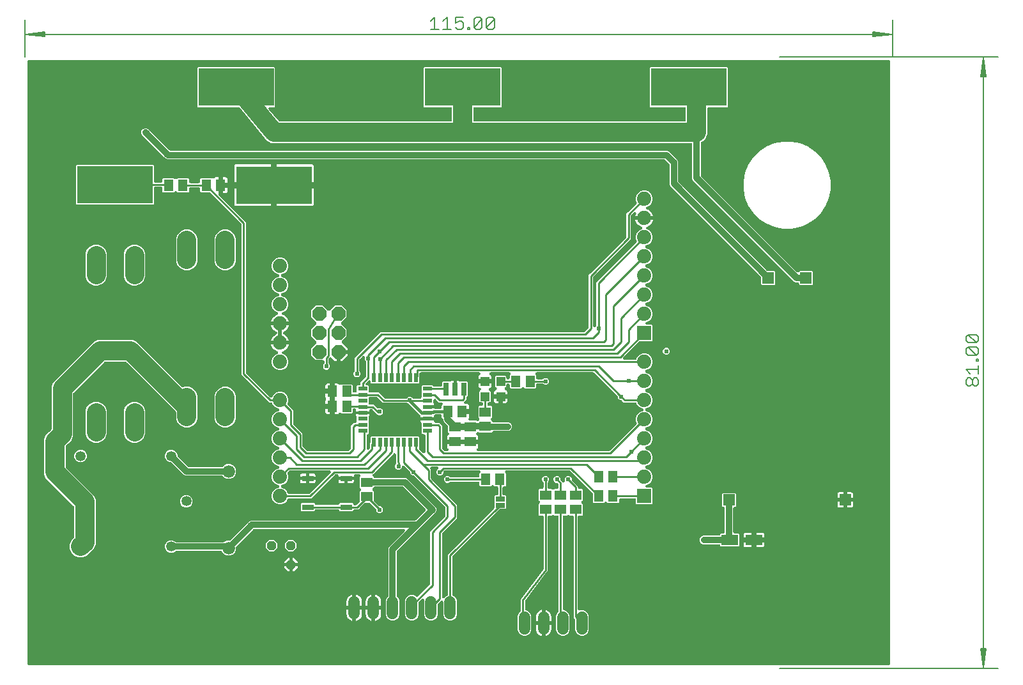
<source format=gbr>
G04 EAGLE Gerber X2 export*
%TF.Part,Single*%
%TF.FileFunction,Copper,L1,Top,Mixed*%
%TF.FilePolarity,Positive*%
%TF.GenerationSoftware,Autodesk,EAGLE,9.0.1*%
%TF.CreationDate,2018-07-03T17:36:12Z*%
G75*
%MOMM*%
%FSLAX34Y34*%
%LPD*%
%AMOC8*
5,1,8,0,0,1.08239X$1,22.5*%
G01*
%ADD10C,0.130000*%
%ADD11C,0.152400*%
%ADD12R,1.600000X1.300000*%
%ADD13P,1.319650X8X112.500000*%
%ADD14C,1.676400*%
%ADD15C,1.350000*%
%ADD16C,2.540000*%
%ADD17R,10.000000X5.000000*%
%ADD18R,1.200000X1.200000*%
%ADD19R,1.500000X1.300000*%
%ADD20C,1.524000*%
%ADD21R,1.300000X1.600000*%
%ADD22R,1.524000X1.524000*%
%ADD23R,1.300000X1.500000*%
%ADD24R,2.200000X1.400000*%
%ADD25R,1.524000X0.762000*%
%ADD26C,1.879600*%
%ADD27R,1.879600X1.879600*%
%ADD28R,0.700000X1.700000*%
%ADD29R,1.270000X0.635000*%
%ADD30R,1.270000X0.558800*%
%ADD31R,0.558800X1.270000*%
%ADD32P,2.034460X8X292.500000*%
%ADD33C,4.016000*%
%ADD34C,0.604000*%
%ADD35C,0.254000*%
%ADD36C,0.812800*%
%ADD37C,0.406400*%

G36*
X1144516Y3483D02*
X1144516Y3483D01*
X1144534Y3481D01*
X1144716Y3502D01*
X1144899Y3521D01*
X1144916Y3526D01*
X1144933Y3528D01*
X1145108Y3585D01*
X1145284Y3639D01*
X1145299Y3647D01*
X1145316Y3653D01*
X1145476Y3743D01*
X1145638Y3831D01*
X1145651Y3842D01*
X1145667Y3851D01*
X1145806Y3971D01*
X1145947Y4088D01*
X1145958Y4102D01*
X1145972Y4114D01*
X1146084Y4259D01*
X1146199Y4402D01*
X1146207Y4418D01*
X1146218Y4432D01*
X1146300Y4597D01*
X1146385Y4759D01*
X1146390Y4776D01*
X1146398Y4792D01*
X1146445Y4971D01*
X1146496Y5146D01*
X1146498Y5164D01*
X1146502Y5181D01*
X1146529Y5512D01*
X1146529Y803828D01*
X1146527Y803846D01*
X1146529Y803864D01*
X1146508Y804046D01*
X1146489Y804229D01*
X1146484Y804246D01*
X1146482Y804263D01*
X1146425Y804438D01*
X1146371Y804614D01*
X1146363Y804629D01*
X1146357Y804646D01*
X1146267Y804806D01*
X1146179Y804968D01*
X1146168Y804981D01*
X1146159Y804997D01*
X1146039Y805136D01*
X1145922Y805277D01*
X1145908Y805288D01*
X1145896Y805302D01*
X1145751Y805414D01*
X1145608Y805529D01*
X1145592Y805537D01*
X1145578Y805548D01*
X1145413Y805630D01*
X1145251Y805715D01*
X1145234Y805720D01*
X1145218Y805728D01*
X1145039Y805775D01*
X1144864Y805826D01*
X1144846Y805828D01*
X1144829Y805832D01*
X1144498Y805859D01*
X6182Y805859D01*
X6164Y805857D01*
X6146Y805859D01*
X5964Y805838D01*
X5781Y805819D01*
X5764Y805814D01*
X5747Y805812D01*
X5572Y805755D01*
X5396Y805701D01*
X5381Y805693D01*
X5364Y805687D01*
X5204Y805597D01*
X5042Y805509D01*
X5029Y805498D01*
X5013Y805489D01*
X4874Y805369D01*
X4733Y805252D01*
X4722Y805238D01*
X4708Y805226D01*
X4596Y805081D01*
X4481Y804938D01*
X4473Y804922D01*
X4462Y804908D01*
X4380Y804743D01*
X4295Y804581D01*
X4290Y804564D01*
X4282Y804548D01*
X4235Y804369D01*
X4184Y804194D01*
X4182Y804176D01*
X4178Y804159D01*
X4151Y803828D01*
X4151Y5512D01*
X4153Y5494D01*
X4151Y5476D01*
X4172Y5294D01*
X4191Y5111D01*
X4196Y5094D01*
X4198Y5077D01*
X4255Y4902D01*
X4309Y4726D01*
X4317Y4711D01*
X4323Y4694D01*
X4413Y4534D01*
X4501Y4372D01*
X4512Y4359D01*
X4521Y4343D01*
X4641Y4204D01*
X4758Y4063D01*
X4772Y4052D01*
X4784Y4038D01*
X4929Y3926D01*
X5072Y3811D01*
X5088Y3803D01*
X5102Y3792D01*
X5267Y3710D01*
X5429Y3625D01*
X5446Y3620D01*
X5462Y3612D01*
X5641Y3565D01*
X5816Y3514D01*
X5834Y3512D01*
X5851Y3508D01*
X6182Y3481D01*
X1144498Y3481D01*
X1144516Y3483D01*
G37*
%LPC*%
G36*
X485821Y62905D02*
X485821Y62905D01*
X482460Y64297D01*
X479887Y66870D01*
X478495Y70231D01*
X478495Y89109D01*
X479887Y92470D01*
X481456Y94039D01*
X481473Y94060D01*
X481494Y94077D01*
X481601Y94215D01*
X481711Y94350D01*
X481724Y94374D01*
X481740Y94395D01*
X481818Y94552D01*
X481900Y94706D01*
X481908Y94732D01*
X481920Y94756D01*
X481965Y94925D01*
X482015Y95092D01*
X482017Y95119D01*
X482024Y95145D01*
X482051Y95475D01*
X482051Y158082D01*
X482902Y160136D01*
X503380Y180614D01*
X503386Y180621D01*
X503393Y180626D01*
X503513Y180776D01*
X503635Y180925D01*
X503639Y180933D01*
X503645Y180940D01*
X503734Y181111D01*
X503824Y181281D01*
X503826Y181289D01*
X503830Y181297D01*
X503884Y181483D01*
X503939Y181667D01*
X503939Y181676D01*
X503942Y181684D01*
X503957Y181876D01*
X503975Y182068D01*
X503974Y182077D01*
X503975Y182086D01*
X503952Y182275D01*
X503932Y182468D01*
X503929Y182477D01*
X503928Y182485D01*
X503869Y182666D01*
X503810Y182852D01*
X503806Y182860D01*
X503803Y182868D01*
X503708Y183037D01*
X503615Y183204D01*
X503609Y183211D01*
X503605Y183219D01*
X503479Y183365D01*
X503355Y183511D01*
X503348Y183517D01*
X503342Y183524D01*
X503190Y183641D01*
X503039Y183761D01*
X503031Y183765D01*
X503024Y183770D01*
X502852Y183856D01*
X502680Y183943D01*
X502671Y183946D01*
X502663Y183950D01*
X502477Y184000D01*
X502292Y184051D01*
X502283Y184052D01*
X502274Y184054D01*
X501944Y184081D01*
X304296Y184081D01*
X304270Y184079D01*
X304243Y184081D01*
X304069Y184059D01*
X303896Y184041D01*
X303870Y184034D01*
X303844Y184030D01*
X303678Y183975D01*
X303511Y183923D01*
X303487Y183910D01*
X303462Y183902D01*
X303310Y183815D01*
X303157Y183731D01*
X303136Y183714D01*
X303113Y183701D01*
X302860Y183486D01*
X280842Y161468D01*
X280825Y161447D01*
X280804Y161430D01*
X280697Y161292D01*
X280587Y161156D01*
X280574Y161133D01*
X280558Y161112D01*
X280480Y160955D01*
X280398Y160801D01*
X280390Y160775D01*
X280378Y160751D01*
X280333Y160582D01*
X280283Y160415D01*
X280281Y160388D01*
X280274Y160362D01*
X280247Y160032D01*
X280247Y156899D01*
X278739Y153258D01*
X275952Y150471D01*
X272311Y148963D01*
X268369Y148963D01*
X264728Y150471D01*
X261942Y153258D01*
X261623Y154027D01*
X261612Y154047D01*
X261605Y154068D01*
X261517Y154224D01*
X261433Y154382D01*
X261419Y154399D01*
X261408Y154419D01*
X261290Y154555D01*
X261176Y154693D01*
X261159Y154707D01*
X261144Y154724D01*
X261003Y154833D01*
X260864Y154946D01*
X260844Y154957D01*
X260826Y154970D01*
X260666Y155050D01*
X260507Y155133D01*
X260486Y155140D01*
X260466Y155150D01*
X260292Y155196D01*
X260121Y155246D01*
X260099Y155248D01*
X260077Y155254D01*
X259746Y155281D01*
X201195Y155281D01*
X201168Y155279D01*
X201142Y155281D01*
X200968Y155259D01*
X200794Y155241D01*
X200769Y155234D01*
X200742Y155230D01*
X200576Y155175D01*
X200409Y155123D01*
X200386Y155110D01*
X200360Y155102D01*
X200209Y155015D01*
X200055Y154931D01*
X200035Y154914D01*
X200012Y154901D01*
X199759Y154686D01*
X198927Y153855D01*
X195886Y152595D01*
X192594Y152595D01*
X189553Y153855D01*
X187225Y156183D01*
X185965Y159224D01*
X185965Y162516D01*
X187225Y165557D01*
X189553Y167885D01*
X192594Y169145D01*
X195886Y169145D01*
X198927Y167885D01*
X199759Y167054D01*
X199779Y167037D01*
X199797Y167016D01*
X199935Y166909D01*
X200070Y166799D01*
X200094Y166786D01*
X200115Y166770D01*
X200272Y166692D01*
X200426Y166610D01*
X200451Y166602D01*
X200475Y166590D01*
X200645Y166545D01*
X200812Y166495D01*
X200838Y166493D01*
X200864Y166486D01*
X201195Y166459D01*
X263077Y166459D01*
X263104Y166461D01*
X263130Y166459D01*
X263304Y166481D01*
X263478Y166499D01*
X263503Y166506D01*
X263530Y166510D01*
X263696Y166565D01*
X263863Y166617D01*
X263886Y166630D01*
X263912Y166638D01*
X264063Y166725D01*
X264217Y166809D01*
X264237Y166826D01*
X264260Y166839D01*
X264513Y167054D01*
X264728Y167269D01*
X268369Y168777D01*
X271502Y168777D01*
X271528Y168779D01*
X271555Y168777D01*
X271729Y168799D01*
X271902Y168817D01*
X271928Y168824D01*
X271954Y168828D01*
X272120Y168883D01*
X272287Y168935D01*
X272311Y168948D01*
X272336Y168956D01*
X272488Y169043D01*
X272641Y169127D01*
X272662Y169144D01*
X272685Y169157D01*
X272938Y169372D01*
X297974Y194408D01*
X300028Y195259D01*
X517184Y195259D01*
X517210Y195261D01*
X517237Y195259D01*
X517411Y195281D01*
X517584Y195299D01*
X517610Y195306D01*
X517636Y195310D01*
X517802Y195365D01*
X517969Y195417D01*
X517993Y195430D01*
X518018Y195438D01*
X518170Y195525D01*
X518323Y195609D01*
X518344Y195626D01*
X518367Y195639D01*
X518620Y195854D01*
X531000Y208234D01*
X531011Y208248D01*
X531025Y208259D01*
X531139Y208403D01*
X531255Y208545D01*
X531263Y208561D01*
X531275Y208575D01*
X531358Y208739D01*
X531444Y208901D01*
X531449Y208918D01*
X531457Y208934D01*
X531506Y209111D01*
X531558Y209287D01*
X531560Y209305D01*
X531565Y209322D01*
X531578Y209505D01*
X531595Y209688D01*
X531593Y209706D01*
X531594Y209723D01*
X531571Y209905D01*
X531551Y210088D01*
X531546Y210105D01*
X531544Y210123D01*
X531486Y210296D01*
X531430Y210472D01*
X531421Y210488D01*
X531416Y210504D01*
X531324Y210664D01*
X531235Y210824D01*
X531224Y210838D01*
X531215Y210853D01*
X531000Y211106D01*
X502220Y239886D01*
X502199Y239903D01*
X502182Y239924D01*
X502044Y240031D01*
X501908Y240141D01*
X501885Y240154D01*
X501864Y240170D01*
X501707Y240248D01*
X501553Y240330D01*
X501527Y240338D01*
X501503Y240350D01*
X501334Y240395D01*
X501167Y240445D01*
X501140Y240447D01*
X501114Y240454D01*
X500784Y240481D01*
X464396Y240481D01*
X464378Y240479D01*
X464360Y240481D01*
X464178Y240460D01*
X463995Y240441D01*
X463978Y240436D01*
X463961Y240434D01*
X463786Y240377D01*
X463610Y240323D01*
X463595Y240315D01*
X463578Y240309D01*
X463418Y240219D01*
X463256Y240131D01*
X463243Y240120D01*
X463227Y240111D01*
X463088Y239991D01*
X462947Y239874D01*
X462936Y239860D01*
X462922Y239848D01*
X462810Y239703D01*
X462695Y239560D01*
X462687Y239544D01*
X462676Y239530D01*
X462594Y239365D01*
X462509Y239203D01*
X462504Y239186D01*
X462496Y239170D01*
X462460Y239034D01*
X461433Y238006D01*
X461421Y237992D01*
X461408Y237981D01*
X461294Y237837D01*
X461178Y237695D01*
X461169Y237679D01*
X461158Y237665D01*
X461075Y237501D01*
X460989Y237339D01*
X460984Y237322D01*
X460976Y237306D01*
X460926Y237129D01*
X460874Y236953D01*
X460873Y236935D01*
X460868Y236918D01*
X460854Y236735D01*
X460838Y236552D01*
X460840Y236534D01*
X460838Y236517D01*
X460861Y236335D01*
X460881Y236152D01*
X460887Y236135D01*
X460889Y236117D01*
X460948Y235942D01*
X461003Y235768D01*
X461011Y235752D01*
X461017Y235736D01*
X461109Y235577D01*
X461197Y235416D01*
X461209Y235402D01*
X461218Y235387D01*
X461433Y235134D01*
X462365Y234202D01*
X462365Y222839D01*
X462366Y222829D01*
X462365Y222820D01*
X462367Y222805D01*
X462365Y222786D01*
X462387Y222612D01*
X462405Y222438D01*
X462412Y222413D01*
X462416Y222386D01*
X462471Y222221D01*
X462523Y222053D01*
X462536Y222030D01*
X462544Y222005D01*
X462631Y221853D01*
X462715Y221699D01*
X462732Y221679D01*
X462745Y221656D01*
X462960Y221403D01*
X469553Y214810D01*
X469573Y214793D01*
X469591Y214772D01*
X469729Y214665D01*
X469864Y214555D01*
X469888Y214542D01*
X469909Y214526D01*
X470066Y214448D01*
X470220Y214366D01*
X470245Y214358D01*
X470269Y214346D01*
X470439Y214301D01*
X470606Y214251D01*
X470632Y214249D01*
X470658Y214242D01*
X470989Y214215D01*
X471244Y214215D01*
X472914Y213523D01*
X474193Y212244D01*
X474885Y210574D01*
X474885Y208766D01*
X474193Y207096D01*
X472914Y205817D01*
X471244Y205125D01*
X469436Y205125D01*
X467766Y205817D01*
X466487Y207096D01*
X465795Y208766D01*
X465795Y209821D01*
X465793Y209848D01*
X465795Y209874D01*
X465773Y210048D01*
X465755Y210222D01*
X465748Y210247D01*
X465744Y210274D01*
X465689Y210439D01*
X465637Y210607D01*
X465624Y210630D01*
X465616Y210655D01*
X465529Y210807D01*
X465445Y210961D01*
X465428Y210981D01*
X465415Y211004D01*
X465200Y211257D01*
X458007Y218450D01*
X457987Y218467D01*
X457969Y218488D01*
X457831Y218595D01*
X457696Y218705D01*
X457672Y218718D01*
X457651Y218734D01*
X457494Y218812D01*
X457340Y218894D01*
X457315Y218902D01*
X457291Y218914D01*
X457121Y218959D01*
X456954Y219009D01*
X456928Y219011D01*
X456902Y219018D01*
X456571Y219045D01*
X451352Y219045D01*
X451325Y219043D01*
X451298Y219045D01*
X451124Y219023D01*
X450951Y219005D01*
X450926Y218998D01*
X450899Y218994D01*
X450733Y218939D01*
X450566Y218887D01*
X450543Y218874D01*
X450517Y218866D01*
X450366Y218779D01*
X450212Y218695D01*
X450192Y218678D01*
X450168Y218665D01*
X449915Y218450D01*
X444408Y212943D01*
X444401Y212935D01*
X444394Y212929D01*
X444273Y212778D01*
X444153Y212631D01*
X444148Y212622D01*
X444142Y212615D01*
X444053Y212444D01*
X443964Y212275D01*
X443961Y212266D01*
X443957Y212257D01*
X443904Y212073D01*
X443849Y211889D01*
X443848Y211880D01*
X443846Y211870D01*
X443826Y211677D01*
X442151Y210056D01*
X440386Y210086D01*
X440371Y210085D01*
X440352Y210086D01*
X438726Y210086D01*
X438725Y210086D01*
X438395Y210119D01*
X437250Y210138D01*
X437215Y210135D01*
X437180Y210138D01*
X437015Y210119D01*
X436849Y210105D01*
X436815Y210095D01*
X436781Y210091D01*
X436622Y210039D01*
X436462Y209993D01*
X436431Y209977D01*
X436398Y209966D01*
X436252Y209884D01*
X436105Y209807D01*
X436077Y209785D01*
X436047Y209768D01*
X435921Y209659D01*
X435791Y209555D01*
X435769Y209528D01*
X435742Y209505D01*
X435640Y209374D01*
X435534Y209245D01*
X435517Y209215D01*
X435496Y209187D01*
X435422Y209038D01*
X435342Y208891D01*
X435332Y208858D01*
X435316Y208827D01*
X435310Y208804D01*
X434292Y207785D01*
X417788Y207785D01*
X416849Y208725D01*
X416848Y208729D01*
X416791Y208904D01*
X416737Y209080D01*
X416729Y209095D01*
X416723Y209112D01*
X416633Y209272D01*
X416545Y209434D01*
X416534Y209447D01*
X416525Y209463D01*
X416405Y209602D01*
X416288Y209743D01*
X416274Y209754D01*
X416262Y209768D01*
X416117Y209880D01*
X415974Y209995D01*
X415958Y210003D01*
X415944Y210014D01*
X415779Y210096D01*
X415617Y210181D01*
X415600Y210186D01*
X415584Y210194D01*
X415405Y210241D01*
X415230Y210292D01*
X415212Y210294D01*
X415195Y210298D01*
X414864Y210325D01*
X386416Y210325D01*
X386398Y210323D01*
X386380Y210325D01*
X386198Y210304D01*
X386015Y210285D01*
X385998Y210280D01*
X385981Y210278D01*
X385806Y210221D01*
X385630Y210167D01*
X385615Y210159D01*
X385598Y210153D01*
X385438Y210063D01*
X385276Y209975D01*
X385263Y209964D01*
X385247Y209955D01*
X385108Y209835D01*
X384967Y209718D01*
X384956Y209704D01*
X384942Y209692D01*
X384830Y209547D01*
X384715Y209404D01*
X384707Y209388D01*
X384696Y209374D01*
X384614Y209209D01*
X384529Y209047D01*
X384524Y209030D01*
X384516Y209014D01*
X384469Y208835D01*
X384439Y208733D01*
X383492Y207785D01*
X366988Y207785D01*
X366095Y208678D01*
X366095Y217562D01*
X366988Y218455D01*
X383492Y218455D01*
X384431Y217515D01*
X384432Y217511D01*
X384489Y217336D01*
X384543Y217160D01*
X384551Y217145D01*
X384557Y217128D01*
X384647Y216968D01*
X384735Y216806D01*
X384746Y216793D01*
X384755Y216777D01*
X384875Y216638D01*
X384992Y216497D01*
X385006Y216486D01*
X385018Y216472D01*
X385163Y216360D01*
X385306Y216245D01*
X385322Y216237D01*
X385336Y216226D01*
X385501Y216144D01*
X385663Y216059D01*
X385680Y216054D01*
X385696Y216046D01*
X385875Y215999D01*
X386050Y215948D01*
X386068Y215946D01*
X386085Y215942D01*
X386416Y215915D01*
X414864Y215915D01*
X414882Y215917D01*
X414900Y215915D01*
X415082Y215936D01*
X415265Y215955D01*
X415282Y215960D01*
X415299Y215962D01*
X415474Y216019D01*
X415650Y216073D01*
X415665Y216081D01*
X415682Y216087D01*
X415842Y216177D01*
X416004Y216265D01*
X416017Y216276D01*
X416033Y216285D01*
X416172Y216405D01*
X416313Y216522D01*
X416324Y216536D01*
X416338Y216548D01*
X416449Y216692D01*
X416565Y216836D01*
X416573Y216852D01*
X416584Y216866D01*
X416666Y217031D01*
X416751Y217193D01*
X416756Y217210D01*
X416764Y217226D01*
X416811Y217405D01*
X416841Y217507D01*
X417788Y218455D01*
X434292Y218455D01*
X435207Y217540D01*
X435225Y217360D01*
X435225Y217359D01*
X435225Y217358D01*
X435289Y217149D01*
X435343Y216975D01*
X435343Y216974D01*
X435343Y216973D01*
X435450Y216777D01*
X435535Y216621D01*
X435535Y216620D01*
X435535Y216619D01*
X435674Y216454D01*
X435792Y216312D01*
X435793Y216311D01*
X435794Y216310D01*
X435957Y216179D01*
X436106Y216059D01*
X436107Y216059D01*
X436107Y216058D01*
X436308Y215955D01*
X436463Y215874D01*
X436464Y215874D01*
X436465Y215873D01*
X436671Y215814D01*
X436850Y215762D01*
X436851Y215762D01*
X436852Y215762D01*
X437182Y215729D01*
X438394Y215709D01*
X438438Y215713D01*
X438481Y215710D01*
X438638Y215729D01*
X438795Y215742D01*
X438837Y215755D01*
X438881Y215760D01*
X439030Y215810D01*
X439182Y215854D01*
X439221Y215874D01*
X439262Y215888D01*
X439399Y215967D01*
X439539Y216040D01*
X439573Y216067D01*
X439611Y216089D01*
X439815Y216262D01*
X439853Y216293D01*
X439857Y216298D01*
X439864Y216304D01*
X443720Y220160D01*
X443737Y220181D01*
X443758Y220198D01*
X443865Y220336D01*
X443975Y220471D01*
X443988Y220495D01*
X444004Y220516D01*
X444082Y220673D01*
X444164Y220827D01*
X444172Y220853D01*
X444184Y220877D01*
X444229Y221046D01*
X444279Y221213D01*
X444281Y221240D01*
X444288Y221266D01*
X444315Y221596D01*
X444315Y234202D01*
X445247Y235134D01*
X445259Y235147D01*
X445272Y235159D01*
X445387Y235304D01*
X445502Y235445D01*
X445511Y235461D01*
X445522Y235475D01*
X445605Y235639D01*
X445691Y235801D01*
X445696Y235818D01*
X445704Y235834D01*
X445754Y236011D01*
X445806Y236187D01*
X445807Y236205D01*
X445812Y236222D01*
X445826Y236405D01*
X445842Y236588D01*
X445840Y236606D01*
X445842Y236623D01*
X445819Y236805D01*
X445799Y236988D01*
X445793Y237005D01*
X445791Y237023D01*
X445733Y237196D01*
X445677Y237372D01*
X445669Y237388D01*
X445663Y237404D01*
X445572Y237563D01*
X445483Y237724D01*
X445471Y237738D01*
X445462Y237753D01*
X445247Y238006D01*
X444315Y238938D01*
X444315Y253202D01*
X444521Y253408D01*
X444527Y253415D01*
X444534Y253420D01*
X444653Y253568D01*
X444776Y253719D01*
X444781Y253727D01*
X444786Y253734D01*
X444874Y253903D01*
X444965Y254075D01*
X444968Y254084D01*
X444972Y254091D01*
X445025Y254275D01*
X445080Y254461D01*
X445081Y254470D01*
X445083Y254478D01*
X445099Y254669D01*
X445116Y254862D01*
X445115Y254871D01*
X445116Y254880D01*
X445094Y255069D01*
X445073Y255262D01*
X445070Y255271D01*
X445069Y255279D01*
X445009Y255462D01*
X444951Y255646D01*
X444947Y255654D01*
X444944Y255662D01*
X444849Y255831D01*
X444757Y255998D01*
X444751Y256005D01*
X444746Y256013D01*
X444621Y256158D01*
X444496Y256305D01*
X444489Y256311D01*
X444483Y256318D01*
X444331Y256435D01*
X444180Y256555D01*
X444172Y256559D01*
X444165Y256564D01*
X443992Y256651D01*
X443821Y256737D01*
X443813Y256740D01*
X443805Y256744D01*
X443616Y256794D01*
X443433Y256845D01*
X443425Y256846D01*
X443416Y256848D01*
X443085Y256875D01*
X438232Y256875D01*
X438214Y256873D01*
X438196Y256875D01*
X438014Y256854D01*
X437831Y256835D01*
X437814Y256830D01*
X437797Y256828D01*
X437622Y256771D01*
X437446Y256717D01*
X437431Y256709D01*
X437414Y256703D01*
X437254Y256613D01*
X437092Y256525D01*
X437079Y256514D01*
X437063Y256505D01*
X436924Y256385D01*
X436783Y256268D01*
X436772Y256254D01*
X436758Y256242D01*
X436646Y256097D01*
X436531Y255954D01*
X436523Y255938D01*
X436512Y255924D01*
X436430Y255759D01*
X436345Y255597D01*
X436340Y255580D01*
X436332Y255564D01*
X436285Y255385D01*
X436234Y255210D01*
X436232Y255192D01*
X436228Y255175D01*
X436201Y254844D01*
X436201Y253251D01*
X426040Y253251D01*
X415879Y253251D01*
X415879Y254844D01*
X415877Y254862D01*
X415879Y254880D01*
X415858Y255061D01*
X415839Y255245D01*
X415834Y255262D01*
X415832Y255279D01*
X415775Y255454D01*
X415721Y255630D01*
X415713Y255645D01*
X415707Y255662D01*
X415617Y255822D01*
X415530Y255984D01*
X415518Y255997D01*
X415509Y256013D01*
X415389Y256152D01*
X415272Y256293D01*
X415258Y256304D01*
X415246Y256318D01*
X415101Y256430D01*
X414958Y256545D01*
X414942Y256553D01*
X414928Y256564D01*
X414764Y256646D01*
X414601Y256731D01*
X414584Y256736D01*
X414568Y256744D01*
X414390Y256791D01*
X414214Y256842D01*
X414196Y256844D01*
X414179Y256848D01*
X413848Y256875D01*
X412339Y256875D01*
X412312Y256873D01*
X412286Y256875D01*
X412112Y256853D01*
X411938Y256835D01*
X411913Y256828D01*
X411886Y256824D01*
X411721Y256769D01*
X411553Y256717D01*
X411530Y256704D01*
X411505Y256696D01*
X411353Y256609D01*
X411199Y256525D01*
X411179Y256508D01*
X411156Y256495D01*
X410903Y256280D01*
X379598Y224975D01*
X350462Y224975D01*
X350440Y224973D01*
X350418Y224975D01*
X350240Y224953D01*
X350062Y224935D01*
X350040Y224929D01*
X350018Y224926D01*
X349849Y224870D01*
X349677Y224817D01*
X349657Y224807D01*
X349636Y224800D01*
X349481Y224711D01*
X349323Y224625D01*
X349306Y224611D01*
X349286Y224600D01*
X349151Y224482D01*
X349013Y224368D01*
X349000Y224350D01*
X348983Y224336D01*
X348873Y224194D01*
X348761Y224054D01*
X348751Y224034D01*
X348737Y224016D01*
X348586Y223721D01*
X347700Y221583D01*
X344627Y218510D01*
X340613Y216847D01*
X336267Y216847D01*
X332253Y218510D01*
X329180Y221583D01*
X327517Y225597D01*
X327517Y229943D01*
X329180Y233957D01*
X332253Y237030D01*
X332742Y237232D01*
X332742Y237233D01*
X336027Y238593D01*
X336035Y238598D01*
X336044Y238600D01*
X336213Y238693D01*
X336382Y238784D01*
X336389Y238789D01*
X336397Y238794D01*
X336545Y238918D01*
X336693Y239040D01*
X336698Y239047D01*
X336705Y239053D01*
X336825Y239203D01*
X336946Y239353D01*
X336951Y239361D01*
X336956Y239368D01*
X337043Y239537D01*
X337134Y239709D01*
X337136Y239718D01*
X337140Y239726D01*
X337192Y239908D01*
X337247Y240096D01*
X337247Y240105D01*
X337250Y240113D01*
X337264Y240302D01*
X337281Y240497D01*
X337280Y240506D01*
X337281Y240514D01*
X337258Y240705D01*
X337236Y240897D01*
X337233Y240905D01*
X337232Y240914D01*
X337172Y241096D01*
X337113Y241280D01*
X337108Y241288D01*
X337106Y241296D01*
X337010Y241464D01*
X336917Y241632D01*
X336911Y241638D01*
X336906Y241646D01*
X336779Y241792D01*
X336655Y241937D01*
X336648Y241943D01*
X336642Y241950D01*
X336490Y242067D01*
X336338Y242186D01*
X336330Y242190D01*
X336323Y242195D01*
X336027Y242347D01*
X332253Y243910D01*
X329180Y246983D01*
X327517Y250997D01*
X327517Y255343D01*
X329180Y259357D01*
X332253Y262430D01*
X336027Y263993D01*
X336035Y263998D01*
X336044Y264000D01*
X336213Y264093D01*
X336382Y264184D01*
X336389Y264189D01*
X336397Y264194D01*
X336545Y264318D01*
X336693Y264440D01*
X336698Y264447D01*
X336705Y264453D01*
X336825Y264603D01*
X336946Y264753D01*
X336951Y264761D01*
X336956Y264768D01*
X337043Y264937D01*
X337134Y265109D01*
X337136Y265118D01*
X337140Y265126D01*
X337192Y265308D01*
X337247Y265496D01*
X337247Y265505D01*
X337250Y265513D01*
X337265Y265704D01*
X337281Y265897D01*
X337280Y265906D01*
X337281Y265914D01*
X337258Y266105D01*
X337236Y266297D01*
X337233Y266305D01*
X337232Y266314D01*
X337172Y266495D01*
X337113Y266680D01*
X337108Y266688D01*
X337106Y266696D01*
X337010Y266864D01*
X336917Y267032D01*
X336911Y267038D01*
X336906Y267046D01*
X336779Y267192D01*
X336655Y267337D01*
X336648Y267343D01*
X336642Y267350D01*
X336490Y267467D01*
X336338Y267586D01*
X336330Y267590D01*
X336323Y267595D01*
X336027Y267747D01*
X332253Y269310D01*
X329180Y272383D01*
X327517Y276397D01*
X327517Y280743D01*
X329180Y284757D01*
X332253Y287830D01*
X336027Y289393D01*
X336035Y289398D01*
X336044Y289400D01*
X336213Y289493D01*
X336382Y289584D01*
X336389Y289589D01*
X336397Y289594D01*
X336545Y289718D01*
X336693Y289840D01*
X336698Y289847D01*
X336705Y289853D01*
X336825Y290003D01*
X336946Y290153D01*
X336951Y290161D01*
X336956Y290168D01*
X337043Y290337D01*
X337134Y290509D01*
X337136Y290518D01*
X337140Y290526D01*
X337192Y290708D01*
X337247Y290896D01*
X337247Y290905D01*
X337250Y290913D01*
X337265Y291104D01*
X337281Y291297D01*
X337280Y291306D01*
X337281Y291314D01*
X337258Y291505D01*
X337236Y291697D01*
X337233Y291705D01*
X337232Y291714D01*
X337172Y291896D01*
X337113Y292080D01*
X337108Y292088D01*
X337106Y292096D01*
X337010Y292264D01*
X336917Y292432D01*
X336911Y292438D01*
X336906Y292446D01*
X336779Y292592D01*
X336655Y292737D01*
X336648Y292743D01*
X336642Y292750D01*
X336490Y292867D01*
X336338Y292986D01*
X336330Y292990D01*
X336323Y292995D01*
X336027Y293147D01*
X332253Y294710D01*
X329180Y297783D01*
X327517Y301797D01*
X327517Y306143D01*
X329180Y310157D01*
X332253Y313230D01*
X336027Y314793D01*
X336035Y314798D01*
X336044Y314800D01*
X336212Y314893D01*
X336382Y314984D01*
X336389Y314989D01*
X336397Y314994D01*
X336545Y315118D01*
X336693Y315240D01*
X336698Y315247D01*
X336705Y315253D01*
X336825Y315403D01*
X336946Y315553D01*
X336951Y315561D01*
X336956Y315568D01*
X337043Y315737D01*
X337134Y315909D01*
X337136Y315918D01*
X337140Y315926D01*
X337192Y316108D01*
X337247Y316296D01*
X337247Y316305D01*
X337250Y316313D01*
X337265Y316504D01*
X337281Y316697D01*
X337280Y316705D01*
X337281Y316714D01*
X337258Y316905D01*
X337236Y317097D01*
X337233Y317105D01*
X337232Y317114D01*
X337172Y317296D01*
X337113Y317480D01*
X337108Y317488D01*
X337106Y317496D01*
X337010Y317664D01*
X336917Y317832D01*
X336911Y317838D01*
X336906Y317846D01*
X336779Y317992D01*
X336655Y318137D01*
X336648Y318143D01*
X336642Y318150D01*
X336490Y318267D01*
X336338Y318386D01*
X336330Y318390D01*
X336323Y318395D01*
X336027Y318547D01*
X332253Y320110D01*
X329180Y323183D01*
X327517Y327197D01*
X327517Y331543D01*
X329180Y335557D01*
X332253Y338630D01*
X332651Y338795D01*
X336027Y340193D01*
X336035Y340198D01*
X336044Y340200D01*
X336213Y340293D01*
X336382Y340384D01*
X336389Y340389D01*
X336397Y340394D01*
X336545Y340518D01*
X336693Y340640D01*
X336698Y340647D01*
X336705Y340653D01*
X336825Y340803D01*
X336946Y340953D01*
X336951Y340961D01*
X336956Y340968D01*
X337043Y341137D01*
X337134Y341309D01*
X337136Y341318D01*
X337140Y341326D01*
X337192Y341508D01*
X337247Y341696D01*
X337247Y341705D01*
X337250Y341713D01*
X337265Y341904D01*
X337281Y342097D01*
X337280Y342106D01*
X337281Y342114D01*
X337258Y342305D01*
X337236Y342497D01*
X337233Y342505D01*
X337232Y342514D01*
X337172Y342696D01*
X337113Y342880D01*
X337108Y342888D01*
X337106Y342896D01*
X337010Y343064D01*
X336917Y343232D01*
X336911Y343238D01*
X336906Y343246D01*
X336779Y343392D01*
X336655Y343537D01*
X336648Y343543D01*
X336642Y343550D01*
X336490Y343667D01*
X336338Y343786D01*
X336330Y343790D01*
X336323Y343795D01*
X336027Y343947D01*
X332253Y345510D01*
X329180Y348583D01*
X328294Y350721D01*
X328284Y350741D01*
X328277Y350762D01*
X328189Y350918D01*
X328104Y351076D01*
X328090Y351093D01*
X328079Y351113D01*
X327962Y351248D01*
X327848Y351387D01*
X327830Y351401D01*
X327816Y351418D01*
X327674Y351527D01*
X327535Y351640D01*
X327515Y351651D01*
X327498Y351664D01*
X327337Y351744D01*
X327179Y351827D01*
X327157Y351834D01*
X327137Y351844D01*
X326963Y351890D01*
X326792Y351940D01*
X326770Y351942D01*
X326748Y351948D01*
X326418Y351975D01*
X324082Y351975D01*
X287545Y388512D01*
X287545Y587661D01*
X287543Y587688D01*
X287545Y587714D01*
X287523Y587888D01*
X287505Y588062D01*
X287498Y588087D01*
X287494Y588114D01*
X287439Y588279D01*
X287387Y588447D01*
X287374Y588470D01*
X287366Y588495D01*
X287279Y588647D01*
X287195Y588801D01*
X287178Y588821D01*
X287165Y588844D01*
X286950Y589097D01*
X246497Y629550D01*
X246477Y629567D01*
X246459Y629588D01*
X246321Y629695D01*
X246186Y629805D01*
X246162Y629818D01*
X246141Y629834D01*
X245984Y629912D01*
X245830Y629994D01*
X245805Y630002D01*
X245781Y630014D01*
X245611Y630059D01*
X245444Y630109D01*
X245418Y630111D01*
X245392Y630118D01*
X245061Y630145D01*
X233708Y630145D01*
X232815Y631038D01*
X232815Y634844D01*
X232813Y634862D01*
X232815Y634880D01*
X232794Y635062D01*
X232775Y635245D01*
X232770Y635262D01*
X232768Y635279D01*
X232711Y635454D01*
X232657Y635630D01*
X232649Y635645D01*
X232643Y635662D01*
X232553Y635822D01*
X232465Y635984D01*
X232454Y635997D01*
X232445Y636013D01*
X232325Y636152D01*
X232208Y636293D01*
X232194Y636304D01*
X232182Y636318D01*
X232037Y636430D01*
X231894Y636545D01*
X231878Y636553D01*
X231864Y636564D01*
X231699Y636646D01*
X231537Y636731D01*
X231520Y636736D01*
X231504Y636744D01*
X231325Y636791D01*
X231150Y636842D01*
X231132Y636844D01*
X231115Y636848D01*
X230784Y636875D01*
X219896Y636875D01*
X219878Y636873D01*
X219860Y636875D01*
X219678Y636854D01*
X219495Y636835D01*
X219478Y636830D01*
X219461Y636828D01*
X219286Y636771D01*
X219110Y636717D01*
X219095Y636709D01*
X219078Y636703D01*
X218918Y636613D01*
X218756Y636525D01*
X218743Y636514D01*
X218727Y636505D01*
X218588Y636385D01*
X218447Y636268D01*
X218436Y636254D01*
X218422Y636242D01*
X218310Y636097D01*
X218195Y635954D01*
X218187Y635938D01*
X218176Y635924D01*
X218094Y635759D01*
X218009Y635597D01*
X218004Y635580D01*
X217996Y635564D01*
X217949Y635385D01*
X217898Y635210D01*
X217896Y635192D01*
X217892Y635175D01*
X217865Y634844D01*
X217865Y631038D01*
X216972Y630145D01*
X202708Y630145D01*
X201776Y631077D01*
X201762Y631089D01*
X201751Y631102D01*
X201607Y631216D01*
X201465Y631332D01*
X201449Y631341D01*
X201435Y631352D01*
X201271Y631435D01*
X201109Y631521D01*
X201092Y631526D01*
X201076Y631534D01*
X200899Y631584D01*
X200723Y631636D01*
X200705Y631637D01*
X200688Y631642D01*
X200505Y631656D01*
X200322Y631672D01*
X200304Y631670D01*
X200287Y631672D01*
X200105Y631649D01*
X199922Y631629D01*
X199905Y631623D01*
X199887Y631621D01*
X199713Y631563D01*
X199538Y631507D01*
X199522Y631499D01*
X199506Y631493D01*
X199347Y631401D01*
X199186Y631313D01*
X199172Y631301D01*
X199157Y631292D01*
X198904Y631077D01*
X197972Y630145D01*
X183708Y630145D01*
X182815Y631038D01*
X182815Y635504D01*
X182813Y635522D01*
X182815Y635540D01*
X182794Y635722D01*
X182775Y635905D01*
X182770Y635922D01*
X182768Y635939D01*
X182711Y636114D01*
X182657Y636290D01*
X182649Y636305D01*
X182643Y636322D01*
X182553Y636482D01*
X182465Y636644D01*
X182454Y636657D01*
X182445Y636673D01*
X182325Y636812D01*
X182208Y636953D01*
X182194Y636964D01*
X182182Y636978D01*
X182037Y637090D01*
X181894Y637205D01*
X181878Y637213D01*
X181864Y637224D01*
X181699Y637306D01*
X181537Y637391D01*
X181520Y637396D01*
X181504Y637404D01*
X181325Y637451D01*
X181150Y637502D01*
X181132Y637504D01*
X181115Y637508D01*
X180784Y637535D01*
X173216Y637535D01*
X173198Y637533D01*
X173180Y637535D01*
X172998Y637514D01*
X172815Y637495D01*
X172798Y637490D01*
X172781Y637488D01*
X172606Y637431D01*
X172430Y637377D01*
X172415Y637369D01*
X172398Y637363D01*
X172238Y637273D01*
X172076Y637185D01*
X172063Y637174D01*
X172047Y637165D01*
X171908Y637045D01*
X171767Y636928D01*
X171756Y636914D01*
X171742Y636902D01*
X171630Y636757D01*
X171515Y636614D01*
X171507Y636598D01*
X171496Y636584D01*
X171414Y636419D01*
X171329Y636257D01*
X171324Y636240D01*
X171316Y636224D01*
X171269Y636045D01*
X171218Y635870D01*
X171216Y635852D01*
X171212Y635835D01*
X171185Y635504D01*
X171185Y614698D01*
X170292Y613805D01*
X69028Y613805D01*
X68135Y614698D01*
X68135Y665962D01*
X69028Y666855D01*
X170292Y666855D01*
X171185Y665962D01*
X171185Y645156D01*
X171187Y645138D01*
X171185Y645120D01*
X171206Y644938D01*
X171225Y644755D01*
X171230Y644738D01*
X171232Y644721D01*
X171289Y644546D01*
X171343Y644370D01*
X171351Y644355D01*
X171357Y644338D01*
X171447Y644178D01*
X171535Y644016D01*
X171546Y644003D01*
X171555Y643987D01*
X171675Y643848D01*
X171792Y643707D01*
X171806Y643696D01*
X171818Y643682D01*
X171963Y643570D01*
X172106Y643455D01*
X172122Y643447D01*
X172136Y643436D01*
X172301Y643354D01*
X172463Y643269D01*
X172480Y643264D01*
X172496Y643256D01*
X172675Y643209D01*
X172850Y643158D01*
X172868Y643156D01*
X172885Y643152D01*
X173216Y643125D01*
X180784Y643125D01*
X180802Y643127D01*
X180820Y643125D01*
X181002Y643146D01*
X181185Y643165D01*
X181202Y643170D01*
X181219Y643172D01*
X181394Y643229D01*
X181570Y643283D01*
X181585Y643291D01*
X181602Y643297D01*
X181762Y643387D01*
X181924Y643475D01*
X181937Y643486D01*
X181953Y643495D01*
X182092Y643615D01*
X182233Y643732D01*
X182244Y643746D01*
X182258Y643758D01*
X182370Y643903D01*
X182485Y644046D01*
X182493Y644062D01*
X182504Y644076D01*
X182586Y644241D01*
X182671Y644403D01*
X182676Y644420D01*
X182684Y644436D01*
X182731Y644615D01*
X182782Y644790D01*
X182784Y644808D01*
X182788Y644825D01*
X182815Y645156D01*
X182815Y648302D01*
X183708Y649195D01*
X197972Y649195D01*
X198904Y648263D01*
X198917Y648251D01*
X198929Y648238D01*
X199074Y648123D01*
X199215Y648008D01*
X199231Y647999D01*
X199245Y647988D01*
X199409Y647905D01*
X199571Y647819D01*
X199588Y647814D01*
X199604Y647806D01*
X199781Y647756D01*
X199957Y647704D01*
X199975Y647703D01*
X199992Y647698D01*
X200175Y647684D01*
X200358Y647668D01*
X200376Y647670D01*
X200393Y647668D01*
X200575Y647691D01*
X200758Y647711D01*
X200775Y647717D01*
X200793Y647719D01*
X200966Y647777D01*
X201142Y647833D01*
X201158Y647841D01*
X201174Y647847D01*
X201333Y647938D01*
X201494Y648027D01*
X201508Y648039D01*
X201523Y648048D01*
X201776Y648263D01*
X202708Y649195D01*
X216972Y649195D01*
X217865Y648302D01*
X217865Y644496D01*
X217867Y644478D01*
X217865Y644460D01*
X217886Y644278D01*
X217905Y644095D01*
X217910Y644078D01*
X217912Y644061D01*
X217969Y643885D01*
X218023Y643710D01*
X218031Y643695D01*
X218037Y643678D01*
X218127Y643518D01*
X218215Y643356D01*
X218226Y643343D01*
X218235Y643327D01*
X218355Y643188D01*
X218472Y643047D01*
X218486Y643036D01*
X218498Y643022D01*
X218643Y642910D01*
X218786Y642795D01*
X218802Y642787D01*
X218816Y642776D01*
X218981Y642694D01*
X219143Y642609D01*
X219160Y642604D01*
X219176Y642596D01*
X219355Y642549D01*
X219530Y642498D01*
X219548Y642496D01*
X219565Y642492D01*
X219896Y642465D01*
X230784Y642465D01*
X230802Y642467D01*
X230820Y642465D01*
X231002Y642486D01*
X231185Y642505D01*
X231202Y642510D01*
X231219Y642512D01*
X231394Y642569D01*
X231570Y642623D01*
X231585Y642631D01*
X231602Y642637D01*
X231762Y642727D01*
X231924Y642815D01*
X231937Y642826D01*
X231953Y642835D01*
X232092Y642955D01*
X232233Y643072D01*
X232244Y643086D01*
X232258Y643098D01*
X232370Y643243D01*
X232485Y643386D01*
X232493Y643402D01*
X232504Y643416D01*
X232586Y643581D01*
X232671Y643743D01*
X232676Y643760D01*
X232684Y643776D01*
X232731Y643955D01*
X232782Y644130D01*
X232784Y644148D01*
X232788Y644165D01*
X232815Y644496D01*
X232815Y648302D01*
X233708Y649195D01*
X247972Y649195D01*
X248201Y648965D01*
X248265Y648913D01*
X248322Y648853D01*
X248421Y648785D01*
X248513Y648710D01*
X248586Y648671D01*
X248654Y648624D01*
X248763Y648577D01*
X248868Y648521D01*
X248948Y648498D01*
X249023Y648465D01*
X249140Y648440D01*
X249254Y648406D01*
X249337Y648399D01*
X249417Y648382D01*
X249537Y648381D01*
X249655Y648370D01*
X249737Y648379D01*
X249820Y648378D01*
X249937Y648401D01*
X250056Y648413D01*
X250134Y648438D01*
X250215Y648454D01*
X250326Y648499D01*
X250439Y648535D01*
X250512Y648575D01*
X250588Y648606D01*
X250687Y648672D01*
X250792Y648730D01*
X250855Y648783D01*
X250923Y648829D01*
X251008Y648913D01*
X251099Y648990D01*
X251150Y649055D01*
X251208Y649113D01*
X251249Y649172D01*
X251780Y649703D01*
X252359Y650038D01*
X253005Y650211D01*
X256591Y650211D01*
X256591Y640888D01*
X256592Y640870D01*
X256591Y640853D01*
X256612Y640670D01*
X256631Y640488D01*
X256636Y640471D01*
X256638Y640453D01*
X256695Y640278D01*
X256749Y640103D01*
X256757Y640087D01*
X256763Y640070D01*
X256853Y639910D01*
X256940Y639749D01*
X256952Y639735D01*
X256961Y639719D01*
X257006Y639667D01*
X256921Y639562D01*
X256913Y639546D01*
X256902Y639532D01*
X256820Y639367D01*
X256735Y639204D01*
X256730Y639187D01*
X256722Y639171D01*
X256674Y638993D01*
X256624Y638818D01*
X256622Y638800D01*
X256618Y638783D01*
X256591Y638452D01*
X256591Y628203D01*
X256593Y628176D01*
X256591Y628150D01*
X256613Y627976D01*
X256631Y627802D01*
X256638Y627777D01*
X256642Y627750D01*
X256697Y627585D01*
X256749Y627417D01*
X256762Y627394D01*
X256770Y627369D01*
X256857Y627217D01*
X256940Y627063D01*
X256958Y627043D01*
X256971Y627020D01*
X257186Y626767D01*
X293135Y590818D01*
X293135Y391669D01*
X293137Y391642D01*
X293135Y391616D01*
X293157Y391442D01*
X293175Y391268D01*
X293182Y391243D01*
X293186Y391216D01*
X293241Y391051D01*
X293293Y390883D01*
X293306Y390860D01*
X293314Y390835D01*
X293401Y390683D01*
X293485Y390529D01*
X293502Y390509D01*
X293515Y390486D01*
X293730Y390233D01*
X325222Y358740D01*
X325232Y358732D01*
X325241Y358722D01*
X325388Y358605D01*
X325533Y358485D01*
X325545Y358479D01*
X325556Y358471D01*
X325723Y358385D01*
X325889Y358297D01*
X325902Y358293D01*
X325914Y358287D01*
X326095Y358236D01*
X326275Y358182D01*
X326288Y358181D01*
X326301Y358177D01*
X326487Y358163D01*
X326676Y358146D01*
X326689Y358147D01*
X326703Y358146D01*
X326887Y358168D01*
X327076Y358189D01*
X327089Y358193D01*
X327102Y358195D01*
X327280Y358253D01*
X327460Y358310D01*
X327472Y358317D01*
X327485Y358321D01*
X327649Y358415D01*
X327812Y358505D01*
X327823Y358514D01*
X327834Y358521D01*
X327976Y358644D01*
X328119Y358766D01*
X328128Y358776D01*
X328138Y358785D01*
X328252Y358934D01*
X328369Y359082D01*
X328375Y359094D01*
X328383Y359104D01*
X328535Y359399D01*
X329180Y360957D01*
X332253Y364030D01*
X336267Y365693D01*
X340613Y365693D01*
X344627Y364030D01*
X347700Y360957D01*
X349363Y356943D01*
X349363Y352597D01*
X348477Y350459D01*
X348470Y350437D01*
X348460Y350418D01*
X348412Y350245D01*
X348360Y350073D01*
X348358Y350051D01*
X348352Y350030D01*
X348339Y349850D01*
X348322Y349673D01*
X348325Y349650D01*
X348323Y349628D01*
X348345Y349450D01*
X348364Y349272D01*
X348371Y349251D01*
X348373Y349229D01*
X348431Y349058D01*
X348484Y348888D01*
X348494Y348868D01*
X348502Y348847D01*
X348591Y348691D01*
X348677Y348535D01*
X348691Y348518D01*
X348703Y348498D01*
X348917Y348245D01*
X353403Y343760D01*
X355635Y341528D01*
X355635Y324169D01*
X355637Y324142D01*
X355635Y324116D01*
X355657Y323942D01*
X355675Y323768D01*
X355682Y323743D01*
X355686Y323716D01*
X355741Y323551D01*
X355793Y323383D01*
X355806Y323360D01*
X355814Y323335D01*
X355901Y323183D01*
X355985Y323029D01*
X356002Y323009D01*
X356015Y322986D01*
X356230Y322733D01*
X368135Y310828D01*
X368135Y294169D01*
X368137Y294142D01*
X368135Y294116D01*
X368157Y293942D01*
X368175Y293768D01*
X368182Y293743D01*
X368186Y293716D01*
X368241Y293551D01*
X368293Y293383D01*
X368306Y293360D01*
X368314Y293335D01*
X368401Y293183D01*
X368485Y293029D01*
X368502Y293009D01*
X368515Y292986D01*
X368730Y292733D01*
X373403Y288060D01*
X373423Y288043D01*
X373441Y288022D01*
X373579Y287915D01*
X373714Y287805D01*
X373738Y287792D01*
X373759Y287776D01*
X373916Y287698D01*
X374070Y287616D01*
X374095Y287608D01*
X374119Y287596D01*
X374289Y287551D01*
X374456Y287501D01*
X374482Y287499D01*
X374508Y287492D01*
X374839Y287465D01*
X428341Y287465D01*
X428368Y287467D01*
X428394Y287465D01*
X428568Y287487D01*
X428742Y287505D01*
X428767Y287512D01*
X428794Y287516D01*
X428959Y287571D01*
X429127Y287623D01*
X429150Y287636D01*
X429175Y287644D01*
X429327Y287731D01*
X429481Y287815D01*
X429501Y287832D01*
X429524Y287845D01*
X429777Y288060D01*
X431950Y290233D01*
X431967Y290253D01*
X431988Y290271D01*
X432095Y290409D01*
X432205Y290544D01*
X432218Y290568D01*
X432234Y290589D01*
X432312Y290746D01*
X432394Y290900D01*
X432402Y290925D01*
X432414Y290949D01*
X432459Y291119D01*
X432509Y291286D01*
X432511Y291312D01*
X432518Y291338D01*
X432545Y291669D01*
X432545Y320828D01*
X436582Y324865D01*
X438008Y324865D01*
X438026Y324867D01*
X438044Y324865D01*
X438226Y324886D01*
X438409Y324905D01*
X438426Y324910D01*
X438443Y324912D01*
X438618Y324969D01*
X438794Y325023D01*
X438809Y325031D01*
X438826Y325037D01*
X438986Y325127D01*
X439148Y325215D01*
X439161Y325226D01*
X439177Y325235D01*
X439316Y325355D01*
X439457Y325472D01*
X439468Y325486D01*
X439482Y325498D01*
X439594Y325643D01*
X439709Y325786D01*
X439717Y325802D01*
X439728Y325816D01*
X439810Y325981D01*
X439895Y326143D01*
X439900Y326160D01*
X439908Y326176D01*
X439955Y326355D01*
X440006Y326530D01*
X440008Y326548D01*
X440012Y326565D01*
X440039Y326896D01*
X440039Y332366D01*
X440037Y332393D01*
X440039Y332420D01*
X440017Y332593D01*
X439999Y332767D01*
X439992Y332792D01*
X439988Y332819D01*
X439933Y332985D01*
X439881Y333152D01*
X439868Y333175D01*
X439860Y333201D01*
X439773Y333352D01*
X439689Y333506D01*
X439672Y333526D01*
X439659Y333550D01*
X439559Y333668D01*
X439196Y334295D01*
X439023Y334941D01*
X439023Y336039D01*
X447914Y336039D01*
X456805Y336039D01*
X456805Y334941D01*
X456632Y334295D01*
X456263Y333656D01*
X456239Y333626D01*
X456129Y333491D01*
X456116Y333467D01*
X456100Y333446D01*
X456022Y333289D01*
X455940Y333135D01*
X455932Y333110D01*
X455920Y333086D01*
X455875Y332916D01*
X455825Y332749D01*
X455823Y332723D01*
X455816Y332697D01*
X455789Y332366D01*
X455789Y310644D01*
X454866Y309721D01*
X454765Y309711D01*
X454748Y309706D01*
X454731Y309704D01*
X454556Y309647D01*
X454380Y309593D01*
X454365Y309585D01*
X454348Y309579D01*
X454188Y309489D01*
X454026Y309401D01*
X454013Y309390D01*
X453997Y309381D01*
X453858Y309261D01*
X453717Y309144D01*
X453706Y309130D01*
X453692Y309118D01*
X453580Y308973D01*
X453465Y308830D01*
X453457Y308814D01*
X453446Y308800D01*
X453364Y308635D01*
X453279Y308473D01*
X453274Y308456D01*
X453266Y308440D01*
X453219Y308261D01*
X453168Y308086D01*
X453166Y308068D01*
X453162Y308051D01*
X453135Y307720D01*
X453135Y291321D01*
X453136Y291312D01*
X453135Y291303D01*
X453156Y291112D01*
X453175Y290920D01*
X453177Y290912D01*
X453178Y290903D01*
X453236Y290720D01*
X453293Y290535D01*
X453297Y290527D01*
X453300Y290519D01*
X453393Y290350D01*
X453485Y290181D01*
X453490Y290175D01*
X453495Y290167D01*
X453620Y290019D01*
X453742Y289872D01*
X453749Y289866D01*
X453755Y289860D01*
X453907Y289740D01*
X454056Y289620D01*
X454064Y289616D01*
X454071Y289610D01*
X454244Y289522D01*
X454413Y289434D01*
X454422Y289432D01*
X454430Y289428D01*
X454615Y289376D01*
X454800Y289323D01*
X454809Y289322D01*
X454818Y289320D01*
X455010Y289306D01*
X455202Y289290D01*
X455210Y289291D01*
X455219Y289290D01*
X455411Y289315D01*
X455601Y289337D01*
X455610Y289340D01*
X455619Y289341D01*
X455800Y289402D01*
X455984Y289462D01*
X455992Y289466D01*
X456000Y289469D01*
X456166Y289565D01*
X456335Y289660D01*
X456342Y289666D01*
X456349Y289670D01*
X456602Y289885D01*
X456950Y290233D01*
X456967Y290253D01*
X456988Y290271D01*
X457095Y290409D01*
X457205Y290544D01*
X457218Y290568D01*
X457234Y290589D01*
X457312Y290745D01*
X457394Y290900D01*
X457402Y290926D01*
X457414Y290949D01*
X457459Y291119D01*
X457509Y291286D01*
X457511Y291312D01*
X457518Y291338D01*
X457545Y291669D01*
X457545Y297802D01*
X457926Y298183D01*
X457943Y298203D01*
X457964Y298221D01*
X458071Y298359D01*
X458181Y298494D01*
X458194Y298518D01*
X458210Y298539D01*
X458288Y298696D01*
X458370Y298850D01*
X458378Y298875D01*
X458390Y298899D01*
X458435Y299069D01*
X458485Y299236D01*
X458487Y299262D01*
X458494Y299288D01*
X458521Y299619D01*
X458521Y306126D01*
X459414Y307019D01*
X522266Y307019D01*
X523159Y306126D01*
X523159Y292161D01*
X523154Y292156D01*
X523141Y292144D01*
X523027Y292000D01*
X522911Y291858D01*
X522902Y291842D01*
X522891Y291828D01*
X522808Y291664D01*
X522722Y291502D01*
X522717Y291485D01*
X522709Y291469D01*
X522660Y291293D01*
X522607Y291116D01*
X522606Y291098D01*
X522601Y291081D01*
X522587Y290898D01*
X522571Y290715D01*
X522573Y290698D01*
X522571Y290680D01*
X522594Y290498D01*
X522614Y290315D01*
X522620Y290298D01*
X522622Y290280D01*
X522680Y290106D01*
X522736Y289931D01*
X522744Y289916D01*
X522750Y289899D01*
X522842Y289739D01*
X522930Y289579D01*
X522942Y289565D01*
X522951Y289550D01*
X523166Y289297D01*
X527504Y284959D01*
X527511Y284953D01*
X527516Y284946D01*
X527666Y284826D01*
X527815Y284704D01*
X527823Y284699D01*
X527830Y284694D01*
X528001Y284605D01*
X528171Y284515D01*
X528179Y284512D01*
X528187Y284508D01*
X528373Y284455D01*
X528557Y284400D01*
X528566Y284399D01*
X528574Y284397D01*
X528766Y284381D01*
X528958Y284364D01*
X528967Y284365D01*
X528976Y284364D01*
X529165Y284386D01*
X529358Y284407D01*
X529367Y284410D01*
X529375Y284411D01*
X529557Y284470D01*
X529742Y284529D01*
X529750Y284533D01*
X529758Y284536D01*
X529927Y284631D01*
X530094Y284723D01*
X530101Y284729D01*
X530109Y284734D01*
X530255Y284860D01*
X530401Y284984D01*
X530407Y284991D01*
X530414Y284997D01*
X530531Y285148D01*
X530651Y285300D01*
X530655Y285308D01*
X530660Y285315D01*
X530746Y285487D01*
X530833Y285659D01*
X530836Y285667D01*
X530840Y285675D01*
X530890Y285862D01*
X530941Y286047D01*
X530942Y286056D01*
X530944Y286064D01*
X530971Y286395D01*
X530971Y307720D01*
X530969Y307738D01*
X530971Y307756D01*
X530950Y307938D01*
X530931Y308121D01*
X530926Y308138D01*
X530924Y308155D01*
X530867Y308330D01*
X530813Y308506D01*
X530805Y308521D01*
X530799Y308538D01*
X530709Y308698D01*
X530621Y308860D01*
X530610Y308873D01*
X530601Y308889D01*
X530481Y309028D01*
X530364Y309169D01*
X530350Y309180D01*
X530338Y309194D01*
X530193Y309306D01*
X530050Y309421D01*
X530034Y309429D01*
X530020Y309440D01*
X529855Y309522D01*
X529693Y309607D01*
X529676Y309612D01*
X529660Y309620D01*
X529481Y309667D01*
X529306Y309718D01*
X529288Y309720D01*
X529271Y309724D01*
X528940Y309751D01*
X526784Y309751D01*
X525891Y310644D01*
X525891Y324366D01*
X525889Y324393D01*
X525891Y324420D01*
X525869Y324593D01*
X525851Y324767D01*
X525844Y324792D01*
X525840Y324819D01*
X525785Y324985D01*
X525733Y325152D01*
X525720Y325175D01*
X525712Y325201D01*
X525625Y325352D01*
X525541Y325506D01*
X525524Y325526D01*
X525511Y325550D01*
X525411Y325668D01*
X525048Y326295D01*
X524875Y326941D01*
X524875Y328039D01*
X533766Y328039D01*
X542657Y328039D01*
X542657Y326896D01*
X542659Y326878D01*
X542657Y326860D01*
X542678Y326678D01*
X542697Y326495D01*
X542702Y326478D01*
X542704Y326461D01*
X542761Y326286D01*
X542815Y326110D01*
X542823Y326095D01*
X542829Y326078D01*
X542919Y325918D01*
X543007Y325756D01*
X543018Y325743D01*
X543027Y325727D01*
X543147Y325588D01*
X543264Y325447D01*
X543278Y325436D01*
X543290Y325422D01*
X543435Y325310D01*
X543578Y325195D01*
X543594Y325187D01*
X543608Y325176D01*
X543773Y325094D01*
X543935Y325009D01*
X543952Y325004D01*
X543968Y324996D01*
X544147Y324949D01*
X544322Y324898D01*
X544340Y324896D01*
X544357Y324892D01*
X544688Y324865D01*
X549098Y324865D01*
X553135Y320828D01*
X553135Y291669D01*
X553137Y291642D01*
X553135Y291616D01*
X553157Y291442D01*
X553175Y291268D01*
X553182Y291243D01*
X553186Y291216D01*
X553241Y291051D01*
X553293Y290883D01*
X553306Y290860D01*
X553314Y290835D01*
X553401Y290683D01*
X553485Y290529D01*
X553502Y290509D01*
X553515Y290486D01*
X553730Y290233D01*
X555903Y288060D01*
X555923Y288043D01*
X555941Y288022D01*
X556079Y287915D01*
X556214Y287805D01*
X556238Y287792D01*
X556259Y287776D01*
X556416Y287698D01*
X556570Y287616D01*
X556595Y287608D01*
X556619Y287596D01*
X556789Y287551D01*
X556956Y287501D01*
X556982Y287499D01*
X557008Y287492D01*
X557339Y287465D01*
X559560Y287465D01*
X559634Y287472D01*
X559708Y287470D01*
X559833Y287492D01*
X559960Y287505D01*
X560031Y287526D01*
X560104Y287539D01*
X560223Y287585D01*
X560345Y287623D01*
X560410Y287658D01*
X560480Y287685D01*
X560587Y287754D01*
X560699Y287815D01*
X560756Y287862D01*
X560819Y287902D01*
X560911Y287991D01*
X561008Y288072D01*
X561055Y288130D01*
X561108Y288182D01*
X561181Y288287D01*
X561261Y288386D01*
X561295Y288452D01*
X561337Y288513D01*
X561388Y288630D01*
X561446Y288743D01*
X561467Y288815D01*
X561496Y288883D01*
X561522Y289008D01*
X561558Y289130D01*
X561564Y289204D01*
X561579Y289277D01*
X561580Y289404D01*
X561591Y289532D01*
X561582Y289605D01*
X561583Y289680D01*
X561559Y289805D01*
X561544Y289931D01*
X561521Y290002D01*
X561507Y290075D01*
X561458Y290193D01*
X561419Y290314D01*
X561382Y290379D01*
X561354Y290448D01*
X561284Y290554D01*
X561221Y290665D01*
X561172Y290721D01*
X561131Y290783D01*
X561041Y290873D01*
X560958Y290969D01*
X560911Y291006D01*
X560307Y291610D01*
X559972Y292189D01*
X559799Y292835D01*
X559799Y296421D01*
X569122Y296421D01*
X569140Y296422D01*
X569157Y296421D01*
X569340Y296442D01*
X569522Y296461D01*
X569539Y296466D01*
X569557Y296468D01*
X569732Y296525D01*
X569907Y296579D01*
X569923Y296587D01*
X569940Y296593D01*
X570100Y296683D01*
X570261Y296770D01*
X570275Y296782D01*
X570291Y296791D01*
X570343Y296836D01*
X570448Y296751D01*
X570464Y296743D01*
X570478Y296732D01*
X570643Y296650D01*
X570806Y296565D01*
X570823Y296560D01*
X570839Y296552D01*
X571017Y296504D01*
X571192Y296454D01*
X571210Y296452D01*
X571227Y296448D01*
X571558Y296421D01*
X589122Y296421D01*
X589140Y296422D01*
X589157Y296421D01*
X589340Y296442D01*
X589522Y296461D01*
X589539Y296466D01*
X589557Y296468D01*
X589732Y296525D01*
X589907Y296579D01*
X589923Y296587D01*
X589940Y296593D01*
X590100Y296683D01*
X590261Y296770D01*
X590275Y296782D01*
X590291Y296791D01*
X590343Y296836D01*
X590448Y296751D01*
X590464Y296743D01*
X590478Y296732D01*
X590643Y296650D01*
X590806Y296565D01*
X590823Y296560D01*
X590839Y296552D01*
X591017Y296504D01*
X591192Y296454D01*
X591210Y296452D01*
X591227Y296448D01*
X591558Y296421D01*
X600881Y296421D01*
X600881Y292835D01*
X600708Y292189D01*
X600373Y291610D01*
X599799Y291035D01*
X599779Y291022D01*
X599728Y290967D01*
X599672Y290920D01*
X599592Y290820D01*
X599505Y290727D01*
X599466Y290664D01*
X599419Y290606D01*
X599361Y290493D01*
X599294Y290384D01*
X599268Y290314D01*
X599234Y290249D01*
X599198Y290126D01*
X599154Y290006D01*
X599143Y289933D01*
X599122Y289862D01*
X599112Y289734D01*
X599092Y289609D01*
X599095Y289534D01*
X599089Y289460D01*
X599104Y289334D01*
X599110Y289206D01*
X599128Y289134D01*
X599136Y289061D01*
X599176Y288939D01*
X599206Y288816D01*
X599238Y288748D01*
X599261Y288678D01*
X599324Y288567D01*
X599378Y288451D01*
X599423Y288392D01*
X599459Y288327D01*
X599543Y288231D01*
X599619Y288128D01*
X599674Y288079D01*
X599722Y288022D01*
X599823Y287944D01*
X599918Y287859D01*
X599982Y287821D01*
X600040Y287776D01*
X600155Y287719D01*
X600264Y287654D01*
X600334Y287630D01*
X600401Y287596D01*
X600524Y287563D01*
X600644Y287521D01*
X600718Y287511D01*
X600790Y287492D01*
X600957Y287478D01*
X601043Y287466D01*
X601077Y287468D01*
X601120Y287465D01*
X774341Y287465D01*
X774368Y287467D01*
X774394Y287465D01*
X774568Y287487D01*
X774742Y287505D01*
X774767Y287512D01*
X774794Y287516D01*
X774959Y287571D01*
X775127Y287623D01*
X775150Y287636D01*
X775175Y287644D01*
X775327Y287731D01*
X775481Y287815D01*
X775501Y287832D01*
X775524Y287845D01*
X775777Y288060D01*
X810563Y322845D01*
X810577Y322862D01*
X810594Y322877D01*
X810704Y323018D01*
X810818Y323157D01*
X810828Y323176D01*
X810842Y323194D01*
X810923Y323355D01*
X811006Y323512D01*
X811013Y323534D01*
X811023Y323554D01*
X811070Y323727D01*
X811121Y323898D01*
X811123Y323920D01*
X811129Y323942D01*
X811141Y324121D01*
X811158Y324299D01*
X811155Y324321D01*
X811157Y324344D01*
X811134Y324521D01*
X811114Y324699D01*
X811108Y324721D01*
X811105Y324743D01*
X811003Y325059D01*
X810117Y327197D01*
X810117Y331543D01*
X811780Y335557D01*
X814853Y338630D01*
X818627Y340193D01*
X818635Y340198D01*
X818644Y340200D01*
X818812Y340292D01*
X818982Y340384D01*
X818989Y340389D01*
X818997Y340394D01*
X819143Y340517D01*
X819293Y340640D01*
X819298Y340647D01*
X819305Y340653D01*
X819425Y340803D01*
X819546Y340953D01*
X819551Y340961D01*
X819556Y340967D01*
X819644Y341139D01*
X819733Y341309D01*
X819736Y341318D01*
X819740Y341326D01*
X819792Y341510D01*
X819847Y341696D01*
X819847Y341704D01*
X819850Y341713D01*
X819865Y341904D01*
X819881Y342097D01*
X819880Y342106D01*
X819881Y342114D01*
X819858Y342305D01*
X819836Y342497D01*
X819833Y342505D01*
X819832Y342514D01*
X819772Y342697D01*
X819713Y342880D01*
X819709Y342888D01*
X819706Y342896D01*
X819610Y343064D01*
X819517Y343232D01*
X819511Y343238D01*
X819506Y343246D01*
X819380Y343391D01*
X819255Y343537D01*
X819248Y343543D01*
X819242Y343550D01*
X819090Y343667D01*
X818938Y343786D01*
X818930Y343790D01*
X818923Y343795D01*
X818627Y343947D01*
X814853Y345510D01*
X811780Y348583D01*
X810894Y350721D01*
X810884Y350741D01*
X810877Y350762D01*
X810789Y350918D01*
X810704Y351076D01*
X810690Y351093D01*
X810679Y351113D01*
X810562Y351248D01*
X810448Y351387D01*
X810430Y351401D01*
X810416Y351418D01*
X810274Y351527D01*
X810135Y351640D01*
X810115Y351651D01*
X810098Y351664D01*
X809937Y351744D01*
X809779Y351827D01*
X809757Y351834D01*
X809737Y351844D01*
X809563Y351890D01*
X809392Y351940D01*
X809370Y351942D01*
X809348Y351948D01*
X809018Y351975D01*
X794082Y351975D01*
X791527Y354530D01*
X791507Y354547D01*
X791489Y354568D01*
X791351Y354675D01*
X791216Y354785D01*
X791192Y354798D01*
X791171Y354814D01*
X791014Y354892D01*
X790860Y354974D01*
X790835Y354982D01*
X790811Y354994D01*
X790641Y355039D01*
X790474Y355089D01*
X790448Y355091D01*
X790422Y355098D01*
X790091Y355125D01*
X789436Y355125D01*
X787766Y355817D01*
X786487Y357096D01*
X785795Y358766D01*
X785795Y359421D01*
X785793Y359448D01*
X785795Y359474D01*
X785773Y359648D01*
X785755Y359822D01*
X785748Y359847D01*
X785744Y359874D01*
X785689Y360039D01*
X785637Y360207D01*
X785624Y360230D01*
X785616Y360255D01*
X785529Y360407D01*
X785445Y360561D01*
X785428Y360581D01*
X785415Y360604D01*
X785200Y360857D01*
X754777Y391280D01*
X754757Y391297D01*
X754739Y391318D01*
X754601Y391425D01*
X754466Y391535D01*
X754442Y391548D01*
X754421Y391564D01*
X754264Y391642D01*
X754110Y391724D01*
X754085Y391732D01*
X754061Y391744D01*
X753891Y391789D01*
X753724Y391839D01*
X753698Y391841D01*
X753672Y391848D01*
X753341Y391875D01*
X678695Y391875D01*
X678686Y391874D01*
X678677Y391875D01*
X678485Y391854D01*
X678294Y391835D01*
X678286Y391833D01*
X678277Y391832D01*
X678095Y391774D01*
X677909Y391717D01*
X677901Y391713D01*
X677893Y391710D01*
X677725Y391617D01*
X677555Y391525D01*
X677549Y391520D01*
X677541Y391515D01*
X677393Y391390D01*
X677246Y391268D01*
X677241Y391261D01*
X677234Y391255D01*
X677114Y391104D01*
X676994Y390954D01*
X676990Y390946D01*
X676984Y390939D01*
X676897Y390768D01*
X676808Y390597D01*
X676806Y390588D01*
X676802Y390580D01*
X676750Y390393D01*
X676697Y390210D01*
X676696Y390201D01*
X676694Y390192D01*
X676680Y390000D01*
X676664Y389808D01*
X676665Y389800D01*
X676664Y389791D01*
X676689Y389598D01*
X676711Y389409D01*
X676714Y389400D01*
X676715Y389391D01*
X676776Y389208D01*
X676836Y389026D01*
X676840Y389018D01*
X676843Y389010D01*
X676939Y388843D01*
X677034Y388675D01*
X677039Y388668D01*
X677044Y388661D01*
X677259Y388408D01*
X677865Y387802D01*
X677865Y384496D01*
X677867Y384478D01*
X677865Y384460D01*
X677886Y384278D01*
X677905Y384095D01*
X677910Y384078D01*
X677912Y384061D01*
X677969Y383886D01*
X678023Y383710D01*
X678031Y383695D01*
X678037Y383678D01*
X678127Y383518D01*
X678215Y383356D01*
X678226Y383343D01*
X678235Y383327D01*
X678355Y383188D01*
X678472Y383047D01*
X678486Y383036D01*
X678498Y383022D01*
X678643Y382910D01*
X678786Y382795D01*
X678802Y382787D01*
X678816Y382776D01*
X678981Y382694D01*
X679143Y382609D01*
X679160Y382604D01*
X679176Y382596D01*
X679355Y382549D01*
X679530Y382498D01*
X679548Y382496D01*
X679565Y382492D01*
X679896Y382465D01*
X685866Y382465D01*
X685893Y382467D01*
X685919Y382465D01*
X686093Y382487D01*
X686267Y382505D01*
X686292Y382512D01*
X686319Y382516D01*
X686485Y382571D01*
X686652Y382623D01*
X686675Y382636D01*
X686701Y382644D01*
X686852Y382731D01*
X687006Y382815D01*
X687026Y382832D01*
X687049Y382845D01*
X687302Y383060D01*
X687766Y383523D01*
X689436Y384215D01*
X691244Y384215D01*
X692914Y383523D01*
X694193Y382244D01*
X694885Y380574D01*
X694885Y378766D01*
X694193Y377096D01*
X692914Y375817D01*
X691244Y375125D01*
X689436Y375125D01*
X687766Y375817D01*
X687302Y376280D01*
X687282Y376297D01*
X687264Y376318D01*
X687126Y376425D01*
X686991Y376535D01*
X686967Y376548D01*
X686946Y376564D01*
X686789Y376642D01*
X686635Y376724D01*
X686610Y376732D01*
X686586Y376744D01*
X686416Y376789D01*
X686249Y376839D01*
X686223Y376841D01*
X686197Y376848D01*
X685866Y376875D01*
X679896Y376875D01*
X679878Y376873D01*
X679860Y376875D01*
X679678Y376854D01*
X679495Y376835D01*
X679478Y376830D01*
X679461Y376828D01*
X679286Y376771D01*
X679110Y376717D01*
X679095Y376709D01*
X679078Y376703D01*
X678918Y376613D01*
X678756Y376525D01*
X678743Y376514D01*
X678727Y376505D01*
X678588Y376385D01*
X678447Y376268D01*
X678436Y376254D01*
X678422Y376242D01*
X678310Y376097D01*
X678195Y375954D01*
X678187Y375938D01*
X678176Y375924D01*
X678094Y375759D01*
X678009Y375597D01*
X678004Y375580D01*
X677996Y375564D01*
X677949Y375385D01*
X677898Y375210D01*
X677896Y375192D01*
X677892Y375175D01*
X677865Y374844D01*
X677865Y371538D01*
X676972Y370645D01*
X662708Y370645D01*
X661776Y371577D01*
X661763Y371589D01*
X661751Y371602D01*
X661606Y371717D01*
X661465Y371832D01*
X661449Y371841D01*
X661435Y371852D01*
X661271Y371935D01*
X661109Y372021D01*
X661092Y372026D01*
X661076Y372034D01*
X660899Y372084D01*
X660723Y372136D01*
X660705Y372137D01*
X660688Y372142D01*
X660505Y372156D01*
X660322Y372172D01*
X660304Y372170D01*
X660287Y372172D01*
X660105Y372149D01*
X659922Y372129D01*
X659905Y372123D01*
X659887Y372121D01*
X659714Y372063D01*
X659538Y372007D01*
X659522Y371999D01*
X659506Y371993D01*
X659347Y371902D01*
X659186Y371813D01*
X659172Y371801D01*
X659157Y371792D01*
X658904Y371577D01*
X657972Y370645D01*
X643708Y370645D01*
X642815Y371538D01*
X642815Y374844D01*
X642813Y374862D01*
X642815Y374880D01*
X642794Y375062D01*
X642775Y375245D01*
X642770Y375262D01*
X642768Y375279D01*
X642711Y375454D01*
X642657Y375630D01*
X642649Y375645D01*
X642643Y375662D01*
X642553Y375822D01*
X642465Y375984D01*
X642454Y375997D01*
X642445Y376013D01*
X642325Y376152D01*
X642208Y376293D01*
X642194Y376304D01*
X642182Y376318D01*
X642037Y376430D01*
X641894Y376545D01*
X641878Y376553D01*
X641864Y376564D01*
X641699Y376646D01*
X641537Y376731D01*
X641520Y376736D01*
X641504Y376744D01*
X641325Y376791D01*
X641150Y376842D01*
X641132Y376844D01*
X641115Y376848D01*
X640784Y376875D01*
X640396Y376875D01*
X640378Y376873D01*
X640360Y376875D01*
X640178Y376854D01*
X639995Y376835D01*
X639978Y376830D01*
X639961Y376828D01*
X639786Y376771D01*
X639610Y376717D01*
X639595Y376709D01*
X639578Y376703D01*
X639418Y376613D01*
X639256Y376525D01*
X639243Y376514D01*
X639227Y376505D01*
X639088Y376385D01*
X638947Y376268D01*
X638936Y376254D01*
X638922Y376242D01*
X638810Y376097D01*
X638695Y375954D01*
X638687Y375938D01*
X638676Y375924D01*
X638594Y375759D01*
X638509Y375597D01*
X638504Y375580D01*
X638496Y375564D01*
X638449Y375385D01*
X638398Y375210D01*
X638396Y375192D01*
X638392Y375175D01*
X638365Y374844D01*
X638365Y373038D01*
X637393Y372067D01*
X637388Y372065D01*
X637254Y372033D01*
X637195Y372006D01*
X637134Y371987D01*
X637013Y371922D01*
X636888Y371864D01*
X636836Y371826D01*
X636780Y371795D01*
X636675Y371708D01*
X636563Y371626D01*
X636520Y371579D01*
X636471Y371538D01*
X636384Y371431D01*
X636292Y371329D01*
X636259Y371274D01*
X636218Y371224D01*
X636155Y371102D01*
X636084Y370984D01*
X636062Y370924D01*
X636033Y370867D01*
X635995Y370735D01*
X635948Y370605D01*
X635939Y370542D01*
X635921Y370480D01*
X635910Y370343D01*
X635890Y370207D01*
X635894Y370143D01*
X635888Y370078D01*
X635905Y369942D01*
X635912Y369805D01*
X635928Y369743D01*
X635935Y369679D01*
X635978Y369548D01*
X636012Y369415D01*
X636040Y369357D01*
X636060Y369296D01*
X636128Y369176D01*
X636188Y369052D01*
X636227Y369001D01*
X636258Y368945D01*
X636348Y368841D01*
X636431Y368732D01*
X636479Y368689D01*
X636521Y368641D01*
X636630Y368556D01*
X636733Y368465D01*
X636789Y368433D01*
X636839Y368394D01*
X636962Y368333D01*
X637081Y368264D01*
X637151Y368239D01*
X637200Y368214D01*
X637277Y368194D01*
X637394Y368152D01*
X637821Y368038D01*
X638400Y367703D01*
X638873Y367230D01*
X639208Y366651D01*
X639381Y366005D01*
X639381Y362669D01*
X631808Y362669D01*
X631790Y362667D01*
X631773Y362669D01*
X631590Y362648D01*
X631408Y362629D01*
X631391Y362624D01*
X631373Y362622D01*
X631198Y362565D01*
X631023Y362511D01*
X631007Y362503D01*
X630990Y362497D01*
X630841Y362413D01*
X630787Y362440D01*
X630624Y362525D01*
X630607Y362530D01*
X630591Y362538D01*
X630413Y362585D01*
X630238Y362636D01*
X630220Y362638D01*
X630203Y362642D01*
X629872Y362669D01*
X622299Y362669D01*
X622299Y366005D01*
X622472Y366651D01*
X622807Y367230D01*
X623280Y367703D01*
X623859Y368038D01*
X624286Y368152D01*
X624415Y368200D01*
X624546Y368241D01*
X624603Y368271D01*
X624663Y368294D01*
X624779Y368367D01*
X624900Y368433D01*
X624950Y368474D01*
X625004Y368508D01*
X625104Y368602D01*
X625209Y368690D01*
X625250Y368740D01*
X625296Y368785D01*
X625376Y368897D01*
X625462Y369004D01*
X625491Y369061D01*
X625528Y369114D01*
X625584Y369239D01*
X625647Y369361D01*
X625665Y369423D01*
X625691Y369482D01*
X625721Y369616D01*
X625759Y369748D01*
X625764Y369813D01*
X625778Y369875D01*
X625780Y370012D01*
X625792Y370150D01*
X625784Y370214D01*
X625785Y370278D01*
X625761Y370413D01*
X625745Y370549D01*
X625725Y370611D01*
X625713Y370674D01*
X625662Y370801D01*
X625620Y370932D01*
X625588Y370988D01*
X625564Y371048D01*
X625489Y371163D01*
X625422Y371283D01*
X625380Y371331D01*
X625345Y371385D01*
X625248Y371484D01*
X625159Y371588D01*
X625108Y371627D01*
X625063Y371673D01*
X624949Y371750D01*
X624841Y371834D01*
X624783Y371863D01*
X624730Y371899D01*
X624603Y371952D01*
X624480Y372014D01*
X624418Y372030D01*
X624359Y372055D01*
X624283Y372070D01*
X623315Y373038D01*
X623315Y386302D01*
X624208Y387195D01*
X637472Y387195D01*
X638365Y386302D01*
X638365Y384496D01*
X638367Y384478D01*
X638365Y384460D01*
X638386Y384278D01*
X638405Y384095D01*
X638410Y384078D01*
X638412Y384061D01*
X638469Y383886D01*
X638523Y383710D01*
X638531Y383695D01*
X638537Y383678D01*
X638627Y383518D01*
X638715Y383356D01*
X638726Y383343D01*
X638735Y383327D01*
X638855Y383188D01*
X638972Y383047D01*
X638986Y383036D01*
X638998Y383022D01*
X639143Y382910D01*
X639286Y382795D01*
X639302Y382787D01*
X639316Y382776D01*
X639481Y382694D01*
X639643Y382609D01*
X639660Y382604D01*
X639676Y382596D01*
X639855Y382549D01*
X640030Y382498D01*
X640048Y382496D01*
X640065Y382492D01*
X640396Y382465D01*
X640784Y382465D01*
X640802Y382467D01*
X640820Y382465D01*
X641002Y382486D01*
X641185Y382505D01*
X641202Y382510D01*
X641219Y382512D01*
X641394Y382569D01*
X641570Y382623D01*
X641585Y382631D01*
X641602Y382637D01*
X641762Y382727D01*
X641924Y382815D01*
X641937Y382826D01*
X641953Y382835D01*
X642092Y382955D01*
X642233Y383072D01*
X642244Y383086D01*
X642258Y383098D01*
X642369Y383242D01*
X642485Y383386D01*
X642493Y383402D01*
X642504Y383416D01*
X642586Y383581D01*
X642671Y383743D01*
X642676Y383760D01*
X642684Y383776D01*
X642731Y383955D01*
X642782Y384130D01*
X642784Y384148D01*
X642788Y384165D01*
X642815Y384496D01*
X642815Y387802D01*
X643421Y388408D01*
X643427Y388415D01*
X643434Y388420D01*
X643554Y388570D01*
X643676Y388719D01*
X643681Y388727D01*
X643686Y388734D01*
X643775Y388904D01*
X643865Y389075D01*
X643868Y389084D01*
X643872Y389091D01*
X643925Y389275D01*
X643980Y389461D01*
X643981Y389470D01*
X643983Y389478D01*
X643999Y389669D01*
X644016Y389862D01*
X644015Y389871D01*
X644016Y389880D01*
X643994Y390068D01*
X643973Y390262D01*
X643970Y390271D01*
X643969Y390279D01*
X643910Y390461D01*
X643851Y390646D01*
X643847Y390654D01*
X643844Y390662D01*
X643750Y390829D01*
X643657Y390998D01*
X643651Y391005D01*
X643646Y391013D01*
X643521Y391158D01*
X643396Y391305D01*
X643389Y391311D01*
X643383Y391318D01*
X643233Y391434D01*
X643080Y391555D01*
X643072Y391559D01*
X643065Y391564D01*
X642894Y391649D01*
X642721Y391737D01*
X642713Y391740D01*
X642705Y391744D01*
X642519Y391793D01*
X642333Y391845D01*
X642324Y391846D01*
X642316Y391848D01*
X641985Y391875D01*
X617754Y391875D01*
X617681Y391868D01*
X617608Y391870D01*
X617482Y391848D01*
X617354Y391835D01*
X617284Y391814D01*
X617211Y391801D01*
X617092Y391755D01*
X616969Y391717D01*
X616904Y391682D01*
X616836Y391656D01*
X616728Y391587D01*
X616615Y391525D01*
X616559Y391479D01*
X616497Y391439D01*
X616404Y391350D01*
X616306Y391268D01*
X616260Y391211D01*
X616207Y391160D01*
X616134Y391054D01*
X616053Y390954D01*
X616019Y390889D01*
X615978Y390829D01*
X615927Y390711D01*
X615868Y390597D01*
X615847Y390526D01*
X615818Y390459D01*
X615792Y390333D01*
X615756Y390210D01*
X615750Y390137D01*
X615735Y390065D01*
X615734Y389937D01*
X615723Y389808D01*
X615732Y389736D01*
X615731Y389662D01*
X615755Y389536D01*
X615770Y389409D01*
X615793Y389339D01*
X615807Y389267D01*
X615855Y389148D01*
X615895Y389026D01*
X615931Y388962D01*
X615959Y388894D01*
X616030Y388787D01*
X616093Y388675D01*
X616141Y388620D01*
X616181Y388559D01*
X616272Y388468D01*
X616356Y388371D01*
X616414Y388326D01*
X616466Y388274D01*
X616606Y388177D01*
X616674Y388124D01*
X616704Y388109D01*
X616739Y388085D01*
X617400Y387703D01*
X617873Y387230D01*
X618208Y386651D01*
X618381Y386005D01*
X618381Y382669D01*
X610808Y382669D01*
X610790Y382667D01*
X610773Y382669D01*
X610590Y382648D01*
X610408Y382629D01*
X610391Y382624D01*
X610373Y382622D01*
X610198Y382565D01*
X610023Y382511D01*
X610007Y382503D01*
X609990Y382497D01*
X609841Y382413D01*
X609787Y382440D01*
X609624Y382525D01*
X609607Y382530D01*
X609591Y382538D01*
X609413Y382585D01*
X609238Y382636D01*
X609220Y382638D01*
X609203Y382642D01*
X608872Y382669D01*
X601299Y382669D01*
X601299Y386005D01*
X601472Y386651D01*
X601807Y387230D01*
X602280Y387703D01*
X602941Y388085D01*
X603001Y388128D01*
X603065Y388163D01*
X603164Y388245D01*
X603268Y388320D01*
X603318Y388373D01*
X603374Y388420D01*
X603455Y388520D01*
X603543Y388614D01*
X603581Y388677D01*
X603627Y388734D01*
X603686Y388848D01*
X603753Y388958D01*
X603778Y389026D01*
X603812Y389091D01*
X603848Y389215D01*
X603892Y389335D01*
X603903Y389408D01*
X603924Y389478D01*
X603934Y389607D01*
X603954Y389733D01*
X603951Y389806D01*
X603957Y389880D01*
X603942Y390007D01*
X603936Y390135D01*
X603918Y390207D01*
X603910Y390279D01*
X603870Y390402D01*
X603839Y390526D01*
X603808Y390592D01*
X603785Y390662D01*
X603722Y390774D01*
X603667Y390890D01*
X603623Y390949D01*
X603587Y391013D01*
X603503Y391110D01*
X603426Y391213D01*
X603372Y391262D01*
X603324Y391318D01*
X603222Y391396D01*
X603127Y391482D01*
X603064Y391519D01*
X603006Y391564D01*
X602891Y391621D01*
X602780Y391687D01*
X602711Y391711D01*
X602645Y391744D01*
X602521Y391777D01*
X602400Y391819D01*
X602327Y391829D01*
X602256Y391848D01*
X602087Y391862D01*
X602001Y391874D01*
X601968Y391872D01*
X601926Y391875D01*
X525190Y391875D01*
X525172Y391873D01*
X525154Y391875D01*
X524972Y391854D01*
X524789Y391835D01*
X524772Y391830D01*
X524755Y391828D01*
X524580Y391771D01*
X524404Y391717D01*
X524389Y391709D01*
X524372Y391703D01*
X524212Y391613D01*
X524050Y391525D01*
X524037Y391514D01*
X524021Y391505D01*
X523882Y391385D01*
X523741Y391268D01*
X523730Y391254D01*
X523716Y391242D01*
X523604Y391097D01*
X523489Y390954D01*
X523481Y390938D01*
X523470Y390924D01*
X523388Y390759D01*
X523303Y390597D01*
X523298Y390580D01*
X523290Y390564D01*
X523243Y390385D01*
X523192Y390210D01*
X523190Y390192D01*
X523186Y390175D01*
X523159Y389844D01*
X523159Y378014D01*
X522266Y377121D01*
X459414Y377121D01*
X458521Y378014D01*
X458521Y378995D01*
X458520Y379004D01*
X458521Y379013D01*
X458500Y379206D01*
X458481Y379396D01*
X458479Y379404D01*
X458478Y379413D01*
X458419Y379598D01*
X458363Y379781D01*
X458359Y379788D01*
X458356Y379797D01*
X458263Y379965D01*
X458171Y380135D01*
X458166Y380142D01*
X458161Y380149D01*
X458037Y380296D01*
X457914Y380444D01*
X457907Y380449D01*
X457901Y380456D01*
X457749Y380576D01*
X457600Y380696D01*
X457592Y380700D01*
X457585Y380706D01*
X457412Y380794D01*
X457243Y380882D01*
X457234Y380884D01*
X457226Y380888D01*
X457040Y380940D01*
X456856Y380993D01*
X456847Y380994D01*
X456838Y380996D01*
X456645Y381010D01*
X456454Y381026D01*
X456446Y381025D01*
X456437Y381026D01*
X456244Y381001D01*
X456055Y380979D01*
X456046Y380976D01*
X456037Y380975D01*
X455855Y380914D01*
X455672Y380854D01*
X455664Y380850D01*
X455656Y380847D01*
X455488Y380750D01*
X455321Y380656D01*
X455314Y380651D01*
X455307Y380646D01*
X455054Y380431D01*
X452479Y377856D01*
X452473Y377849D01*
X452466Y377844D01*
X452346Y377694D01*
X452224Y377545D01*
X452219Y377537D01*
X452214Y377530D01*
X452124Y377356D01*
X452035Y377189D01*
X452032Y377181D01*
X452028Y377173D01*
X451975Y376987D01*
X451920Y376803D01*
X451919Y376794D01*
X451917Y376786D01*
X451901Y376594D01*
X451884Y376402D01*
X451885Y376393D01*
X451884Y376384D01*
X451906Y376195D01*
X451927Y376002D01*
X451930Y375993D01*
X451931Y375985D01*
X451990Y375803D01*
X452049Y375618D01*
X452053Y375610D01*
X452056Y375602D01*
X452151Y375433D01*
X452243Y375266D01*
X452249Y375259D01*
X452254Y375251D01*
X452380Y375105D01*
X452504Y374959D01*
X452511Y374953D01*
X452517Y374946D01*
X452668Y374829D01*
X452820Y374709D01*
X452828Y374705D01*
X452835Y374700D01*
X453007Y374614D01*
X453179Y374527D01*
X453187Y374524D01*
X453195Y374520D01*
X453382Y374470D01*
X453567Y374419D01*
X453576Y374418D01*
X453584Y374416D01*
X453915Y374389D01*
X454896Y374389D01*
X455789Y373496D01*
X455789Y366896D01*
X455791Y366878D01*
X455789Y366860D01*
X455810Y366678D01*
X455829Y366495D01*
X455834Y366478D01*
X455836Y366461D01*
X455893Y366286D01*
X455947Y366110D01*
X455955Y366095D01*
X455961Y366078D01*
X456051Y365918D01*
X456139Y365756D01*
X456150Y365743D01*
X456159Y365727D01*
X456279Y365588D01*
X456396Y365447D01*
X456410Y365436D01*
X456422Y365422D01*
X456567Y365310D01*
X456710Y365195D01*
X456726Y365187D01*
X456740Y365176D01*
X456905Y365094D01*
X457067Y365009D01*
X457084Y365004D01*
X457100Y364996D01*
X457279Y364949D01*
X457454Y364898D01*
X457472Y364896D01*
X457489Y364892D01*
X457820Y364865D01*
X469098Y364865D01*
X476503Y357460D01*
X476523Y357443D01*
X476541Y357422D01*
X476679Y357315D01*
X476814Y357205D01*
X476838Y357192D01*
X476859Y357176D01*
X477016Y357098D01*
X477170Y357016D01*
X477195Y357008D01*
X477219Y356996D01*
X477389Y356951D01*
X477556Y356901D01*
X477582Y356899D01*
X477608Y356892D01*
X477939Y356865D01*
X505266Y356865D01*
X505293Y356867D01*
X505319Y356865D01*
X505493Y356887D01*
X505667Y356905D01*
X505692Y356912D01*
X505719Y356916D01*
X505885Y356971D01*
X506052Y357023D01*
X506075Y357036D01*
X506101Y357044D01*
X506252Y357131D01*
X506406Y357215D01*
X506426Y357232D01*
X506449Y357245D01*
X506702Y357460D01*
X507766Y358523D01*
X509436Y359215D01*
X511244Y359215D01*
X512914Y358523D01*
X513978Y357460D01*
X513998Y357443D01*
X514016Y357422D01*
X514154Y357315D01*
X514289Y357205D01*
X514313Y357192D01*
X514334Y357176D01*
X514491Y357098D01*
X514645Y357016D01*
X514670Y357008D01*
X514694Y356996D01*
X514864Y356951D01*
X515031Y356901D01*
X515057Y356899D01*
X515083Y356892D01*
X515414Y356865D01*
X523860Y356865D01*
X523878Y356867D01*
X523896Y356865D01*
X524078Y356886D01*
X524261Y356905D01*
X524278Y356910D01*
X524295Y356912D01*
X524470Y356969D01*
X524646Y357023D01*
X524661Y357031D01*
X524678Y357037D01*
X524838Y357127D01*
X525000Y357215D01*
X525013Y357226D01*
X525029Y357235D01*
X525168Y357355D01*
X525309Y357472D01*
X525320Y357486D01*
X525334Y357498D01*
X525446Y357642D01*
X525561Y357786D01*
X525569Y357802D01*
X525580Y357816D01*
X525662Y357981D01*
X525747Y358143D01*
X525752Y358160D01*
X525760Y358176D01*
X525807Y358354D01*
X525858Y358530D01*
X525860Y358548D01*
X525864Y358565D01*
X525891Y358896D01*
X525891Y373496D01*
X526784Y374389D01*
X540748Y374389D01*
X541677Y373460D01*
X541697Y373443D01*
X541715Y373422D01*
X541853Y373315D01*
X541988Y373205D01*
X542012Y373192D01*
X542033Y373176D01*
X542190Y373098D01*
X542344Y373016D01*
X542369Y373008D01*
X542393Y372996D01*
X542563Y372951D01*
X542730Y372901D01*
X542756Y372899D01*
X542782Y372892D01*
X543113Y372865D01*
X551284Y372865D01*
X551302Y372867D01*
X551320Y372865D01*
X551502Y372886D01*
X551685Y372905D01*
X551702Y372910D01*
X551719Y372912D01*
X551894Y372969D01*
X552070Y373023D01*
X552085Y373031D01*
X552102Y373037D01*
X552262Y373127D01*
X552424Y373215D01*
X552437Y373226D01*
X552453Y373235D01*
X552592Y373355D01*
X552733Y373472D01*
X552744Y373486D01*
X552758Y373498D01*
X552870Y373643D01*
X552985Y373786D01*
X552993Y373802D01*
X553004Y373816D01*
X553086Y373981D01*
X553171Y374143D01*
X553176Y374160D01*
X553184Y374176D01*
X553231Y374355D01*
X553282Y374530D01*
X553284Y374548D01*
X553288Y374565D01*
X553315Y374896D01*
X553315Y378802D01*
X554208Y379695D01*
X562550Y379695D01*
X562690Y379623D01*
X562852Y379537D01*
X562869Y379532D01*
X562886Y379524D01*
X563063Y379475D01*
X563238Y379423D01*
X563256Y379421D01*
X563273Y379416D01*
X563456Y379403D01*
X563639Y379386D01*
X563657Y379388D01*
X563675Y379387D01*
X563857Y379410D01*
X564040Y379430D01*
X564057Y379435D01*
X564074Y379437D01*
X564248Y379496D01*
X564423Y379551D01*
X564439Y379560D01*
X564456Y379565D01*
X564615Y379657D01*
X564776Y379746D01*
X564789Y379757D01*
X564805Y379766D01*
X565058Y379981D01*
X565280Y380203D01*
X565859Y380538D01*
X566505Y380711D01*
X568309Y380711D01*
X568309Y369670D01*
X568310Y369653D01*
X568309Y369635D01*
X568330Y369452D01*
X568348Y369270D01*
X568354Y369253D01*
X568356Y369235D01*
X568413Y369060D01*
X568467Y368885D01*
X568475Y368869D01*
X568481Y368852D01*
X568571Y368692D01*
X568658Y368531D01*
X568670Y368517D01*
X568679Y368502D01*
X568799Y368362D01*
X568916Y368222D01*
X568930Y368210D01*
X568942Y368197D01*
X569087Y368084D01*
X569230Y367969D01*
X569246Y367961D01*
X569260Y367950D01*
X569425Y367868D01*
X569587Y367784D01*
X569604Y367779D01*
X569620Y367771D01*
X569798Y367723D01*
X569974Y367672D01*
X569992Y367671D01*
X570009Y367666D01*
X570340Y367639D01*
X570358Y367641D01*
X570375Y367639D01*
X570376Y367639D01*
X570558Y367661D01*
X570741Y367679D01*
X570758Y367684D01*
X570776Y367686D01*
X570950Y367743D01*
X571126Y367797D01*
X571141Y367806D01*
X571158Y367811D01*
X571319Y367902D01*
X571480Y367989D01*
X571493Y368000D01*
X571509Y368009D01*
X571648Y368129D01*
X571789Y368247D01*
X571800Y368261D01*
X571814Y368272D01*
X571926Y368417D01*
X572041Y368560D01*
X572050Y368576D01*
X572060Y368590D01*
X572142Y368755D01*
X572227Y368918D01*
X572232Y368935D01*
X572240Y368951D01*
X572288Y369129D01*
X572338Y369305D01*
X572340Y369322D01*
X572344Y369340D01*
X572371Y369670D01*
X572371Y380711D01*
X574175Y380711D01*
X574821Y380538D01*
X575400Y380203D01*
X575622Y379981D01*
X575636Y379970D01*
X575648Y379956D01*
X575791Y379843D01*
X575934Y379726D01*
X575949Y379718D01*
X575963Y379706D01*
X576127Y379623D01*
X576289Y379537D01*
X576306Y379532D01*
X576322Y379524D01*
X576500Y379475D01*
X576675Y379423D01*
X576693Y379421D01*
X576710Y379416D01*
X576893Y379403D01*
X577076Y379386D01*
X577094Y379388D01*
X577112Y379387D01*
X577294Y379410D01*
X577476Y379430D01*
X577493Y379435D01*
X577511Y379437D01*
X577686Y379496D01*
X577860Y379551D01*
X577876Y379560D01*
X577893Y379565D01*
X578052Y379657D01*
X578120Y379695D01*
X586472Y379695D01*
X587365Y378802D01*
X587365Y360538D01*
X586237Y359411D01*
X586188Y359383D01*
X586026Y359295D01*
X586013Y359284D01*
X585997Y359275D01*
X585858Y359155D01*
X585717Y359038D01*
X585706Y359024D01*
X585692Y359012D01*
X585580Y358867D01*
X585465Y358724D01*
X585457Y358708D01*
X585446Y358694D01*
X585364Y358529D01*
X585279Y358367D01*
X585274Y358350D01*
X585266Y358334D01*
X585219Y358155D01*
X585168Y357980D01*
X585166Y357962D01*
X585162Y357945D01*
X585135Y357614D01*
X585135Y355512D01*
X583730Y354107D01*
X582801Y353178D01*
X582795Y353171D01*
X582788Y353166D01*
X582668Y353017D01*
X582546Y352867D01*
X582541Y352859D01*
X582536Y352852D01*
X582448Y352682D01*
X582357Y352511D01*
X582354Y352502D01*
X582350Y352495D01*
X582297Y352310D01*
X582242Y352125D01*
X582241Y352116D01*
X582239Y352108D01*
X582223Y351917D01*
X582206Y351724D01*
X582207Y351715D01*
X582206Y351706D01*
X582228Y351517D01*
X582249Y351324D01*
X582252Y351315D01*
X582253Y351307D01*
X582313Y351124D01*
X582371Y350940D01*
X582375Y350932D01*
X582378Y350924D01*
X582473Y350755D01*
X582565Y350588D01*
X582571Y350581D01*
X582576Y350573D01*
X582702Y350427D01*
X582826Y350281D01*
X582833Y350275D01*
X582839Y350268D01*
X582992Y350150D01*
X583142Y350031D01*
X583150Y350027D01*
X583157Y350022D01*
X583329Y349936D01*
X583501Y349849D01*
X583509Y349846D01*
X583517Y349842D01*
X583703Y349793D01*
X583889Y349741D01*
X583898Y349740D01*
X583906Y349738D01*
X584237Y349711D01*
X586675Y349711D01*
X587321Y349538D01*
X587900Y349203D01*
X588373Y348730D01*
X588708Y348151D01*
X588881Y347505D01*
X588881Y342919D01*
X581058Y342919D01*
X581040Y342917D01*
X581023Y342919D01*
X580840Y342898D01*
X580658Y342879D01*
X580641Y342874D01*
X580623Y342872D01*
X580448Y342815D01*
X580273Y342761D01*
X580257Y342753D01*
X580240Y342747D01*
X580080Y342657D01*
X579919Y342569D01*
X579905Y342558D01*
X579889Y342549D01*
X579750Y342429D01*
X579609Y342312D01*
X579598Y342298D01*
X579585Y342286D01*
X579472Y342141D01*
X579357Y341998D01*
X579349Y341982D01*
X579338Y341968D01*
X579256Y341803D01*
X579172Y341641D01*
X579167Y341624D01*
X579159Y341608D01*
X579111Y341429D01*
X579060Y341254D01*
X579059Y341236D01*
X579054Y341219D01*
X579027Y340888D01*
X579027Y338452D01*
X579029Y338434D01*
X579027Y338416D01*
X579049Y338234D01*
X579067Y338051D01*
X579072Y338034D01*
X579074Y338017D01*
X579131Y337842D01*
X579185Y337666D01*
X579193Y337651D01*
X579199Y337634D01*
X579289Y337474D01*
X579377Y337312D01*
X579388Y337299D01*
X579397Y337283D01*
X579517Y337144D01*
X579635Y337003D01*
X579648Y336992D01*
X579660Y336978D01*
X579805Y336866D01*
X579948Y336751D01*
X579964Y336743D01*
X579978Y336732D01*
X580143Y336650D01*
X580306Y336565D01*
X580323Y336560D01*
X580339Y336552D01*
X580517Y336504D01*
X580692Y336454D01*
X580710Y336452D01*
X580727Y336448D01*
X581058Y336421D01*
X588881Y336421D01*
X588881Y331835D01*
X588708Y331189D01*
X588449Y330742D01*
X588389Y330608D01*
X588322Y330479D01*
X588306Y330425D01*
X588283Y330375D01*
X588251Y330232D01*
X588210Y330092D01*
X588206Y330036D01*
X588193Y329982D01*
X588189Y329836D01*
X588177Y329690D01*
X588184Y329635D01*
X588182Y329580D01*
X588207Y329436D01*
X588224Y329291D01*
X588241Y329238D01*
X588251Y329183D01*
X588304Y329047D01*
X588349Y328908D01*
X588376Y328859D01*
X588396Y328808D01*
X588475Y328685D01*
X588547Y328557D01*
X588583Y328515D01*
X588613Y328468D01*
X588715Y328363D01*
X588810Y328252D01*
X588854Y328218D01*
X588892Y328179D01*
X589013Y328095D01*
X589128Y328006D01*
X589178Y327981D01*
X589223Y327949D01*
X589358Y327892D01*
X589489Y327826D01*
X589542Y327812D01*
X589593Y327790D01*
X589736Y327760D01*
X589877Y327722D01*
X589940Y327717D01*
X589987Y327707D01*
X590071Y327706D01*
X590208Y327695D01*
X598983Y327695D01*
X599073Y327624D01*
X599215Y327508D01*
X599231Y327499D01*
X599245Y327488D01*
X599409Y327405D01*
X599571Y327319D01*
X599588Y327314D01*
X599604Y327306D01*
X599780Y327257D01*
X599957Y327204D01*
X599975Y327203D01*
X599992Y327198D01*
X600175Y327184D01*
X600358Y327168D01*
X600375Y327170D01*
X600393Y327168D01*
X600575Y327191D01*
X600758Y327211D01*
X600775Y327217D01*
X600793Y327219D01*
X600967Y327277D01*
X601142Y327333D01*
X601157Y327341D01*
X601174Y327347D01*
X601334Y327439D01*
X601494Y327527D01*
X601508Y327539D01*
X601523Y327548D01*
X601776Y327763D01*
X602247Y328234D01*
X602259Y328248D01*
X602272Y328259D01*
X602386Y328403D01*
X602502Y328545D01*
X602511Y328561D01*
X602522Y328575D01*
X602605Y328739D01*
X602691Y328901D01*
X602696Y328918D01*
X602704Y328934D01*
X602754Y329111D01*
X602806Y329287D01*
X602807Y329305D01*
X602812Y329322D01*
X602826Y329505D01*
X602842Y329688D01*
X602840Y329706D01*
X602842Y329723D01*
X602819Y329905D01*
X602799Y330088D01*
X602793Y330105D01*
X602791Y330123D01*
X602733Y330296D01*
X602677Y330472D01*
X602669Y330488D01*
X602663Y330504D01*
X602571Y330663D01*
X602483Y330824D01*
X602471Y330838D01*
X602462Y330853D01*
X602247Y331106D01*
X601315Y332038D01*
X601315Y346302D01*
X602208Y347195D01*
X605514Y347195D01*
X605532Y347197D01*
X605550Y347195D01*
X605732Y347216D01*
X605915Y347235D01*
X605932Y347240D01*
X605949Y347242D01*
X606124Y347299D01*
X606300Y347353D01*
X606315Y347361D01*
X606332Y347367D01*
X606492Y347457D01*
X606654Y347545D01*
X606667Y347556D01*
X606683Y347565D01*
X606822Y347685D01*
X606963Y347802D01*
X606974Y347816D01*
X606988Y347828D01*
X607100Y347973D01*
X607215Y348116D01*
X607223Y348132D01*
X607234Y348146D01*
X607316Y348311D01*
X607401Y348473D01*
X607406Y348490D01*
X607414Y348506D01*
X607461Y348685D01*
X607512Y348860D01*
X607514Y348878D01*
X607518Y348895D01*
X607545Y349226D01*
X607545Y350114D01*
X607543Y350132D01*
X607545Y350150D01*
X607524Y350332D01*
X607505Y350515D01*
X607500Y350532D01*
X607498Y350549D01*
X607441Y350724D01*
X607387Y350900D01*
X607379Y350915D01*
X607373Y350932D01*
X607283Y351092D01*
X607195Y351254D01*
X607184Y351267D01*
X607175Y351283D01*
X607055Y351422D01*
X606938Y351563D01*
X606924Y351574D01*
X606912Y351588D01*
X606767Y351700D01*
X606624Y351815D01*
X606608Y351823D01*
X606594Y351834D01*
X606429Y351916D01*
X606267Y352001D01*
X606250Y352006D01*
X606234Y352014D01*
X606055Y352061D01*
X605880Y352112D01*
X605862Y352114D01*
X605845Y352118D01*
X605514Y352145D01*
X603208Y352145D01*
X602315Y353038D01*
X602315Y366302D01*
X603287Y367273D01*
X603292Y367275D01*
X603426Y367307D01*
X603485Y367334D01*
X603546Y367353D01*
X603667Y367418D01*
X603792Y367476D01*
X603844Y367514D01*
X603900Y367545D01*
X604005Y367632D01*
X604117Y367714D01*
X604160Y367761D01*
X604209Y367802D01*
X604295Y367909D01*
X604388Y368011D01*
X604421Y368066D01*
X604462Y368116D01*
X604525Y368238D01*
X604596Y368356D01*
X604618Y368416D01*
X604647Y368473D01*
X604685Y368605D01*
X604732Y368735D01*
X604741Y368798D01*
X604759Y368860D01*
X604770Y368997D01*
X604790Y369133D01*
X604786Y369197D01*
X604792Y369262D01*
X604775Y369398D01*
X604768Y369535D01*
X604752Y369597D01*
X604745Y369661D01*
X604702Y369792D01*
X604668Y369925D01*
X604640Y369983D01*
X604620Y370044D01*
X604552Y370164D01*
X604492Y370288D01*
X604453Y370339D01*
X604422Y370395D01*
X604332Y370499D01*
X604249Y370608D01*
X604201Y370651D01*
X604159Y370699D01*
X604050Y370784D01*
X603947Y370875D01*
X603891Y370907D01*
X603841Y370946D01*
X603718Y371007D01*
X603599Y371076D01*
X603529Y371101D01*
X603480Y371126D01*
X603403Y371146D01*
X603286Y371188D01*
X602859Y371302D01*
X602280Y371637D01*
X601807Y372110D01*
X601472Y372689D01*
X601299Y373335D01*
X601299Y376671D01*
X608872Y376671D01*
X608890Y376672D01*
X608907Y376671D01*
X609090Y376692D01*
X609272Y376711D01*
X609289Y376716D01*
X609307Y376718D01*
X609482Y376775D01*
X609657Y376829D01*
X609673Y376837D01*
X609690Y376843D01*
X609839Y376927D01*
X609893Y376900D01*
X610056Y376815D01*
X610073Y376810D01*
X610089Y376802D01*
X610267Y376754D01*
X610442Y376704D01*
X610460Y376702D01*
X610477Y376698D01*
X610808Y376671D01*
X618381Y376671D01*
X618381Y373335D01*
X618208Y372689D01*
X617873Y372110D01*
X617400Y371637D01*
X616821Y371302D01*
X616394Y371188D01*
X616265Y371140D01*
X616134Y371099D01*
X616077Y371069D01*
X616017Y371046D01*
X615901Y370973D01*
X615780Y370907D01*
X615730Y370866D01*
X615676Y370832D01*
X615576Y370738D01*
X615471Y370650D01*
X615430Y370600D01*
X615384Y370555D01*
X615304Y370443D01*
X615218Y370336D01*
X615189Y370279D01*
X615152Y370226D01*
X615096Y370101D01*
X615033Y369979D01*
X615015Y369917D01*
X614989Y369858D01*
X614959Y369724D01*
X614921Y369592D01*
X614916Y369527D01*
X614902Y369465D01*
X614900Y369328D01*
X614888Y369190D01*
X614896Y369126D01*
X614895Y369062D01*
X614919Y368927D01*
X614935Y368791D01*
X614955Y368729D01*
X614967Y368666D01*
X615018Y368539D01*
X615060Y368408D01*
X615092Y368352D01*
X615116Y368292D01*
X615191Y368177D01*
X615258Y368057D01*
X615300Y368009D01*
X615335Y367955D01*
X615432Y367856D01*
X615521Y367752D01*
X615572Y367713D01*
X615617Y367667D01*
X615731Y367590D01*
X615839Y367506D01*
X615897Y367477D01*
X615950Y367441D01*
X616077Y367388D01*
X616200Y367326D01*
X616262Y367310D01*
X616321Y367285D01*
X616397Y367270D01*
X617365Y366302D01*
X617365Y353038D01*
X616472Y352145D01*
X615166Y352145D01*
X615148Y352143D01*
X615130Y352145D01*
X614948Y352124D01*
X614765Y352105D01*
X614748Y352100D01*
X614731Y352098D01*
X614556Y352041D01*
X614380Y351987D01*
X614365Y351979D01*
X614348Y351973D01*
X614188Y351883D01*
X614026Y351795D01*
X614013Y351784D01*
X613997Y351775D01*
X613858Y351655D01*
X613717Y351538D01*
X613706Y351524D01*
X613692Y351512D01*
X613580Y351367D01*
X613465Y351224D01*
X613457Y351208D01*
X613446Y351194D01*
X613364Y351029D01*
X613279Y350867D01*
X613274Y350850D01*
X613266Y350834D01*
X613218Y350655D01*
X613168Y350480D01*
X613166Y350462D01*
X613162Y350445D01*
X613135Y350114D01*
X613135Y349226D01*
X613137Y349208D01*
X613135Y349190D01*
X613156Y349008D01*
X613175Y348825D01*
X613180Y348808D01*
X613182Y348791D01*
X613239Y348616D01*
X613293Y348440D01*
X613301Y348425D01*
X613307Y348408D01*
X613397Y348248D01*
X613485Y348086D01*
X613496Y348073D01*
X613505Y348057D01*
X613625Y347918D01*
X613742Y347777D01*
X613756Y347766D01*
X613768Y347752D01*
X613913Y347640D01*
X614056Y347525D01*
X614072Y347517D01*
X614086Y347506D01*
X614251Y347424D01*
X614413Y347339D01*
X614430Y347334D01*
X614446Y347326D01*
X614625Y347279D01*
X614800Y347228D01*
X614818Y347226D01*
X614835Y347222D01*
X615166Y347195D01*
X618472Y347195D01*
X619365Y346302D01*
X619365Y332038D01*
X618433Y331106D01*
X618421Y331093D01*
X618408Y331081D01*
X618293Y330936D01*
X618178Y330795D01*
X618169Y330779D01*
X618158Y330765D01*
X618075Y330601D01*
X617989Y330439D01*
X617984Y330422D01*
X617976Y330406D01*
X617926Y330229D01*
X617874Y330053D01*
X617873Y330035D01*
X617868Y330018D01*
X617854Y329835D01*
X617838Y329652D01*
X617840Y329634D01*
X617838Y329617D01*
X617861Y329435D01*
X617881Y329252D01*
X617887Y329235D01*
X617889Y329217D01*
X617947Y329044D01*
X618003Y328868D01*
X618011Y328852D01*
X618017Y328836D01*
X618109Y328677D01*
X618197Y328516D01*
X618209Y328502D01*
X618218Y328487D01*
X618433Y328234D01*
X619365Y327302D01*
X619365Y327290D01*
X619367Y327272D01*
X619365Y327254D01*
X619386Y327072D01*
X619405Y326889D01*
X619410Y326872D01*
X619412Y326855D01*
X619469Y326680D01*
X619523Y326504D01*
X619531Y326489D01*
X619537Y326472D01*
X619627Y326312D01*
X619715Y326150D01*
X619726Y326137D01*
X619735Y326121D01*
X619855Y325982D01*
X619972Y325841D01*
X619986Y325830D01*
X619998Y325816D01*
X620143Y325704D01*
X620286Y325589D01*
X620302Y325581D01*
X620316Y325570D01*
X620481Y325488D01*
X620643Y325403D01*
X620660Y325398D01*
X620676Y325390D01*
X620855Y325343D01*
X621030Y325292D01*
X621048Y325290D01*
X621065Y325286D01*
X621396Y325259D01*
X641452Y325259D01*
X643506Y324408D01*
X645078Y322836D01*
X645929Y320782D01*
X645929Y318558D01*
X645078Y316504D01*
X643506Y314932D01*
X641452Y314081D01*
X621249Y314081D01*
X621222Y314079D01*
X621196Y314081D01*
X621022Y314059D01*
X620848Y314041D01*
X620823Y314034D01*
X620796Y314030D01*
X620631Y313975D01*
X620463Y313923D01*
X620440Y313910D01*
X620415Y313902D01*
X620263Y313815D01*
X620109Y313731D01*
X620089Y313714D01*
X620066Y313701D01*
X619813Y313486D01*
X618472Y312145D01*
X602197Y312145D01*
X602107Y312216D01*
X601965Y312332D01*
X601949Y312341D01*
X601935Y312352D01*
X601771Y312435D01*
X601609Y312521D01*
X601592Y312526D01*
X601576Y312534D01*
X601399Y312584D01*
X601223Y312636D01*
X601205Y312637D01*
X601188Y312642D01*
X601005Y312656D01*
X600822Y312672D01*
X600804Y312670D01*
X600787Y312672D01*
X600605Y312649D01*
X600422Y312629D01*
X600405Y312623D01*
X600387Y312621D01*
X600214Y312563D01*
X600038Y312507D01*
X600022Y312499D01*
X600006Y312493D01*
X599846Y312401D01*
X599686Y312313D01*
X599672Y312301D01*
X599657Y312292D01*
X599404Y312077D01*
X599001Y311675D01*
X598949Y311611D01*
X598890Y311554D01*
X598822Y311456D01*
X598746Y311363D01*
X598707Y311291D01*
X598661Y311223D01*
X598613Y311113D01*
X598557Y311007D01*
X598534Y310929D01*
X598501Y310853D01*
X598477Y310736D01*
X598443Y310622D01*
X598435Y310540D01*
X598418Y310459D01*
X598417Y310340D01*
X598406Y310221D01*
X598415Y310139D01*
X598414Y310057D01*
X598437Y309939D01*
X598450Y309820D01*
X598474Y309742D01*
X598490Y309661D01*
X598535Y309551D01*
X598571Y309437D01*
X598611Y309365D01*
X598642Y309289D01*
X598708Y309189D01*
X598766Y309084D01*
X598819Y309022D01*
X598864Y308953D01*
X598949Y308868D01*
X599026Y308777D01*
X599091Y308726D01*
X599149Y308668D01*
X599274Y308581D01*
X599342Y308528D01*
X599378Y308509D01*
X599422Y308479D01*
X599900Y308203D01*
X600373Y307730D01*
X600708Y307151D01*
X600881Y306505D01*
X600881Y302919D01*
X591558Y302919D01*
X591540Y302917D01*
X591523Y302919D01*
X591340Y302898D01*
X591158Y302879D01*
X591141Y302874D01*
X591123Y302872D01*
X590948Y302815D01*
X590773Y302761D01*
X590757Y302753D01*
X590740Y302747D01*
X590580Y302657D01*
X590419Y302569D01*
X590405Y302558D01*
X590389Y302549D01*
X590337Y302504D01*
X590232Y302589D01*
X590216Y302597D01*
X590202Y302608D01*
X590037Y302690D01*
X589874Y302775D01*
X589857Y302780D01*
X589841Y302788D01*
X589663Y302835D01*
X589488Y302886D01*
X589470Y302888D01*
X589453Y302892D01*
X589122Y302919D01*
X571558Y302919D01*
X571540Y302917D01*
X571523Y302919D01*
X571340Y302898D01*
X571158Y302879D01*
X571141Y302874D01*
X571123Y302872D01*
X570948Y302815D01*
X570773Y302761D01*
X570757Y302753D01*
X570740Y302747D01*
X570580Y302657D01*
X570419Y302569D01*
X570405Y302558D01*
X570389Y302549D01*
X570337Y302504D01*
X570232Y302589D01*
X570216Y302597D01*
X570202Y302608D01*
X570037Y302690D01*
X569874Y302775D01*
X569857Y302780D01*
X569841Y302788D01*
X569663Y302835D01*
X569488Y302886D01*
X569470Y302888D01*
X569453Y302892D01*
X569122Y302919D01*
X559799Y302919D01*
X559799Y306505D01*
X559972Y307151D01*
X560307Y307730D01*
X560780Y308203D01*
X561258Y308479D01*
X561304Y308512D01*
X561315Y308518D01*
X561328Y308529D01*
X561397Y308567D01*
X561488Y308644D01*
X561585Y308714D01*
X561641Y308774D01*
X561704Y308827D01*
X561778Y308921D01*
X561860Y309009D01*
X561903Y309079D01*
X561954Y309143D01*
X562008Y309250D01*
X562070Y309352D01*
X562099Y309429D01*
X562136Y309502D01*
X562168Y309617D01*
X562209Y309730D01*
X562222Y309811D01*
X562244Y309890D01*
X562253Y310010D01*
X562271Y310128D01*
X562267Y310210D01*
X562273Y310292D01*
X562258Y310411D01*
X562253Y310530D01*
X562233Y310610D01*
X562223Y310691D01*
X562185Y310805D01*
X562156Y310921D01*
X562121Y310995D01*
X562095Y311073D01*
X562035Y311176D01*
X561984Y311285D01*
X561935Y311351D01*
X561894Y311422D01*
X561795Y311538D01*
X561743Y311607D01*
X561713Y311635D01*
X561679Y311675D01*
X560815Y312538D01*
X560815Y320450D01*
X560813Y320476D01*
X560815Y320503D01*
X560793Y320677D01*
X560775Y320850D01*
X560768Y320876D01*
X560764Y320902D01*
X560709Y321068D01*
X560657Y321235D01*
X560644Y321259D01*
X560636Y321284D01*
X560549Y321436D01*
X560465Y321589D01*
X560448Y321610D01*
X560435Y321633D01*
X560220Y321886D01*
X557460Y324646D01*
X557460Y324647D01*
X555602Y326504D01*
X554751Y328558D01*
X554751Y328761D01*
X554749Y328788D01*
X554751Y328814D01*
X554729Y328988D01*
X554711Y329162D01*
X554704Y329187D01*
X554700Y329214D01*
X554645Y329379D01*
X554593Y329547D01*
X554580Y329570D01*
X554572Y329595D01*
X554485Y329747D01*
X554401Y329901D01*
X554384Y329921D01*
X554371Y329944D01*
X554156Y330197D01*
X552815Y331538D01*
X552815Y334082D01*
X552813Y334100D01*
X552815Y334118D01*
X552794Y334300D01*
X552775Y334483D01*
X552770Y334500D01*
X552768Y334517D01*
X552711Y334692D01*
X552657Y334868D01*
X552649Y334883D01*
X552643Y334900D01*
X552553Y335060D01*
X552465Y335222D01*
X552454Y335235D01*
X552445Y335251D01*
X552325Y335390D01*
X552208Y335531D01*
X552194Y335542D01*
X552182Y335556D01*
X552037Y335668D01*
X551894Y335783D01*
X551878Y335791D01*
X551864Y335802D01*
X551699Y335884D01*
X551537Y335969D01*
X551520Y335974D01*
X551504Y335982D01*
X551325Y336029D01*
X551150Y336080D01*
X551132Y336082D01*
X551115Y336086D01*
X550784Y336113D01*
X544572Y336113D01*
X544546Y336111D01*
X544520Y336113D01*
X544346Y336091D01*
X544171Y336073D01*
X544146Y336066D01*
X544120Y336062D01*
X543954Y336007D01*
X543786Y335955D01*
X543763Y335943D01*
X543738Y335934D01*
X543586Y335847D01*
X543432Y335763D01*
X543412Y335747D01*
X543389Y335733D01*
X543272Y335634D01*
X543262Y335627D01*
X543246Y335612D01*
X543136Y335519D01*
X543098Y335480D01*
X543040Y335409D01*
X542974Y335345D01*
X542912Y335254D01*
X542842Y335169D01*
X542799Y335088D01*
X542748Y335012D01*
X542705Y334911D01*
X542654Y334813D01*
X542627Y334726D01*
X542592Y334641D01*
X542570Y334533D01*
X542539Y334427D01*
X542530Y334336D01*
X542512Y334247D01*
X542512Y334136D01*
X542502Y334026D01*
X542512Y333935D01*
X542512Y333844D01*
X542536Y333709D01*
X542545Y333626D01*
X542560Y333580D01*
X542571Y333518D01*
X542657Y333198D01*
X542657Y332101D01*
X533766Y332101D01*
X524875Y332101D01*
X524875Y333231D01*
X524887Y333273D01*
X524895Y333384D01*
X524913Y333493D01*
X524910Y333584D01*
X524916Y333675D01*
X524902Y333785D01*
X524899Y333895D01*
X524877Y333984D01*
X524866Y334074D01*
X524831Y334179D01*
X524805Y334287D01*
X524767Y334370D01*
X524738Y334456D01*
X524682Y334552D01*
X524636Y334652D01*
X524582Y334726D01*
X524537Y334805D01*
X524448Y334910D01*
X524398Y334977D01*
X524363Y335010D01*
X524322Y335058D01*
X509412Y349968D01*
X509388Y349988D01*
X509368Y350011D01*
X509232Y350115D01*
X509101Y350223D01*
X509073Y350237D01*
X509048Y350256D01*
X508753Y350408D01*
X507704Y350843D01*
X507591Y350935D01*
X507567Y350948D01*
X507546Y350964D01*
X507389Y351042D01*
X507235Y351124D01*
X507210Y351132D01*
X507186Y351144D01*
X507016Y351189D01*
X506849Y351239D01*
X506823Y351241D01*
X506797Y351248D01*
X506466Y351275D01*
X474782Y351275D01*
X467377Y358680D01*
X467357Y358697D01*
X467339Y358718D01*
X467201Y358825D01*
X467066Y358935D01*
X467042Y358948D01*
X467021Y358964D01*
X466864Y359042D01*
X466710Y359124D01*
X466685Y359132D01*
X466661Y359144D01*
X466491Y359189D01*
X466324Y359239D01*
X466298Y359241D01*
X466272Y359248D01*
X465941Y359275D01*
X457820Y359275D01*
X457802Y359273D01*
X457784Y359275D01*
X457602Y359254D01*
X457419Y359235D01*
X457402Y359230D01*
X457385Y359228D01*
X457210Y359171D01*
X457034Y359117D01*
X457019Y359109D01*
X457002Y359103D01*
X456842Y359013D01*
X456680Y358925D01*
X456667Y358914D01*
X456651Y358905D01*
X456512Y358785D01*
X456371Y358668D01*
X456360Y358654D01*
X456346Y358642D01*
X456234Y358497D01*
X456119Y358354D01*
X456111Y358338D01*
X456100Y358324D01*
X456018Y358159D01*
X455933Y357997D01*
X455928Y357980D01*
X455920Y357964D01*
X455873Y357785D01*
X455822Y357610D01*
X455820Y357592D01*
X455816Y357575D01*
X455789Y357244D01*
X455789Y350896D01*
X455791Y350878D01*
X455789Y350860D01*
X455810Y350678D01*
X455829Y350495D01*
X455834Y350478D01*
X455836Y350461D01*
X455893Y350286D01*
X455947Y350110D01*
X455955Y350095D01*
X455961Y350078D01*
X456051Y349918D01*
X456139Y349756D01*
X456150Y349743D01*
X456159Y349727D01*
X456279Y349588D01*
X456396Y349447D01*
X456410Y349436D01*
X456422Y349422D01*
X456567Y349310D01*
X456710Y349195D01*
X456726Y349187D01*
X456740Y349176D01*
X456905Y349094D01*
X457067Y349009D01*
X457084Y349004D01*
X457100Y348996D01*
X457279Y348949D01*
X457454Y348898D01*
X457472Y348896D01*
X457489Y348892D01*
X457820Y348865D01*
X462598Y348865D01*
X466929Y344533D01*
X466946Y344519D01*
X466961Y344502D01*
X467102Y344392D01*
X467240Y344278D01*
X467260Y344268D01*
X467278Y344254D01*
X467438Y344174D01*
X467596Y344090D01*
X467618Y344083D01*
X467637Y344073D01*
X467810Y344026D01*
X467982Y343975D01*
X468004Y343973D01*
X468026Y343967D01*
X468204Y343955D01*
X468383Y343939D01*
X468405Y343941D01*
X468427Y343939D01*
X468604Y343963D01*
X468783Y343982D01*
X468805Y343989D01*
X468827Y343992D01*
X469143Y344093D01*
X469436Y344215D01*
X471244Y344215D01*
X472914Y343523D01*
X474193Y342244D01*
X474885Y340574D01*
X474885Y338766D01*
X474193Y337096D01*
X472914Y335817D01*
X471244Y335125D01*
X469436Y335125D01*
X467766Y335817D01*
X467302Y336280D01*
X467282Y336297D01*
X467264Y336318D01*
X467157Y336401D01*
X460877Y342680D01*
X460857Y342697D01*
X460839Y342718D01*
X460701Y342825D01*
X460566Y342935D01*
X460542Y342948D01*
X460521Y342964D01*
X460364Y343042D01*
X460210Y343124D01*
X460185Y343132D01*
X460161Y343144D01*
X459991Y343189D01*
X459824Y343239D01*
X459798Y343241D01*
X459772Y343248D01*
X459441Y343275D01*
X458836Y343275D01*
X458818Y343273D01*
X458800Y343275D01*
X458618Y343254D01*
X458435Y343235D01*
X458418Y343230D01*
X458401Y343228D01*
X458226Y343171D01*
X458050Y343117D01*
X458035Y343109D01*
X458018Y343103D01*
X457858Y343013D01*
X457696Y342925D01*
X457683Y342914D01*
X457667Y342905D01*
X457528Y342785D01*
X457387Y342668D01*
X457376Y342654D01*
X457362Y342642D01*
X457250Y342497D01*
X457135Y342354D01*
X457127Y342338D01*
X457116Y342324D01*
X457034Y342159D01*
X456949Y341997D01*
X456944Y341980D01*
X456936Y341964D01*
X456889Y341785D01*
X456838Y341610D01*
X456836Y341592D01*
X456832Y341575D01*
X456805Y341244D01*
X456805Y340101D01*
X447914Y340101D01*
X439023Y340101D01*
X439023Y341198D01*
X439055Y341318D01*
X439069Y341399D01*
X439091Y341478D01*
X439101Y341598D01*
X439121Y341716D01*
X439118Y341798D01*
X439124Y341880D01*
X439110Y341998D01*
X439106Y342118D01*
X439087Y342198D01*
X439077Y342279D01*
X439040Y342393D01*
X439012Y342510D01*
X438978Y342584D01*
X438953Y342662D01*
X438894Y342767D01*
X438843Y342875D01*
X438795Y342941D01*
X438755Y343013D01*
X438676Y343103D01*
X438606Y343200D01*
X438545Y343255D01*
X438491Y343318D01*
X438397Y343391D01*
X438309Y343472D01*
X438238Y343514D01*
X438173Y343564D01*
X438066Y343618D01*
X437964Y343679D01*
X437886Y343707D01*
X437813Y343744D01*
X437697Y343775D01*
X437585Y343815D01*
X437503Y343827D01*
X437424Y343848D01*
X437272Y343861D01*
X437186Y343873D01*
X437146Y343871D01*
X437093Y343875D01*
X436796Y343875D01*
X436778Y343873D01*
X436760Y343875D01*
X436578Y343854D01*
X436395Y343835D01*
X436378Y343830D01*
X436361Y343828D01*
X436186Y343771D01*
X436010Y343717D01*
X435995Y343709D01*
X435978Y343703D01*
X435818Y343613D01*
X435656Y343525D01*
X435643Y343514D01*
X435627Y343505D01*
X435488Y343385D01*
X435347Y343268D01*
X435336Y343254D01*
X435322Y343242D01*
X435210Y343097D01*
X435095Y342954D01*
X435087Y342938D01*
X435076Y342924D01*
X434994Y342759D01*
X434909Y342597D01*
X434904Y342580D01*
X434896Y342564D01*
X434849Y342385D01*
X434798Y342210D01*
X434796Y342192D01*
X434792Y342175D01*
X434765Y341844D01*
X434765Y338538D01*
X433872Y337645D01*
X419608Y337645D01*
X419379Y337875D01*
X419315Y337927D01*
X419258Y337987D01*
X419159Y338055D01*
X419067Y338130D01*
X418994Y338169D01*
X418926Y338216D01*
X418817Y338263D01*
X418712Y338319D01*
X418632Y338342D01*
X418557Y338375D01*
X418440Y338400D01*
X418326Y338434D01*
X418243Y338441D01*
X418163Y338458D01*
X418043Y338459D01*
X417925Y338470D01*
X417843Y338461D01*
X417760Y338462D01*
X417643Y338439D01*
X417524Y338427D01*
X417446Y338402D01*
X417365Y338386D01*
X417254Y338341D01*
X417141Y338305D01*
X417068Y338265D01*
X416992Y338234D01*
X416893Y338168D01*
X416788Y338110D01*
X416725Y338057D01*
X416657Y338011D01*
X416572Y337927D01*
X416481Y337850D01*
X416430Y337785D01*
X416372Y337727D01*
X416331Y337668D01*
X415800Y337137D01*
X415221Y336802D01*
X414575Y336629D01*
X410989Y336629D01*
X410989Y345452D01*
X410987Y345470D01*
X410989Y345487D01*
X410968Y345669D01*
X410949Y345852D01*
X410944Y345869D01*
X410942Y345887D01*
X410885Y346062D01*
X410831Y346237D01*
X410823Y346253D01*
X410817Y346270D01*
X410727Y346430D01*
X410639Y346591D01*
X410628Y346605D01*
X410619Y346621D01*
X410574Y346673D01*
X410659Y346778D01*
X410667Y346794D01*
X410678Y346808D01*
X410760Y346973D01*
X410845Y347136D01*
X410850Y347153D01*
X410858Y347169D01*
X410905Y347347D01*
X410956Y347522D01*
X410958Y347540D01*
X410962Y347557D01*
X410989Y347888D01*
X410989Y365452D01*
X410987Y365470D01*
X410989Y365487D01*
X410968Y365670D01*
X410949Y365852D01*
X410944Y365869D01*
X410942Y365887D01*
X410885Y366062D01*
X410831Y366237D01*
X410823Y366253D01*
X410817Y366270D01*
X410727Y366430D01*
X410639Y366591D01*
X410628Y366605D01*
X410619Y366621D01*
X410574Y366673D01*
X410659Y366778D01*
X410667Y366794D01*
X410678Y366808D01*
X410760Y366973D01*
X410845Y367136D01*
X410850Y367153D01*
X410858Y367169D01*
X410905Y367347D01*
X410956Y367522D01*
X410958Y367540D01*
X410962Y367557D01*
X410989Y367888D01*
X410989Y376711D01*
X414575Y376711D01*
X415221Y376538D01*
X415800Y376203D01*
X416351Y375653D01*
X416418Y375559D01*
X416478Y375503D01*
X416531Y375440D01*
X416625Y375366D01*
X416712Y375285D01*
X416783Y375242D01*
X416847Y375190D01*
X416954Y375136D01*
X417055Y375074D01*
X417133Y375045D01*
X417206Y375008D01*
X417321Y374976D01*
X417433Y374935D01*
X417515Y374922D01*
X417594Y374900D01*
X417713Y374891D01*
X417831Y374873D01*
X417913Y374877D01*
X417996Y374871D01*
X418114Y374886D01*
X418233Y374891D01*
X418313Y374911D01*
X418395Y374921D01*
X418508Y374959D01*
X418624Y374988D01*
X418699Y375023D01*
X418777Y375049D01*
X418880Y375109D01*
X418988Y375160D01*
X419054Y375209D01*
X419126Y375250D01*
X419242Y375349D01*
X419311Y375400D01*
X419338Y375431D01*
X419379Y375465D01*
X419608Y375695D01*
X433872Y375695D01*
X434765Y374802D01*
X434765Y366896D01*
X434767Y366878D01*
X434765Y366860D01*
X434786Y366678D01*
X434805Y366495D01*
X434810Y366478D01*
X434812Y366461D01*
X434869Y366286D01*
X434923Y366110D01*
X434931Y366095D01*
X434937Y366078D01*
X435027Y365918D01*
X435115Y365756D01*
X435126Y365743D01*
X435135Y365727D01*
X435255Y365588D01*
X435372Y365447D01*
X435386Y365436D01*
X435398Y365422D01*
X435543Y365310D01*
X435686Y365195D01*
X435702Y365187D01*
X435716Y365176D01*
X435881Y365094D01*
X436043Y365009D01*
X436060Y365004D01*
X436076Y364996D01*
X436255Y364949D01*
X436430Y364898D01*
X436448Y364896D01*
X436465Y364892D01*
X436796Y364865D01*
X438008Y364865D01*
X438026Y364867D01*
X438044Y364865D01*
X438226Y364886D01*
X438409Y364905D01*
X438426Y364910D01*
X438443Y364912D01*
X438618Y364969D01*
X438794Y365023D01*
X438809Y365031D01*
X438826Y365037D01*
X438986Y365127D01*
X439148Y365215D01*
X439161Y365226D01*
X439177Y365235D01*
X439316Y365355D01*
X439457Y365472D01*
X439468Y365486D01*
X439482Y365498D01*
X439594Y365643D01*
X439709Y365786D01*
X439717Y365802D01*
X439728Y365816D01*
X439810Y365981D01*
X439895Y366143D01*
X439900Y366160D01*
X439908Y366176D01*
X439955Y366355D01*
X440006Y366530D01*
X440008Y366548D01*
X440012Y366565D01*
X440039Y366896D01*
X440039Y373496D01*
X440932Y374389D01*
X443088Y374389D01*
X443106Y374391D01*
X443124Y374389D01*
X443306Y374410D01*
X443489Y374429D01*
X443506Y374434D01*
X443523Y374436D01*
X443698Y374493D01*
X443874Y374547D01*
X443889Y374555D01*
X443906Y374561D01*
X444066Y374651D01*
X444228Y374739D01*
X444241Y374750D01*
X444257Y374759D01*
X444396Y374879D01*
X444537Y374996D01*
X444548Y375010D01*
X444562Y375022D01*
X444674Y375167D01*
X444789Y375310D01*
X444797Y375326D01*
X444808Y375340D01*
X444890Y375505D01*
X444975Y375667D01*
X444980Y375684D01*
X444988Y375700D01*
X445035Y375879D01*
X445086Y376054D01*
X445088Y376072D01*
X445092Y376089D01*
X445119Y376420D01*
X445119Y378402D01*
X447351Y380633D01*
X447351Y380634D01*
X451950Y385233D01*
X451967Y385253D01*
X451988Y385271D01*
X452094Y385408D01*
X452205Y385544D01*
X452218Y385568D01*
X452234Y385589D01*
X452312Y385745D01*
X452394Y385900D01*
X452402Y385926D01*
X452414Y385949D01*
X452459Y386118D01*
X452509Y386286D01*
X452511Y386312D01*
X452518Y386338D01*
X452545Y386669D01*
X452545Y405196D01*
X452543Y405223D01*
X452545Y405249D01*
X452523Y405423D01*
X452505Y405597D01*
X452498Y405622D01*
X452494Y405649D01*
X452439Y405815D01*
X452387Y405982D01*
X452374Y406005D01*
X452366Y406031D01*
X452279Y406182D01*
X452195Y406336D01*
X452178Y406356D01*
X452165Y406379D01*
X451950Y406632D01*
X451487Y407096D01*
X450795Y408766D01*
X450795Y410574D01*
X450846Y410698D01*
X450848Y410702D01*
X450850Y410706D01*
X450906Y410896D01*
X450963Y411083D01*
X450963Y411087D01*
X450965Y411092D01*
X450982Y411287D01*
X451001Y411484D01*
X451001Y411488D01*
X451001Y411493D01*
X450980Y411689D01*
X450959Y411884D01*
X450958Y411889D01*
X450958Y411893D01*
X450901Y412073D01*
X450840Y412269D01*
X450837Y412273D01*
X450836Y412277D01*
X450744Y412444D01*
X450646Y412622D01*
X450643Y412625D01*
X450641Y412629D01*
X450515Y412778D01*
X450387Y412930D01*
X450384Y412933D01*
X450381Y412936D01*
X450228Y413057D01*
X450072Y413181D01*
X450068Y413183D01*
X450065Y413186D01*
X449889Y413275D01*
X449714Y413365D01*
X449710Y413366D01*
X449706Y413368D01*
X449516Y413421D01*
X449327Y413475D01*
X449322Y413475D01*
X449318Y413476D01*
X449117Y413491D01*
X448925Y413506D01*
X448921Y413505D01*
X448917Y413505D01*
X448718Y413480D01*
X448526Y413457D01*
X448522Y413456D01*
X448517Y413455D01*
X448330Y413392D01*
X448144Y413330D01*
X448140Y413328D01*
X448135Y413327D01*
X447965Y413228D01*
X447794Y413131D01*
X447790Y413128D01*
X447787Y413126D01*
X447534Y412911D01*
X443730Y409107D01*
X443713Y409087D01*
X443692Y409069D01*
X443586Y408932D01*
X443475Y408796D01*
X443462Y408772D01*
X443446Y408751D01*
X443368Y408595D01*
X443286Y408440D01*
X443278Y408414D01*
X443266Y408391D01*
X443221Y408222D01*
X443171Y408054D01*
X443169Y408028D01*
X443162Y408002D01*
X443135Y407671D01*
X443135Y394144D01*
X443137Y394117D01*
X443135Y394091D01*
X443157Y393917D01*
X443175Y393743D01*
X443182Y393718D01*
X443186Y393691D01*
X443241Y393525D01*
X443293Y393358D01*
X443306Y393335D01*
X443314Y393309D01*
X443401Y393158D01*
X443485Y393004D01*
X443502Y392984D01*
X443515Y392961D01*
X443730Y392708D01*
X444193Y392244D01*
X444885Y390574D01*
X444885Y388766D01*
X444193Y387096D01*
X442914Y385817D01*
X441419Y385198D01*
X441244Y385125D01*
X439436Y385125D01*
X437766Y385817D01*
X436487Y387096D01*
X435795Y388766D01*
X435795Y390574D01*
X436487Y392244D01*
X436950Y392708D01*
X436967Y392728D01*
X436988Y392746D01*
X437095Y392884D01*
X437205Y393019D01*
X437218Y393043D01*
X437234Y393064D01*
X437312Y393221D01*
X437394Y393375D01*
X437402Y393400D01*
X437414Y393424D01*
X437459Y393594D01*
X437509Y393761D01*
X437511Y393787D01*
X437518Y393813D01*
X437545Y394144D01*
X437545Y410828D01*
X471682Y444965D01*
X740841Y444965D01*
X740868Y444967D01*
X740894Y444965D01*
X741068Y444987D01*
X741242Y445005D01*
X741267Y445012D01*
X741294Y445016D01*
X741459Y445071D01*
X741627Y445123D01*
X741650Y445136D01*
X741675Y445144D01*
X741827Y445231D01*
X741981Y445315D01*
X742001Y445332D01*
X742024Y445345D01*
X742277Y445560D01*
X746950Y450233D01*
X746967Y450253D01*
X746988Y450271D01*
X747095Y450409D01*
X747205Y450544D01*
X747218Y450568D01*
X747234Y450589D01*
X747312Y450746D01*
X747394Y450900D01*
X747402Y450925D01*
X747414Y450949D01*
X747459Y451119D01*
X747509Y451286D01*
X747511Y451312D01*
X747518Y451338D01*
X747545Y451669D01*
X747545Y520828D01*
X749777Y523059D01*
X749777Y523060D01*
X796950Y570233D01*
X796967Y570253D01*
X796988Y570271D01*
X797095Y570409D01*
X797205Y570544D01*
X797218Y570568D01*
X797234Y570589D01*
X797312Y570746D01*
X797394Y570900D01*
X797402Y570925D01*
X797414Y570949D01*
X797459Y571119D01*
X797509Y571286D01*
X797511Y571312D01*
X797518Y571338D01*
X797545Y571669D01*
X797545Y601928D01*
X799777Y604160D01*
X810563Y614945D01*
X810577Y614962D01*
X810594Y614977D01*
X810704Y615118D01*
X810818Y615257D01*
X810828Y615276D01*
X810842Y615294D01*
X810923Y615454D01*
X811006Y615612D01*
X811013Y615634D01*
X811023Y615654D01*
X811070Y615827D01*
X811121Y615998D01*
X811123Y616020D01*
X811129Y616042D01*
X811141Y616221D01*
X811158Y616399D01*
X811155Y616421D01*
X811157Y616444D01*
X811134Y616621D01*
X811114Y616799D01*
X811108Y616821D01*
X811105Y616843D01*
X811003Y617159D01*
X810117Y619297D01*
X810117Y623643D01*
X811780Y627657D01*
X814853Y630730D01*
X818867Y632393D01*
X823213Y632393D01*
X827227Y630730D01*
X830300Y627657D01*
X831963Y623643D01*
X831963Y619297D01*
X830300Y615283D01*
X827227Y612210D01*
X824741Y611180D01*
X824663Y611138D01*
X824580Y611105D01*
X824486Y611043D01*
X824386Y610990D01*
X824318Y610934D01*
X824243Y610885D01*
X824163Y610806D01*
X824076Y610734D01*
X824020Y610665D01*
X823957Y610602D01*
X823893Y610509D01*
X823822Y610421D01*
X823781Y610343D01*
X823731Y610269D01*
X823688Y610165D01*
X823635Y610065D01*
X823610Y609979D01*
X823576Y609897D01*
X823554Y609787D01*
X823522Y609678D01*
X823514Y609590D01*
X823497Y609503D01*
X823497Y609389D01*
X823487Y609277D01*
X823497Y609189D01*
X823497Y609100D01*
X823520Y608989D01*
X823533Y608877D01*
X823560Y608792D01*
X823577Y608705D01*
X823621Y608601D01*
X823656Y608494D01*
X823699Y608416D01*
X823733Y608334D01*
X823797Y608241D01*
X823852Y608142D01*
X823910Y608075D01*
X823960Y608001D01*
X824040Y607922D01*
X824114Y607836D01*
X824184Y607782D01*
X824247Y607719D01*
X824342Y607658D01*
X824431Y607588D01*
X824510Y607548D01*
X824585Y607500D01*
X824715Y607445D01*
X824791Y607407D01*
X824835Y607395D01*
X824891Y607372D01*
X825623Y607134D01*
X827297Y606281D01*
X828818Y605176D01*
X830146Y603848D01*
X831251Y602327D01*
X832104Y600653D01*
X832685Y598866D01*
X832725Y598609D01*
X821548Y598609D01*
X821530Y598607D01*
X821513Y598609D01*
X821330Y598588D01*
X821148Y598569D01*
X821131Y598564D01*
X821113Y598562D01*
X821035Y598537D01*
X820898Y598576D01*
X820880Y598578D01*
X820863Y598582D01*
X820532Y598609D01*
X809355Y598609D01*
X809395Y598866D01*
X809976Y600653D01*
X810180Y601053D01*
X810210Y601131D01*
X810250Y601206D01*
X810283Y601318D01*
X810326Y601428D01*
X810341Y601511D01*
X810365Y601592D01*
X810375Y601709D01*
X810395Y601824D01*
X810393Y601909D01*
X810401Y601993D01*
X810388Y602110D01*
X810385Y602227D01*
X810367Y602309D01*
X810358Y602393D01*
X810322Y602505D01*
X810296Y602619D01*
X810261Y602697D01*
X810236Y602777D01*
X810179Y602879D01*
X810131Y602987D01*
X810082Y603055D01*
X810041Y603129D01*
X809965Y603219D01*
X809897Y603314D01*
X809835Y603372D01*
X809781Y603436D01*
X809689Y603509D01*
X809603Y603589D01*
X809531Y603633D01*
X809465Y603686D01*
X809360Y603739D01*
X809260Y603801D01*
X809181Y603830D01*
X809106Y603868D01*
X808993Y603900D01*
X808883Y603940D01*
X808799Y603953D01*
X808718Y603976D01*
X808601Y603985D01*
X808485Y604003D01*
X808401Y603999D01*
X808317Y604005D01*
X808200Y603991D01*
X808083Y603986D01*
X808001Y603966D01*
X807917Y603955D01*
X807806Y603918D01*
X807692Y603890D01*
X807615Y603854D01*
X807535Y603827D01*
X807434Y603768D01*
X807327Y603718D01*
X807260Y603668D01*
X807187Y603626D01*
X807073Y603530D01*
X807004Y603478D01*
X806976Y603447D01*
X806934Y603411D01*
X803730Y600207D01*
X803713Y600187D01*
X803692Y600169D01*
X803586Y600031D01*
X803475Y599896D01*
X803462Y599872D01*
X803446Y599851D01*
X803368Y599695D01*
X803286Y599540D01*
X803278Y599514D01*
X803266Y599491D01*
X803221Y599322D01*
X803171Y599154D01*
X803169Y599128D01*
X803162Y599102D01*
X803135Y598771D01*
X803135Y568512D01*
X753730Y519107D01*
X753713Y519087D01*
X753692Y519069D01*
X753585Y518931D01*
X753475Y518796D01*
X753462Y518772D01*
X753446Y518751D01*
X753368Y518594D01*
X753286Y518440D01*
X753278Y518415D01*
X753266Y518391D01*
X753221Y518221D01*
X753171Y518054D01*
X753169Y518028D01*
X753162Y518002D01*
X753135Y517671D01*
X753135Y453796D01*
X753136Y453787D01*
X753135Y453778D01*
X753156Y453585D01*
X753175Y453395D01*
X753177Y453387D01*
X753178Y453378D01*
X753237Y453193D01*
X753293Y453010D01*
X753297Y453002D01*
X753300Y452994D01*
X753393Y452826D01*
X753485Y452656D01*
X753490Y452649D01*
X753495Y452642D01*
X753619Y452495D01*
X753742Y452347D01*
X753749Y452341D01*
X753755Y452335D01*
X753907Y452215D01*
X754056Y452095D01*
X754064Y452091D01*
X754071Y452085D01*
X754244Y451997D01*
X754413Y451909D01*
X754422Y451907D01*
X754430Y451903D01*
X754616Y451851D01*
X754800Y451798D01*
X754809Y451797D01*
X754818Y451795D01*
X755011Y451781D01*
X755202Y451765D01*
X755210Y451766D01*
X755219Y451765D01*
X755412Y451790D01*
X755601Y451812D01*
X755610Y451815D01*
X755619Y451816D01*
X755801Y451877D01*
X755984Y451937D01*
X755992Y451941D01*
X756000Y451944D01*
X756167Y452040D01*
X756335Y452135D01*
X756342Y452140D01*
X756349Y452145D01*
X756602Y452360D01*
X756950Y452708D01*
X756967Y452728D01*
X756988Y452746D01*
X757095Y452884D01*
X757205Y453019D01*
X757218Y453043D01*
X757234Y453064D01*
X757312Y453221D01*
X757394Y453375D01*
X757402Y453400D01*
X757414Y453424D01*
X757459Y453594D01*
X757509Y453761D01*
X757511Y453787D01*
X757518Y453813D01*
X757545Y454144D01*
X757545Y511128D01*
X810563Y564145D01*
X810577Y564162D01*
X810594Y564177D01*
X810704Y564318D01*
X810818Y564457D01*
X810828Y564476D01*
X810842Y564494D01*
X810923Y564655D01*
X811006Y564812D01*
X811013Y564834D01*
X811023Y564854D01*
X811070Y565027D01*
X811121Y565198D01*
X811123Y565220D01*
X811129Y565242D01*
X811141Y565421D01*
X811158Y565599D01*
X811155Y565621D01*
X811157Y565644D01*
X811134Y565821D01*
X811114Y565999D01*
X811107Y566021D01*
X811105Y566043D01*
X811003Y566359D01*
X810117Y568497D01*
X810117Y572843D01*
X811780Y576857D01*
X814853Y579930D01*
X817339Y580960D01*
X817417Y581002D01*
X817499Y581035D01*
X817594Y581096D01*
X817694Y581150D01*
X817762Y581206D01*
X817836Y581255D01*
X817917Y581334D01*
X818004Y581406D01*
X818060Y581475D01*
X818123Y581537D01*
X818187Y581631D01*
X818258Y581719D01*
X818299Y581797D01*
X818349Y581871D01*
X818392Y581975D01*
X818445Y582075D01*
X818470Y582161D01*
X818504Y582242D01*
X818526Y582353D01*
X818558Y582462D01*
X818566Y582550D01*
X818583Y582637D01*
X818583Y582750D01*
X818593Y582863D01*
X818583Y582951D01*
X818583Y583040D01*
X818560Y583151D01*
X818547Y583263D01*
X818520Y583347D01*
X818503Y583434D01*
X818459Y583539D01*
X818424Y583646D01*
X818381Y583724D01*
X818347Y583806D01*
X818283Y583899D01*
X818228Y583998D01*
X818170Y584065D01*
X818120Y584139D01*
X818040Y584218D01*
X817966Y584304D01*
X817896Y584358D01*
X817833Y584420D01*
X817738Y584482D01*
X817649Y584552D01*
X817570Y584592D01*
X817495Y584640D01*
X817365Y584695D01*
X817289Y584733D01*
X817245Y584745D01*
X817189Y584768D01*
X816457Y585006D01*
X814783Y585859D01*
X813262Y586964D01*
X811934Y588292D01*
X810829Y589813D01*
X809976Y591487D01*
X809395Y593274D01*
X809355Y593531D01*
X820532Y593531D01*
X820550Y593532D01*
X820567Y593531D01*
X820750Y593552D01*
X820932Y593571D01*
X820949Y593576D01*
X820967Y593578D01*
X821045Y593603D01*
X821182Y593564D01*
X821200Y593562D01*
X821217Y593558D01*
X821548Y593531D01*
X832725Y593531D01*
X832685Y593274D01*
X832104Y591487D01*
X831251Y589813D01*
X830146Y588292D01*
X828818Y586964D01*
X827297Y585859D01*
X825623Y585006D01*
X824891Y584768D01*
X824810Y584732D01*
X824725Y584706D01*
X824626Y584652D01*
X824522Y584606D01*
X824449Y584555D01*
X824372Y584513D01*
X824285Y584440D01*
X824193Y584375D01*
X824131Y584311D01*
X824063Y584254D01*
X823993Y584165D01*
X823915Y584083D01*
X823868Y584008D01*
X823812Y583939D01*
X823761Y583838D01*
X823701Y583743D01*
X823669Y583659D01*
X823629Y583581D01*
X823598Y583472D01*
X823558Y583366D01*
X823543Y583278D01*
X823519Y583193D01*
X823510Y583081D01*
X823492Y582969D01*
X823495Y582880D01*
X823488Y582792D01*
X823501Y582680D01*
X823505Y582567D01*
X823526Y582480D01*
X823536Y582392D01*
X823572Y582285D01*
X823598Y582175D01*
X823635Y582094D01*
X823663Y582010D01*
X823719Y581912D01*
X823766Y581809D01*
X823818Y581737D01*
X823862Y581660D01*
X823937Y581575D01*
X824003Y581484D01*
X824069Y581423D01*
X824127Y581357D01*
X824216Y581288D01*
X824300Y581211D01*
X824376Y581165D01*
X824446Y581111D01*
X824572Y581047D01*
X824644Y581003D01*
X824687Y580987D01*
X824741Y580960D01*
X827227Y579930D01*
X830300Y576857D01*
X831963Y572843D01*
X831963Y568497D01*
X830300Y564483D01*
X827227Y561410D01*
X823453Y559847D01*
X823445Y559842D01*
X823436Y559840D01*
X823267Y559747D01*
X823098Y559656D01*
X823091Y559651D01*
X823083Y559646D01*
X822935Y559522D01*
X822787Y559400D01*
X822782Y559393D01*
X822775Y559387D01*
X822655Y559236D01*
X822534Y559087D01*
X822529Y559080D01*
X822524Y559072D01*
X822437Y558902D01*
X822347Y558731D01*
X822344Y558722D01*
X822340Y558714D01*
X822288Y558532D01*
X822233Y558344D01*
X822233Y558335D01*
X822230Y558327D01*
X822215Y558136D01*
X822199Y557943D01*
X822200Y557934D01*
X822199Y557926D01*
X822222Y557735D01*
X822244Y557543D01*
X822247Y557535D01*
X822248Y557526D01*
X822308Y557345D01*
X822367Y557160D01*
X822372Y557152D01*
X822374Y557144D01*
X822469Y556978D01*
X822564Y556808D01*
X822569Y556802D01*
X822574Y556794D01*
X822701Y556648D01*
X822825Y556503D01*
X822832Y556497D01*
X822838Y556490D01*
X822991Y556373D01*
X823142Y556254D01*
X823150Y556250D01*
X823157Y556245D01*
X823453Y556093D01*
X827227Y554530D01*
X830300Y551457D01*
X831963Y547443D01*
X831963Y543097D01*
X830300Y539083D01*
X827227Y536010D01*
X823453Y534447D01*
X823445Y534442D01*
X823436Y534440D01*
X823267Y534347D01*
X823098Y534256D01*
X823091Y534251D01*
X823083Y534246D01*
X822935Y534122D01*
X822787Y534000D01*
X822782Y533993D01*
X822775Y533987D01*
X822655Y533836D01*
X822534Y533687D01*
X822529Y533680D01*
X822524Y533672D01*
X822437Y533502D01*
X822347Y533331D01*
X822344Y533322D01*
X822340Y533314D01*
X822288Y533132D01*
X822233Y532944D01*
X822233Y532935D01*
X822230Y532927D01*
X822215Y532736D01*
X822199Y532543D01*
X822200Y532534D01*
X822199Y532526D01*
X822222Y532335D01*
X822244Y532143D01*
X822247Y532135D01*
X822248Y532126D01*
X822308Y531945D01*
X822367Y531760D01*
X822372Y531752D01*
X822374Y531744D01*
X822469Y531578D01*
X822564Y531408D01*
X822569Y531402D01*
X822574Y531394D01*
X822701Y531248D01*
X822825Y531103D01*
X822832Y531097D01*
X822838Y531090D01*
X822991Y530973D01*
X823142Y530854D01*
X823150Y530850D01*
X823157Y530845D01*
X823453Y530693D01*
X827227Y529130D01*
X830300Y526057D01*
X831963Y522043D01*
X831963Y517697D01*
X830300Y513683D01*
X827227Y510610D01*
X823453Y509047D01*
X823445Y509042D01*
X823436Y509040D01*
X823267Y508947D01*
X823098Y508856D01*
X823091Y508851D01*
X823083Y508846D01*
X822935Y508722D01*
X822787Y508600D01*
X822782Y508593D01*
X822775Y508587D01*
X822655Y508436D01*
X822534Y508287D01*
X822529Y508280D01*
X822524Y508272D01*
X822437Y508102D01*
X822347Y507931D01*
X822344Y507922D01*
X822340Y507914D01*
X822288Y507732D01*
X822233Y507544D01*
X822233Y507535D01*
X822230Y507527D01*
X822215Y507336D01*
X822199Y507143D01*
X822200Y507134D01*
X822199Y507126D01*
X822222Y506935D01*
X822244Y506743D01*
X822247Y506735D01*
X822248Y506726D01*
X822308Y506545D01*
X822367Y506360D01*
X822372Y506352D01*
X822374Y506344D01*
X822469Y506178D01*
X822564Y506008D01*
X822569Y506002D01*
X822574Y505994D01*
X822701Y505848D01*
X822825Y505703D01*
X822832Y505697D01*
X822838Y505690D01*
X822991Y505573D01*
X823142Y505454D01*
X823150Y505450D01*
X823157Y505445D01*
X823453Y505293D01*
X827227Y503730D01*
X830300Y500657D01*
X831963Y496643D01*
X831963Y492297D01*
X830300Y488283D01*
X827227Y485210D01*
X823453Y483647D01*
X823445Y483642D01*
X823436Y483640D01*
X823267Y483547D01*
X823098Y483456D01*
X823091Y483451D01*
X823083Y483446D01*
X822935Y483322D01*
X822787Y483200D01*
X822782Y483193D01*
X822775Y483187D01*
X822655Y483036D01*
X822534Y482887D01*
X822529Y482880D01*
X822524Y482872D01*
X822437Y482702D01*
X822347Y482531D01*
X822344Y482522D01*
X822340Y482514D01*
X822288Y482332D01*
X822233Y482144D01*
X822233Y482135D01*
X822230Y482127D01*
X822215Y481934D01*
X822199Y481743D01*
X822200Y481734D01*
X822199Y481726D01*
X822222Y481535D01*
X822244Y481343D01*
X822247Y481335D01*
X822248Y481326D01*
X822308Y481145D01*
X822367Y480960D01*
X822372Y480952D01*
X822374Y480944D01*
X822469Y480778D01*
X822564Y480608D01*
X822569Y480602D01*
X822574Y480594D01*
X822701Y480448D01*
X822825Y480303D01*
X822832Y480297D01*
X822838Y480290D01*
X822991Y480173D01*
X823142Y480054D01*
X823150Y480050D01*
X823157Y480045D01*
X823453Y479893D01*
X827227Y478330D01*
X830300Y475257D01*
X831963Y471243D01*
X831963Y466897D01*
X830300Y462883D01*
X827227Y459810D01*
X824066Y458501D01*
X824062Y458499D01*
X824058Y458497D01*
X823882Y458402D01*
X823711Y458310D01*
X823707Y458308D01*
X823703Y458305D01*
X823553Y458180D01*
X823400Y458054D01*
X823398Y458051D01*
X823394Y458048D01*
X823270Y457893D01*
X823147Y457741D01*
X823145Y457737D01*
X823142Y457734D01*
X823051Y457559D01*
X822960Y457385D01*
X822958Y457381D01*
X822956Y457377D01*
X822902Y457187D01*
X822847Y456998D01*
X822846Y456994D01*
X822845Y456990D01*
X822829Y456792D01*
X822812Y456597D01*
X822812Y456593D01*
X822812Y456588D01*
X822835Y456391D01*
X822857Y456197D01*
X822858Y456193D01*
X822859Y456189D01*
X822921Y456000D01*
X822980Y455814D01*
X822982Y455810D01*
X822984Y455806D01*
X823082Y455631D01*
X823177Y455462D01*
X823180Y455459D01*
X823182Y455455D01*
X823310Y455306D01*
X823438Y455157D01*
X823442Y455154D01*
X823445Y455150D01*
X823599Y455031D01*
X823756Y454908D01*
X823760Y454906D01*
X823763Y454904D01*
X823940Y454816D01*
X824115Y454728D01*
X824119Y454726D01*
X824124Y454724D01*
X824316Y454673D01*
X824504Y454621D01*
X824508Y454621D01*
X824512Y454620D01*
X824843Y454593D01*
X831070Y454593D01*
X831963Y453700D01*
X831963Y433640D01*
X831070Y432747D01*
X814911Y432747D01*
X814884Y432745D01*
X814858Y432747D01*
X814684Y432725D01*
X814510Y432707D01*
X814485Y432700D01*
X814458Y432696D01*
X814293Y432641D01*
X814125Y432589D01*
X814102Y432576D01*
X814077Y432568D01*
X813925Y432481D01*
X813771Y432397D01*
X813751Y432380D01*
X813728Y432367D01*
X813475Y432152D01*
X793155Y411832D01*
X793149Y411825D01*
X793142Y411820D01*
X793021Y411669D01*
X792900Y411521D01*
X792895Y411513D01*
X792890Y411506D01*
X792801Y411335D01*
X792711Y411165D01*
X792708Y411157D01*
X792704Y411149D01*
X792651Y410963D01*
X792596Y410779D01*
X792595Y410770D01*
X792593Y410762D01*
X792577Y410569D01*
X792560Y410378D01*
X792561Y410369D01*
X792560Y410360D01*
X792582Y410171D01*
X792603Y409978D01*
X792606Y409969D01*
X792607Y409961D01*
X792666Y409779D01*
X792725Y409594D01*
X792729Y409586D01*
X792732Y409578D01*
X792827Y409409D01*
X792919Y409242D01*
X792925Y409235D01*
X792930Y409227D01*
X793056Y409081D01*
X793180Y408935D01*
X793187Y408929D01*
X793193Y408922D01*
X793344Y408805D01*
X793496Y408685D01*
X793504Y408681D01*
X793511Y408676D01*
X793683Y408590D01*
X793855Y408503D01*
X793863Y408500D01*
X793871Y408496D01*
X794058Y408446D01*
X794243Y408395D01*
X794252Y408394D01*
X794260Y408392D01*
X794591Y408365D01*
X809018Y408365D01*
X809040Y408367D01*
X809062Y408365D01*
X809240Y408387D01*
X809418Y408405D01*
X809440Y408411D01*
X809462Y408414D01*
X809631Y408470D01*
X809803Y408523D01*
X809823Y408533D01*
X809844Y408540D01*
X809999Y408629D01*
X810157Y408715D01*
X810174Y408729D01*
X810194Y408740D01*
X810329Y408858D01*
X810467Y408972D01*
X810480Y408990D01*
X810497Y409004D01*
X810607Y409146D01*
X810719Y409286D01*
X810729Y409306D01*
X810743Y409324D01*
X810894Y409619D01*
X811780Y411757D01*
X814853Y414830D01*
X817635Y415982D01*
X817636Y415983D01*
X818867Y416493D01*
X823213Y416493D01*
X827227Y414830D01*
X830300Y411757D01*
X831963Y407743D01*
X831963Y403397D01*
X830300Y399383D01*
X827227Y396310D01*
X823453Y394747D01*
X823445Y394742D01*
X823436Y394740D01*
X823267Y394647D01*
X823098Y394556D01*
X823091Y394551D01*
X823083Y394546D01*
X822935Y394422D01*
X822787Y394300D01*
X822782Y394293D01*
X822775Y394287D01*
X822655Y394136D01*
X822534Y393987D01*
X822529Y393980D01*
X822524Y393972D01*
X822437Y393802D01*
X822347Y393631D01*
X822344Y393622D01*
X822340Y393614D01*
X822288Y393432D01*
X822233Y393244D01*
X822233Y393235D01*
X822230Y393227D01*
X822215Y393036D01*
X822199Y392843D01*
X822200Y392834D01*
X822199Y392826D01*
X822222Y392635D01*
X822244Y392443D01*
X822247Y392435D01*
X822248Y392426D01*
X822308Y392243D01*
X822367Y392060D01*
X822372Y392052D01*
X822374Y392044D01*
X822470Y391875D01*
X822564Y391708D01*
X822569Y391702D01*
X822574Y391694D01*
X822701Y391548D01*
X822825Y391403D01*
X822832Y391397D01*
X822838Y391390D01*
X822991Y391273D01*
X823142Y391154D01*
X823150Y391150D01*
X823157Y391145D01*
X823453Y390993D01*
X827227Y389430D01*
X830300Y386357D01*
X831963Y382343D01*
X831963Y377997D01*
X830300Y373983D01*
X827227Y370910D01*
X823453Y369347D01*
X823445Y369342D01*
X823436Y369340D01*
X823267Y369247D01*
X823098Y369156D01*
X823091Y369151D01*
X823083Y369146D01*
X822935Y369022D01*
X822787Y368900D01*
X822782Y368893D01*
X822775Y368887D01*
X822653Y368735D01*
X822534Y368587D01*
X822529Y368580D01*
X822524Y368572D01*
X822437Y368402D01*
X822347Y368231D01*
X822344Y368222D01*
X822340Y368214D01*
X822288Y368031D01*
X822233Y367844D01*
X822233Y367835D01*
X822230Y367827D01*
X822215Y367636D01*
X822199Y367443D01*
X822200Y367434D01*
X822199Y367426D01*
X822222Y367235D01*
X822244Y367043D01*
X822247Y367035D01*
X822248Y367026D01*
X822308Y366845D01*
X822367Y366660D01*
X822372Y366652D01*
X822374Y366644D01*
X822469Y366478D01*
X822564Y366308D01*
X822569Y366302D01*
X822574Y366294D01*
X822701Y366148D01*
X822825Y366003D01*
X822832Y365997D01*
X822838Y365990D01*
X822991Y365873D01*
X823142Y365754D01*
X823150Y365750D01*
X823157Y365745D01*
X823453Y365593D01*
X827227Y364030D01*
X830300Y360957D01*
X831963Y356943D01*
X831963Y352597D01*
X830300Y348583D01*
X827227Y345510D01*
X823453Y343947D01*
X823445Y343942D01*
X823436Y343940D01*
X823267Y343847D01*
X823098Y343756D01*
X823091Y343751D01*
X823083Y343746D01*
X822935Y343622D01*
X822787Y343500D01*
X822782Y343493D01*
X822775Y343487D01*
X822655Y343337D01*
X822534Y343187D01*
X822529Y343179D01*
X822524Y343172D01*
X822437Y343003D01*
X822346Y342831D01*
X822344Y342822D01*
X822340Y342814D01*
X822288Y342632D01*
X822233Y342444D01*
X822233Y342435D01*
X822230Y342427D01*
X822215Y342236D01*
X822199Y342043D01*
X822200Y342034D01*
X822199Y342026D01*
X822222Y341835D01*
X822244Y341643D01*
X822247Y341635D01*
X822248Y341626D01*
X822308Y341444D01*
X822367Y341260D01*
X822372Y341252D01*
X822374Y341244D01*
X822470Y341076D01*
X822563Y340908D01*
X822569Y340902D01*
X822574Y340894D01*
X822701Y340748D01*
X822825Y340603D01*
X822832Y340597D01*
X822838Y340590D01*
X822990Y340473D01*
X823142Y340354D01*
X823150Y340350D01*
X823157Y340345D01*
X823453Y340193D01*
X827227Y338630D01*
X830300Y335557D01*
X831963Y331543D01*
X831963Y327197D01*
X830300Y323183D01*
X827227Y320110D01*
X823453Y318547D01*
X823445Y318542D01*
X823436Y318540D01*
X823267Y318447D01*
X823098Y318356D01*
X823091Y318351D01*
X823083Y318346D01*
X822935Y318222D01*
X822787Y318100D01*
X822782Y318093D01*
X822775Y318087D01*
X822655Y317937D01*
X822534Y317787D01*
X822529Y317779D01*
X822524Y317772D01*
X822437Y317603D01*
X822346Y317431D01*
X822344Y317422D01*
X822340Y317414D01*
X822288Y317232D01*
X822233Y317044D01*
X822233Y317035D01*
X822230Y317027D01*
X822215Y316836D01*
X822199Y316643D01*
X822200Y316634D01*
X822199Y316626D01*
X822222Y316435D01*
X822244Y316243D01*
X822247Y316235D01*
X822248Y316226D01*
X822308Y316044D01*
X822367Y315860D01*
X822372Y315852D01*
X822374Y315844D01*
X822470Y315676D01*
X822563Y315508D01*
X822569Y315502D01*
X822574Y315494D01*
X822701Y315348D01*
X822825Y315203D01*
X822832Y315197D01*
X822838Y315190D01*
X822990Y315073D01*
X823142Y314954D01*
X823150Y314950D01*
X823157Y314945D01*
X823453Y314793D01*
X827227Y313230D01*
X830300Y310157D01*
X831963Y306143D01*
X831963Y301797D01*
X830300Y297783D01*
X827227Y294710D01*
X823453Y293147D01*
X823445Y293142D01*
X823436Y293140D01*
X823267Y293047D01*
X823098Y292956D01*
X823091Y292951D01*
X823083Y292946D01*
X822935Y292822D01*
X822787Y292700D01*
X822782Y292693D01*
X822775Y292687D01*
X822655Y292537D01*
X822534Y292387D01*
X822529Y292379D01*
X822524Y292372D01*
X822437Y292203D01*
X822346Y292031D01*
X822344Y292022D01*
X822340Y292014D01*
X822288Y291832D01*
X822233Y291644D01*
X822233Y291635D01*
X822230Y291627D01*
X822215Y291436D01*
X822199Y291243D01*
X822200Y291234D01*
X822199Y291226D01*
X822222Y291035D01*
X822244Y290843D01*
X822247Y290835D01*
X822248Y290826D01*
X822308Y290644D01*
X822367Y290460D01*
X822372Y290452D01*
X822374Y290444D01*
X822470Y290276D01*
X822563Y290108D01*
X822569Y290102D01*
X822574Y290094D01*
X822701Y289948D01*
X822825Y289803D01*
X822832Y289797D01*
X822838Y289790D01*
X822990Y289673D01*
X823142Y289554D01*
X823150Y289550D01*
X823157Y289545D01*
X823453Y289393D01*
X827227Y287830D01*
X830300Y284757D01*
X831963Y280743D01*
X831963Y276397D01*
X830300Y272383D01*
X827227Y269310D01*
X823453Y267747D01*
X823445Y267742D01*
X823436Y267740D01*
X823267Y267647D01*
X823098Y267556D01*
X823091Y267551D01*
X823083Y267546D01*
X822935Y267422D01*
X822787Y267300D01*
X822782Y267293D01*
X822775Y267287D01*
X822655Y267137D01*
X822534Y266987D01*
X822529Y266979D01*
X822524Y266972D01*
X822437Y266803D01*
X822346Y266631D01*
X822344Y266622D01*
X822340Y266614D01*
X822288Y266432D01*
X822233Y266244D01*
X822233Y266235D01*
X822230Y266227D01*
X822215Y266036D01*
X822199Y265843D01*
X822200Y265834D01*
X822199Y265826D01*
X822222Y265635D01*
X822244Y265443D01*
X822247Y265435D01*
X822248Y265426D01*
X822308Y265244D01*
X822367Y265060D01*
X822372Y265052D01*
X822374Y265044D01*
X822470Y264876D01*
X822563Y264708D01*
X822569Y264702D01*
X822574Y264694D01*
X822701Y264548D01*
X822825Y264403D01*
X822832Y264397D01*
X822838Y264390D01*
X822990Y264273D01*
X823142Y264154D01*
X823150Y264150D01*
X823157Y264145D01*
X823453Y263993D01*
X827227Y262430D01*
X830300Y259357D01*
X831963Y255343D01*
X831963Y250997D01*
X830300Y246983D01*
X827227Y243910D01*
X824066Y242601D01*
X824062Y242599D01*
X824057Y242597D01*
X823884Y242503D01*
X823711Y242410D01*
X823707Y242408D01*
X823703Y242405D01*
X823555Y242281D01*
X823400Y242154D01*
X823398Y242151D01*
X823394Y242148D01*
X823269Y241992D01*
X823147Y241841D01*
X823145Y241837D01*
X823142Y241834D01*
X823050Y241658D01*
X822960Y241485D01*
X822958Y241481D01*
X822956Y241477D01*
X822902Y241287D01*
X822847Y241098D01*
X822846Y241094D01*
X822845Y241090D01*
X822829Y240892D01*
X822812Y240697D01*
X822812Y240693D01*
X822812Y240688D01*
X822836Y240487D01*
X822857Y240297D01*
X822858Y240293D01*
X822859Y240289D01*
X822921Y240100D01*
X822980Y239914D01*
X822982Y239910D01*
X822984Y239906D01*
X823081Y239733D01*
X823177Y239562D01*
X823180Y239559D01*
X823182Y239555D01*
X823310Y239406D01*
X823438Y239257D01*
X823442Y239254D01*
X823445Y239250D01*
X823597Y239132D01*
X823755Y239008D01*
X823760Y239006D01*
X823763Y239004D01*
X823938Y238917D01*
X824115Y238828D01*
X824119Y238826D01*
X824124Y238824D01*
X824316Y238773D01*
X824504Y238721D01*
X824508Y238721D01*
X824512Y238720D01*
X824843Y238693D01*
X831070Y238693D01*
X831963Y237800D01*
X831963Y217740D01*
X831070Y216847D01*
X811010Y216847D01*
X810117Y217740D01*
X810117Y222944D01*
X810115Y222962D01*
X810117Y222980D01*
X810096Y223162D01*
X810077Y223345D01*
X810072Y223362D01*
X810070Y223379D01*
X810013Y223554D01*
X809959Y223730D01*
X809951Y223745D01*
X809945Y223762D01*
X809855Y223922D01*
X809767Y224084D01*
X809756Y224097D01*
X809747Y224113D01*
X809627Y224252D01*
X809510Y224393D01*
X809496Y224404D01*
X809484Y224418D01*
X809339Y224530D01*
X809196Y224645D01*
X809180Y224653D01*
X809166Y224664D01*
X809001Y224746D01*
X808839Y224831D01*
X808822Y224836D01*
X808806Y224844D01*
X808627Y224891D01*
X808452Y224942D01*
X808434Y224944D01*
X808417Y224948D01*
X808086Y224975D01*
X789796Y224975D01*
X789778Y224973D01*
X789760Y224975D01*
X789578Y224954D01*
X789395Y224935D01*
X789378Y224930D01*
X789361Y224928D01*
X789186Y224871D01*
X789010Y224817D01*
X788995Y224809D01*
X788978Y224803D01*
X788818Y224713D01*
X788656Y224625D01*
X788643Y224614D01*
X788627Y224605D01*
X788488Y224485D01*
X788347Y224368D01*
X788336Y224354D01*
X788322Y224342D01*
X788210Y224197D01*
X788095Y224054D01*
X788087Y224038D01*
X788076Y224024D01*
X787994Y223859D01*
X787909Y223697D01*
X787904Y223680D01*
X787896Y223664D01*
X787849Y223485D01*
X787798Y223310D01*
X787796Y223292D01*
X787792Y223275D01*
X787765Y222944D01*
X787765Y219638D01*
X786872Y218745D01*
X772608Y218745D01*
X771676Y219677D01*
X771663Y219689D01*
X771651Y219702D01*
X771506Y219817D01*
X771365Y219932D01*
X771349Y219941D01*
X771335Y219952D01*
X771171Y220035D01*
X771009Y220121D01*
X770992Y220126D01*
X770976Y220134D01*
X770799Y220184D01*
X770623Y220236D01*
X770605Y220237D01*
X770588Y220242D01*
X770405Y220256D01*
X770222Y220272D01*
X770204Y220270D01*
X770187Y220272D01*
X770005Y220249D01*
X769822Y220229D01*
X769805Y220223D01*
X769787Y220221D01*
X769614Y220163D01*
X769438Y220107D01*
X769422Y220099D01*
X769406Y220093D01*
X769247Y220002D01*
X769086Y219913D01*
X769072Y219901D01*
X769057Y219892D01*
X768804Y219677D01*
X767872Y218745D01*
X753608Y218745D01*
X752715Y219638D01*
X752715Y231001D01*
X752714Y231010D01*
X752715Y231016D01*
X752713Y231033D01*
X752715Y231054D01*
X752693Y231228D01*
X752675Y231402D01*
X752668Y231427D01*
X752664Y231454D01*
X752609Y231619D01*
X752557Y231787D01*
X752544Y231810D01*
X752536Y231835D01*
X752449Y231987D01*
X752365Y232141D01*
X752348Y232161D01*
X752335Y232184D01*
X752120Y232437D01*
X723277Y261280D01*
X723257Y261297D01*
X723239Y261318D01*
X723101Y261425D01*
X722966Y261535D01*
X722942Y261548D01*
X722921Y261564D01*
X722764Y261642D01*
X722610Y261724D01*
X722585Y261732D01*
X722561Y261744D01*
X722391Y261789D01*
X722224Y261839D01*
X722198Y261841D01*
X722172Y261848D01*
X721841Y261875D01*
X638695Y261875D01*
X638686Y261874D01*
X638677Y261875D01*
X638485Y261854D01*
X638294Y261835D01*
X638286Y261833D01*
X638277Y261832D01*
X638095Y261774D01*
X637909Y261717D01*
X637901Y261713D01*
X637893Y261710D01*
X637725Y261617D01*
X637555Y261525D01*
X637549Y261520D01*
X637541Y261515D01*
X637393Y261390D01*
X637246Y261268D01*
X637241Y261261D01*
X637234Y261255D01*
X637113Y261102D01*
X636994Y260954D01*
X636990Y260946D01*
X636984Y260939D01*
X636897Y260768D01*
X636808Y260597D01*
X636806Y260588D01*
X636802Y260580D01*
X636750Y260393D01*
X636697Y260210D01*
X636696Y260201D01*
X636694Y260192D01*
X636680Y260000D01*
X636664Y259808D01*
X636665Y259800D01*
X636664Y259791D01*
X636689Y259598D01*
X636711Y259409D01*
X636714Y259400D01*
X636715Y259391D01*
X636776Y259208D01*
X636836Y259026D01*
X636840Y259018D01*
X636843Y259010D01*
X636938Y258844D01*
X637034Y258675D01*
X637039Y258668D01*
X637044Y258661D01*
X637259Y258408D01*
X637865Y257802D01*
X637865Y241538D01*
X636972Y240645D01*
X635166Y240645D01*
X635148Y240643D01*
X635130Y240645D01*
X634948Y240624D01*
X634765Y240605D01*
X634748Y240600D01*
X634731Y240598D01*
X634556Y240541D01*
X634380Y240487D01*
X634365Y240479D01*
X634348Y240473D01*
X634188Y240383D01*
X634026Y240295D01*
X634013Y240284D01*
X633997Y240275D01*
X633858Y240155D01*
X633717Y240038D01*
X633706Y240024D01*
X633692Y240012D01*
X633580Y239867D01*
X633465Y239724D01*
X633457Y239708D01*
X633446Y239694D01*
X633364Y239529D01*
X633279Y239367D01*
X633274Y239350D01*
X633266Y239334D01*
X633219Y239155D01*
X633168Y238980D01*
X633166Y238962D01*
X633162Y238945D01*
X633135Y238614D01*
X633135Y230528D01*
X633137Y230510D01*
X633135Y230492D01*
X633156Y230310D01*
X633175Y230127D01*
X633180Y230110D01*
X633182Y230093D01*
X633239Y229918D01*
X633293Y229742D01*
X633301Y229727D01*
X633307Y229710D01*
X633397Y229550D01*
X633485Y229388D01*
X633496Y229375D01*
X633505Y229359D01*
X633625Y229220D01*
X633742Y229079D01*
X633756Y229068D01*
X633768Y229054D01*
X633913Y228942D01*
X634056Y228827D01*
X634072Y228819D01*
X634086Y228808D01*
X634251Y228726D01*
X634413Y228641D01*
X634430Y228636D01*
X634446Y228628D01*
X634625Y228581D01*
X634800Y228530D01*
X634818Y228528D01*
X634835Y228524D01*
X635166Y228497D01*
X637322Y228497D01*
X638215Y227604D01*
X638215Y211854D01*
X637322Y210961D01*
X630434Y210961D01*
X630407Y210959D01*
X630381Y210961D01*
X630207Y210939D01*
X630033Y210921D01*
X630008Y210914D01*
X629981Y210910D01*
X629816Y210855D01*
X629648Y210803D01*
X629625Y210790D01*
X629600Y210782D01*
X629448Y210695D01*
X629294Y210611D01*
X629274Y210594D01*
X629251Y210581D01*
X628998Y210366D01*
X567230Y148598D01*
X567213Y148578D01*
X567192Y148560D01*
X567085Y148422D01*
X566975Y148287D01*
X566962Y148263D01*
X566946Y148242D01*
X566868Y148085D01*
X566786Y147931D01*
X566778Y147906D01*
X566766Y147882D01*
X566721Y147712D01*
X566671Y147545D01*
X566669Y147519D01*
X566662Y147493D01*
X566635Y147162D01*
X566635Y97388D01*
X566637Y97366D01*
X566635Y97343D01*
X566657Y97166D01*
X566675Y96987D01*
X566681Y96966D01*
X566684Y96944D01*
X566740Y96774D01*
X566793Y96602D01*
X566803Y96583D01*
X566810Y96561D01*
X566899Y96406D01*
X566985Y96248D01*
X566999Y96231D01*
X567010Y96212D01*
X567127Y96077D01*
X567242Y95939D01*
X567260Y95925D01*
X567274Y95908D01*
X567416Y95799D01*
X567556Y95687D01*
X567576Y95676D01*
X567594Y95663D01*
X567889Y95511D01*
X569020Y95042D01*
X571593Y92470D01*
X572985Y89109D01*
X572985Y70231D01*
X571593Y66870D01*
X569020Y64297D01*
X565659Y62905D01*
X562021Y62905D01*
X558660Y64297D01*
X556087Y66870D01*
X554695Y70231D01*
X554695Y87069D01*
X554694Y87078D01*
X554695Y87087D01*
X554674Y87278D01*
X554655Y87470D01*
X554653Y87478D01*
X554652Y87487D01*
X554594Y87670D01*
X554537Y87855D01*
X554533Y87863D01*
X554530Y87871D01*
X554438Y88038D01*
X554345Y88209D01*
X554340Y88216D01*
X554335Y88223D01*
X554211Y88370D01*
X554088Y88518D01*
X554081Y88524D01*
X554075Y88530D01*
X553924Y88649D01*
X553774Y88770D01*
X553766Y88774D01*
X553759Y88780D01*
X553586Y88868D01*
X553417Y88956D01*
X553408Y88958D01*
X553400Y88962D01*
X553215Y89014D01*
X553030Y89067D01*
X553021Y89068D01*
X553012Y89070D01*
X552820Y89084D01*
X552628Y89100D01*
X552620Y89099D01*
X552611Y89100D01*
X552418Y89075D01*
X552229Y89053D01*
X552220Y89050D01*
X552211Y89049D01*
X552029Y88988D01*
X551846Y88928D01*
X551838Y88924D01*
X551830Y88921D01*
X551664Y88825D01*
X551495Y88730D01*
X551488Y88724D01*
X551481Y88720D01*
X551228Y88505D01*
X550903Y88180D01*
X548180Y85457D01*
X548163Y85437D01*
X548142Y85419D01*
X548035Y85281D01*
X547925Y85146D01*
X547912Y85122D01*
X547896Y85101D01*
X547818Y84944D01*
X547736Y84790D01*
X547728Y84765D01*
X547716Y84741D01*
X547671Y84571D01*
X547621Y84404D01*
X547619Y84378D01*
X547612Y84352D01*
X547585Y84021D01*
X547585Y70231D01*
X546193Y66870D01*
X543620Y64297D01*
X540259Y62905D01*
X536621Y62905D01*
X533260Y64297D01*
X530687Y66870D01*
X529295Y70231D01*
X529295Y89109D01*
X529322Y89173D01*
X529323Y89177D01*
X529325Y89181D01*
X529382Y89371D01*
X529438Y89558D01*
X529439Y89563D01*
X529440Y89567D01*
X529458Y89768D01*
X529476Y89959D01*
X529476Y89963D01*
X529476Y89968D01*
X529455Y90164D01*
X529435Y90359D01*
X529433Y90364D01*
X529433Y90368D01*
X529374Y90553D01*
X529315Y90744D01*
X529313Y90748D01*
X529311Y90752D01*
X529216Y90924D01*
X529122Y91097D01*
X529119Y91100D01*
X529117Y91104D01*
X528990Y91253D01*
X528862Y91405D01*
X528859Y91408D01*
X528856Y91411D01*
X528703Y91532D01*
X528548Y91656D01*
X528544Y91658D01*
X528540Y91661D01*
X528365Y91750D01*
X528189Y91840D01*
X528185Y91841D01*
X528181Y91843D01*
X527991Y91896D01*
X527802Y91950D01*
X527798Y91950D01*
X527793Y91951D01*
X527593Y91966D01*
X527401Y91981D01*
X527396Y91980D01*
X527392Y91981D01*
X527193Y91956D01*
X527001Y91932D01*
X526997Y91931D01*
X526992Y91930D01*
X526805Y91868D01*
X526619Y91806D01*
X526615Y91804D01*
X526611Y91802D01*
X526440Y91704D01*
X526269Y91606D01*
X526266Y91603D01*
X526262Y91601D01*
X526009Y91386D01*
X522780Y88157D01*
X522763Y88137D01*
X522742Y88119D01*
X522636Y87981D01*
X522525Y87846D01*
X522512Y87822D01*
X522496Y87801D01*
X522418Y87645D01*
X522336Y87490D01*
X522328Y87464D01*
X522316Y87441D01*
X522271Y87272D01*
X522221Y87104D01*
X522219Y87078D01*
X522212Y87052D01*
X522185Y86721D01*
X522185Y70231D01*
X520793Y66870D01*
X518220Y64297D01*
X514859Y62905D01*
X511221Y62905D01*
X507860Y64297D01*
X505287Y66870D01*
X503895Y70231D01*
X503895Y89109D01*
X505287Y92470D01*
X507860Y95043D01*
X511221Y96435D01*
X514859Y96435D01*
X518220Y95043D01*
X518554Y94709D01*
X518568Y94697D01*
X518579Y94684D01*
X518724Y94570D01*
X518865Y94454D01*
X518881Y94445D01*
X518895Y94434D01*
X519059Y94351D01*
X519221Y94265D01*
X519238Y94260D01*
X519254Y94252D01*
X519431Y94203D01*
X519607Y94150D01*
X519625Y94149D01*
X519642Y94144D01*
X519825Y94131D01*
X520008Y94114D01*
X520026Y94116D01*
X520043Y94115D01*
X520226Y94138D01*
X520408Y94157D01*
X520425Y94163D01*
X520443Y94165D01*
X520617Y94223D01*
X520792Y94279D01*
X520808Y94287D01*
X520825Y94293D01*
X520984Y94385D01*
X521144Y94474D01*
X521158Y94485D01*
X521173Y94494D01*
X521426Y94709D01*
X536950Y110233D01*
X536967Y110253D01*
X536988Y110271D01*
X537095Y110409D01*
X537205Y110544D01*
X537218Y110568D01*
X537234Y110589D01*
X537312Y110746D01*
X537394Y110900D01*
X537402Y110925D01*
X537414Y110949D01*
X537459Y111119D01*
X537509Y111286D01*
X537511Y111312D01*
X537518Y111338D01*
X537545Y111669D01*
X537545Y180828D01*
X556950Y200233D01*
X556967Y200253D01*
X556988Y200271D01*
X557095Y200409D01*
X557205Y200544D01*
X557218Y200568D01*
X557234Y200589D01*
X557312Y200746D01*
X557394Y200900D01*
X557402Y200925D01*
X557414Y200949D01*
X557459Y201119D01*
X557509Y201286D01*
X557511Y201312D01*
X557518Y201338D01*
X557545Y201669D01*
X557545Y212671D01*
X557543Y212698D01*
X557545Y212724D01*
X557523Y212898D01*
X557505Y213072D01*
X557498Y213097D01*
X557494Y213124D01*
X557439Y213289D01*
X557387Y213457D01*
X557374Y213480D01*
X557366Y213505D01*
X557279Y213657D01*
X557195Y213811D01*
X557178Y213831D01*
X557165Y213854D01*
X556950Y214107D01*
X516527Y254530D01*
X516507Y254547D01*
X516489Y254568D01*
X516351Y254675D01*
X516216Y254785D01*
X516192Y254798D01*
X516171Y254814D01*
X516014Y254892D01*
X515860Y254974D01*
X515835Y254982D01*
X515811Y254994D01*
X515641Y255039D01*
X515474Y255089D01*
X515448Y255091D01*
X515422Y255098D01*
X515091Y255125D01*
X514436Y255125D01*
X512766Y255817D01*
X511487Y257096D01*
X510795Y258766D01*
X510795Y259421D01*
X510794Y259438D01*
X510795Y259454D01*
X510794Y259464D01*
X510795Y259474D01*
X510773Y259648D01*
X510755Y259822D01*
X510750Y259840D01*
X510748Y259854D01*
X510746Y259860D01*
X510744Y259874D01*
X510689Y260039D01*
X510637Y260207D01*
X510626Y260226D01*
X510623Y260236D01*
X510621Y260240D01*
X510616Y260255D01*
X510529Y260407D01*
X510445Y260561D01*
X510429Y260580D01*
X510425Y260587D01*
X510424Y260588D01*
X510415Y260604D01*
X510200Y260857D01*
X503352Y267705D01*
X503345Y267711D01*
X503340Y267718D01*
X503190Y267838D01*
X503041Y267960D01*
X503033Y267965D01*
X503026Y267970D01*
X502856Y268059D01*
X502685Y268149D01*
X502676Y268152D01*
X502669Y268156D01*
X502484Y268209D01*
X502299Y268264D01*
X502290Y268265D01*
X502282Y268267D01*
X502090Y268283D01*
X501898Y268300D01*
X501889Y268299D01*
X501880Y268300D01*
X501691Y268278D01*
X501498Y268257D01*
X501489Y268254D01*
X501481Y268253D01*
X501299Y268194D01*
X501114Y268135D01*
X501106Y268131D01*
X501098Y268128D01*
X500929Y268033D01*
X500762Y267941D01*
X500755Y267935D01*
X500747Y267930D01*
X500601Y267804D01*
X500455Y267680D01*
X500449Y267673D01*
X500442Y267667D01*
X500325Y267516D01*
X500205Y267364D01*
X500201Y267356D01*
X500196Y267349D01*
X500110Y267177D01*
X500023Y267005D01*
X500020Y266997D01*
X500016Y266989D01*
X499966Y266802D01*
X499915Y266617D01*
X499914Y266608D01*
X499912Y266600D01*
X499885Y266269D01*
X499885Y266266D01*
X499193Y264596D01*
X497914Y263317D01*
X496244Y262625D01*
X494436Y262625D01*
X492766Y263317D01*
X491487Y264596D01*
X490795Y266266D01*
X490795Y268074D01*
X491487Y269744D01*
X491742Y269999D01*
X491789Y270057D01*
X491844Y270109D01*
X491917Y270213D01*
X491997Y270310D01*
X492032Y270377D01*
X492075Y270438D01*
X492126Y270555D01*
X492185Y270666D01*
X492207Y270738D01*
X492237Y270807D01*
X492264Y270931D01*
X492300Y271052D01*
X492307Y271127D01*
X492323Y271200D01*
X492329Y271366D01*
X492337Y271453D01*
X492333Y271488D01*
X492334Y271532D01*
X492137Y275673D01*
X492111Y275851D01*
X492088Y276030D01*
X492081Y276050D01*
X492078Y276072D01*
X492045Y276163D01*
X492045Y277555D01*
X492041Y277597D01*
X492043Y277652D01*
X491976Y279050D01*
X492018Y279205D01*
X492020Y279229D01*
X492025Y279248D01*
X492028Y279327D01*
X492045Y279536D01*
X492045Y282519D01*
X492044Y282528D01*
X492045Y282537D01*
X492024Y282730D01*
X492005Y282920D01*
X492003Y282928D01*
X492002Y282937D01*
X491943Y283122D01*
X491887Y283305D01*
X491883Y283312D01*
X491880Y283321D01*
X491787Y283489D01*
X491695Y283659D01*
X491690Y283666D01*
X491685Y283673D01*
X491561Y283820D01*
X491438Y283968D01*
X491431Y283973D01*
X491425Y283980D01*
X491273Y284100D01*
X491124Y284220D01*
X491116Y284224D01*
X491109Y284230D01*
X490936Y284318D01*
X490767Y284406D01*
X490758Y284408D01*
X490750Y284412D01*
X490564Y284464D01*
X490380Y284517D01*
X490371Y284518D01*
X490362Y284520D01*
X490169Y284534D01*
X489978Y284550D01*
X489970Y284549D01*
X489961Y284550D01*
X489768Y284525D01*
X489579Y284503D01*
X489570Y284500D01*
X489561Y284499D01*
X489379Y284438D01*
X489196Y284378D01*
X489188Y284374D01*
X489180Y284371D01*
X489013Y284275D01*
X488845Y284180D01*
X488838Y284175D01*
X488831Y284170D01*
X488578Y283955D01*
X461531Y256908D01*
X461519Y256894D01*
X461506Y256883D01*
X461392Y256739D01*
X461276Y256597D01*
X461267Y256581D01*
X461256Y256567D01*
X461173Y256403D01*
X461087Y256241D01*
X461082Y256224D01*
X461074Y256208D01*
X461024Y256031D01*
X460972Y255855D01*
X460971Y255837D01*
X460966Y255820D01*
X460952Y255637D01*
X460936Y255454D01*
X460938Y255436D01*
X460936Y255419D01*
X460959Y255237D01*
X460979Y255054D01*
X460985Y255037D01*
X460987Y255019D01*
X461045Y254845D01*
X461101Y254670D01*
X461109Y254654D01*
X461115Y254638D01*
X461207Y254478D01*
X461295Y254318D01*
X461307Y254304D01*
X461316Y254289D01*
X461531Y254036D01*
X462460Y253106D01*
X462469Y253080D01*
X462523Y252904D01*
X462531Y252889D01*
X462537Y252872D01*
X462627Y252712D01*
X462715Y252550D01*
X462726Y252537D01*
X462735Y252521D01*
X462855Y252382D01*
X462972Y252241D01*
X462986Y252230D01*
X462998Y252216D01*
X463143Y252104D01*
X463286Y251989D01*
X463302Y251981D01*
X463316Y251970D01*
X463481Y251888D01*
X463643Y251803D01*
X463660Y251798D01*
X463676Y251790D01*
X463855Y251743D01*
X464030Y251692D01*
X464048Y251690D01*
X464065Y251686D01*
X464396Y251659D01*
X505052Y251659D01*
X507106Y250808D01*
X545078Y212836D01*
X545929Y210782D01*
X545929Y208558D01*
X545078Y206504D01*
X493824Y155250D01*
X493807Y155229D01*
X493786Y155212D01*
X493679Y155074D01*
X493569Y154938D01*
X493556Y154915D01*
X493540Y154894D01*
X493462Y154737D01*
X493380Y154583D01*
X493372Y154557D01*
X493360Y154533D01*
X493315Y154364D01*
X493265Y154197D01*
X493263Y154170D01*
X493256Y154144D01*
X493229Y153814D01*
X493229Y95475D01*
X493231Y95449D01*
X493229Y95422D01*
X493251Y95248D01*
X493269Y95075D01*
X493276Y95049D01*
X493280Y95022D01*
X493336Y94857D01*
X493387Y94690D01*
X493400Y94666D01*
X493408Y94641D01*
X493495Y94490D01*
X493579Y94336D01*
X493596Y94315D01*
X493609Y94292D01*
X493824Y94039D01*
X495393Y92470D01*
X496785Y89109D01*
X496785Y70231D01*
X495393Y66870D01*
X492820Y64297D01*
X489459Y62905D01*
X485821Y62905D01*
G37*
%LPD*%
%LPC*%
G36*
X1027088Y507525D02*
X1027088Y507525D01*
X1026195Y508418D01*
X1026195Y509050D01*
X1026193Y509068D01*
X1026195Y509086D01*
X1026174Y509268D01*
X1026155Y509451D01*
X1026150Y509468D01*
X1026148Y509485D01*
X1026091Y509660D01*
X1026037Y509836D01*
X1026029Y509851D01*
X1026023Y509868D01*
X1025933Y510028D01*
X1025845Y510190D01*
X1025834Y510203D01*
X1025825Y510219D01*
X1025705Y510358D01*
X1025588Y510499D01*
X1025574Y510510D01*
X1025562Y510524D01*
X1025417Y510636D01*
X1025274Y510751D01*
X1025258Y510759D01*
X1025244Y510770D01*
X1025079Y510852D01*
X1024917Y510937D01*
X1024900Y510942D01*
X1024884Y510950D01*
X1024705Y510997D01*
X1024530Y511048D01*
X1024512Y511050D01*
X1024495Y511054D01*
X1024164Y511081D01*
X1022228Y511081D01*
X1020174Y511932D01*
X885602Y646504D01*
X884751Y648558D01*
X884751Y693414D01*
X884749Y693432D01*
X884751Y693450D01*
X884730Y693632D01*
X884711Y693815D01*
X884706Y693832D01*
X884704Y693849D01*
X884647Y694024D01*
X884593Y694200D01*
X884585Y694215D01*
X884579Y694232D01*
X884489Y694392D01*
X884401Y694554D01*
X884390Y694567D01*
X884381Y694583D01*
X884261Y694722D01*
X884144Y694863D01*
X884130Y694874D01*
X884118Y694888D01*
X883973Y695000D01*
X883830Y695115D01*
X883814Y695123D01*
X883800Y695134D01*
X883635Y695216D01*
X883473Y695301D01*
X883456Y695306D01*
X883440Y695314D01*
X883261Y695361D01*
X883086Y695412D01*
X883068Y695414D01*
X883051Y695418D01*
X882720Y695445D01*
X332814Y695445D01*
X332674Y695431D01*
X332533Y695426D01*
X332465Y695411D01*
X332413Y695405D01*
X332335Y695381D01*
X332210Y695353D01*
X331870Y695248D01*
X329786Y695437D01*
X329712Y695436D01*
X329603Y695445D01*
X327511Y695445D01*
X327182Y695581D01*
X327047Y695622D01*
X326915Y695671D01*
X326847Y695683D01*
X326797Y695698D01*
X326715Y695706D01*
X326589Y695728D01*
X326234Y695760D01*
X324382Y696732D01*
X324313Y696760D01*
X324215Y696810D01*
X322282Y697611D01*
X322031Y697862D01*
X321922Y697951D01*
X321819Y698047D01*
X321760Y698084D01*
X321719Y698117D01*
X321647Y698156D01*
X321538Y698225D01*
X321224Y698390D01*
X319884Y699997D01*
X319832Y700049D01*
X319760Y700133D01*
X318281Y701612D01*
X318145Y701941D01*
X318078Y702065D01*
X318019Y702193D01*
X317979Y702250D01*
X317955Y702296D01*
X317903Y702359D01*
X317829Y702464D01*
X284537Y742414D01*
X284452Y742498D01*
X284374Y742588D01*
X284309Y742638D01*
X284249Y742697D01*
X284150Y742762D01*
X284056Y742834D01*
X283982Y742871D01*
X283912Y742917D01*
X283802Y742961D01*
X283696Y743014D01*
X283615Y743035D01*
X283538Y743066D01*
X283422Y743087D01*
X283307Y743118D01*
X283209Y743126D01*
X283142Y743138D01*
X283074Y743137D01*
X282976Y743145D01*
X229708Y743145D01*
X228815Y744038D01*
X228815Y795302D01*
X229708Y796195D01*
X330972Y796195D01*
X331865Y795302D01*
X331865Y744038D01*
X330972Y743145D01*
X325297Y743145D01*
X325179Y743134D01*
X325061Y743131D01*
X324979Y743114D01*
X324897Y743105D01*
X324783Y743071D01*
X324668Y743045D01*
X324591Y743012D01*
X324512Y742987D01*
X324407Y742931D01*
X324299Y742883D01*
X324231Y742835D01*
X324158Y742795D01*
X324067Y742720D01*
X323970Y742651D01*
X323912Y742591D01*
X323848Y742538D01*
X323774Y742446D01*
X323693Y742359D01*
X323648Y742289D01*
X323596Y742224D01*
X323542Y742119D01*
X323478Y742018D01*
X323449Y741940D01*
X323411Y741867D01*
X323378Y741753D01*
X323336Y741642D01*
X323322Y741560D01*
X323299Y741480D01*
X323289Y741362D01*
X323270Y741245D01*
X323273Y741162D01*
X323266Y741078D01*
X323280Y740961D01*
X323284Y740842D01*
X323303Y740761D01*
X323313Y740679D01*
X323350Y740566D01*
X323377Y740451D01*
X323412Y740375D01*
X323438Y740296D01*
X323496Y740193D01*
X323546Y740085D01*
X323602Y740005D01*
X323636Y739945D01*
X323681Y739893D01*
X323737Y739814D01*
X336393Y724626D01*
X336478Y724542D01*
X336556Y724452D01*
X336621Y724402D01*
X336681Y724343D01*
X336780Y724278D01*
X336874Y724206D01*
X336948Y724169D01*
X337018Y724123D01*
X337128Y724079D01*
X337234Y724026D01*
X337315Y724005D01*
X337392Y723974D01*
X337508Y723953D01*
X337623Y723922D01*
X337720Y723914D01*
X337788Y723902D01*
X337856Y723903D01*
X337954Y723895D01*
X564084Y723895D01*
X564102Y723897D01*
X564120Y723895D01*
X564302Y723916D01*
X564485Y723935D01*
X564502Y723940D01*
X564519Y723942D01*
X564694Y723999D01*
X564870Y724053D01*
X564885Y724061D01*
X564902Y724067D01*
X565062Y724157D01*
X565224Y724245D01*
X565237Y724256D01*
X565253Y724265D01*
X565392Y724385D01*
X565533Y724502D01*
X565544Y724516D01*
X565558Y724528D01*
X565670Y724673D01*
X565785Y724816D01*
X565793Y724832D01*
X565804Y724846D01*
X565886Y725011D01*
X565971Y725173D01*
X565976Y725190D01*
X565984Y725206D01*
X566031Y725385D01*
X566082Y725560D01*
X566084Y725578D01*
X566088Y725595D01*
X566115Y725926D01*
X566115Y741114D01*
X566113Y741132D01*
X566115Y741150D01*
X566094Y741332D01*
X566075Y741515D01*
X566070Y741532D01*
X566068Y741549D01*
X566011Y741724D01*
X565957Y741900D01*
X565949Y741915D01*
X565943Y741932D01*
X565853Y742092D01*
X565765Y742254D01*
X565754Y742267D01*
X565745Y742283D01*
X565625Y742422D01*
X565508Y742563D01*
X565494Y742574D01*
X565482Y742588D01*
X565337Y742700D01*
X565194Y742815D01*
X565178Y742823D01*
X565164Y742834D01*
X564999Y742916D01*
X564837Y743001D01*
X564820Y743006D01*
X564804Y743014D01*
X564625Y743061D01*
X564450Y743112D01*
X564432Y743114D01*
X564415Y743118D01*
X564084Y743145D01*
X529708Y743145D01*
X528815Y744038D01*
X528815Y795302D01*
X529708Y796195D01*
X630972Y796195D01*
X631865Y795302D01*
X631865Y744038D01*
X630972Y743145D01*
X596596Y743145D01*
X596578Y743143D01*
X596560Y743145D01*
X596378Y743124D01*
X596195Y743105D01*
X596178Y743100D01*
X596161Y743098D01*
X595986Y743041D01*
X595810Y742987D01*
X595795Y742979D01*
X595778Y742973D01*
X595618Y742883D01*
X595456Y742795D01*
X595443Y742784D01*
X595427Y742775D01*
X595288Y742655D01*
X595147Y742538D01*
X595136Y742524D01*
X595122Y742512D01*
X595010Y742367D01*
X594895Y742224D01*
X594887Y742208D01*
X594876Y742194D01*
X594794Y742029D01*
X594709Y741867D01*
X594704Y741850D01*
X594696Y741834D01*
X594649Y741655D01*
X594598Y741480D01*
X594596Y741462D01*
X594592Y741445D01*
X594565Y741114D01*
X594565Y725926D01*
X594567Y725908D01*
X594565Y725890D01*
X594586Y725708D01*
X594605Y725525D01*
X594610Y725508D01*
X594612Y725491D01*
X594669Y725316D01*
X594723Y725140D01*
X594731Y725125D01*
X594737Y725108D01*
X594827Y724948D01*
X594915Y724786D01*
X594926Y724773D01*
X594935Y724757D01*
X595055Y724618D01*
X595172Y724477D01*
X595186Y724466D01*
X595198Y724452D01*
X595343Y724340D01*
X595486Y724225D01*
X595502Y724217D01*
X595516Y724206D01*
X595681Y724124D01*
X595843Y724039D01*
X595860Y724034D01*
X595876Y724026D01*
X596055Y723979D01*
X596230Y723928D01*
X596248Y723926D01*
X596265Y723922D01*
X596596Y723895D01*
X874084Y723895D01*
X874102Y723897D01*
X874120Y723895D01*
X874302Y723916D01*
X874485Y723935D01*
X874502Y723940D01*
X874519Y723942D01*
X874694Y723999D01*
X874870Y724053D01*
X874885Y724061D01*
X874902Y724067D01*
X875062Y724157D01*
X875224Y724245D01*
X875237Y724256D01*
X875253Y724265D01*
X875392Y724385D01*
X875533Y724502D01*
X875544Y724516D01*
X875558Y724528D01*
X875670Y724673D01*
X875785Y724816D01*
X875793Y724832D01*
X875804Y724846D01*
X875886Y725011D01*
X875971Y725173D01*
X875976Y725190D01*
X875984Y725206D01*
X876031Y725385D01*
X876082Y725560D01*
X876084Y725578D01*
X876088Y725595D01*
X876115Y725926D01*
X876115Y741114D01*
X876113Y741132D01*
X876115Y741150D01*
X876094Y741332D01*
X876075Y741515D01*
X876070Y741532D01*
X876068Y741549D01*
X876011Y741724D01*
X875957Y741900D01*
X875949Y741915D01*
X875943Y741932D01*
X875853Y742092D01*
X875765Y742254D01*
X875754Y742267D01*
X875745Y742283D01*
X875625Y742422D01*
X875508Y742563D01*
X875494Y742574D01*
X875482Y742588D01*
X875337Y742700D01*
X875194Y742815D01*
X875178Y742823D01*
X875164Y742834D01*
X874999Y742916D01*
X874837Y743001D01*
X874820Y743006D01*
X874804Y743014D01*
X874625Y743061D01*
X874450Y743112D01*
X874432Y743114D01*
X874415Y743118D01*
X874084Y743145D01*
X829708Y743145D01*
X828815Y744038D01*
X828815Y795302D01*
X829708Y796195D01*
X930972Y796195D01*
X931865Y795302D01*
X931865Y744038D01*
X930972Y743145D01*
X906596Y743145D01*
X906578Y743143D01*
X906560Y743145D01*
X906378Y743124D01*
X906195Y743105D01*
X906178Y743100D01*
X906161Y743098D01*
X905986Y743041D01*
X905810Y742987D01*
X905795Y742979D01*
X905778Y742973D01*
X905618Y742883D01*
X905456Y742795D01*
X905443Y742784D01*
X905427Y742775D01*
X905288Y742655D01*
X905147Y742538D01*
X905136Y742524D01*
X905122Y742512D01*
X905010Y742367D01*
X904895Y742224D01*
X904887Y742208D01*
X904876Y742194D01*
X904794Y742029D01*
X904709Y741867D01*
X904704Y741850D01*
X904696Y741834D01*
X904649Y741655D01*
X904598Y741480D01*
X904596Y741462D01*
X904592Y741445D01*
X904565Y741114D01*
X904565Y706840D01*
X902399Y701612D01*
X898398Y697611D01*
X897183Y697108D01*
X897163Y697097D01*
X897142Y697090D01*
X896986Y697002D01*
X896828Y696917D01*
X896811Y696903D01*
X896791Y696892D01*
X896655Y696775D01*
X896517Y696661D01*
X896503Y696644D01*
X896486Y696629D01*
X896377Y696488D01*
X896264Y696348D01*
X896253Y696329D01*
X896240Y696311D01*
X896160Y696150D01*
X896077Y695992D01*
X896070Y695971D01*
X896060Y695950D01*
X896014Y695777D01*
X895964Y695605D01*
X895962Y695583D01*
X895956Y695562D01*
X895929Y695231D01*
X895929Y652826D01*
X895931Y652800D01*
X895929Y652773D01*
X895951Y652599D01*
X895969Y652426D01*
X895976Y652400D01*
X895980Y652374D01*
X896035Y652208D01*
X896087Y652041D01*
X896100Y652017D01*
X896108Y651992D01*
X896195Y651840D01*
X896279Y651687D01*
X896296Y651666D01*
X896309Y651643D01*
X896524Y651390D01*
X1023157Y524756D01*
X1023171Y524745D01*
X1023183Y524731D01*
X1023327Y524617D01*
X1023469Y524501D01*
X1023485Y524493D01*
X1023499Y524482D01*
X1023663Y524398D01*
X1023825Y524313D01*
X1023842Y524308D01*
X1023858Y524299D01*
X1024035Y524250D01*
X1024211Y524198D01*
X1024228Y524196D01*
X1024245Y524191D01*
X1024429Y524178D01*
X1024611Y524161D01*
X1024629Y524163D01*
X1024647Y524162D01*
X1024829Y524185D01*
X1025012Y524205D01*
X1025029Y524210D01*
X1025046Y524212D01*
X1025220Y524271D01*
X1025396Y524326D01*
X1025411Y524335D01*
X1025428Y524341D01*
X1025587Y524432D01*
X1025748Y524521D01*
X1025762Y524533D01*
X1025777Y524542D01*
X1026030Y524756D01*
X1027088Y525815D01*
X1043592Y525815D01*
X1044485Y524922D01*
X1044485Y508418D01*
X1043592Y507525D01*
X1027088Y507525D01*
G37*
%LPD*%
%LPC*%
G36*
X71410Y146645D02*
X71410Y146645D01*
X66182Y148811D01*
X62181Y152812D01*
X60015Y158040D01*
X60015Y163700D01*
X62181Y168928D01*
X65180Y171927D01*
X65197Y171948D01*
X65218Y171965D01*
X65325Y172103D01*
X65435Y172239D01*
X65448Y172262D01*
X65464Y172283D01*
X65542Y172440D01*
X65624Y172594D01*
X65632Y172620D01*
X65644Y172644D01*
X65689Y172813D01*
X65739Y172980D01*
X65741Y173007D01*
X65748Y173033D01*
X65775Y173363D01*
X65775Y213267D01*
X65773Y213293D01*
X65775Y213320D01*
X65753Y213494D01*
X65735Y213667D01*
X65728Y213693D01*
X65724Y213719D01*
X65669Y213885D01*
X65617Y214052D01*
X65604Y214076D01*
X65596Y214101D01*
X65509Y214253D01*
X65425Y214406D01*
X65408Y214427D01*
X65395Y214450D01*
X65180Y214703D01*
X27941Y251942D01*
X25775Y257170D01*
X25775Y302830D01*
X27941Y308058D01*
X32228Y312345D01*
X35180Y315297D01*
X35197Y315318D01*
X35218Y315335D01*
X35325Y315473D01*
X35435Y315609D01*
X35448Y315632D01*
X35464Y315653D01*
X35542Y315810D01*
X35624Y315964D01*
X35632Y315990D01*
X35644Y316014D01*
X35689Y316183D01*
X35739Y316350D01*
X35741Y316377D01*
X35748Y316403D01*
X35775Y316733D01*
X35775Y372830D01*
X37941Y378058D01*
X42228Y382345D01*
X91942Y432059D01*
X97170Y434225D01*
X143300Y434225D01*
X148528Y432059D01*
X152815Y427772D01*
X208338Y372249D01*
X208355Y372235D01*
X208369Y372218D01*
X208511Y372107D01*
X208649Y371994D01*
X208669Y371984D01*
X208686Y371970D01*
X208847Y371889D01*
X209005Y371805D01*
X209026Y371799D01*
X209046Y371789D01*
X209220Y371742D01*
X209391Y371691D01*
X209413Y371689D01*
X209435Y371683D01*
X209613Y371671D01*
X209792Y371654D01*
X209814Y371657D01*
X209836Y371655D01*
X210014Y371678D01*
X210192Y371698D01*
X210213Y371704D01*
X210235Y371707D01*
X210551Y371809D01*
X212111Y372455D01*
X217770Y372455D01*
X222998Y370289D01*
X226999Y366288D01*
X229165Y361060D01*
X229165Y330000D01*
X226999Y324772D01*
X222998Y320771D01*
X217770Y318605D01*
X212110Y318605D01*
X206882Y320771D01*
X202881Y324772D01*
X200715Y330000D01*
X200715Y338797D01*
X200713Y338823D01*
X200715Y338850D01*
X200693Y339024D01*
X200675Y339197D01*
X200668Y339223D01*
X200664Y339249D01*
X200609Y339415D01*
X200557Y339582D01*
X200544Y339606D01*
X200536Y339631D01*
X200449Y339783D01*
X200365Y339936D01*
X200348Y339957D01*
X200335Y339980D01*
X200120Y340233D01*
X135173Y405180D01*
X135152Y405197D01*
X135135Y405218D01*
X134997Y405325D01*
X134861Y405435D01*
X134838Y405448D01*
X134817Y405464D01*
X134660Y405542D01*
X134506Y405624D01*
X134480Y405632D01*
X134456Y405644D01*
X134287Y405689D01*
X134120Y405739D01*
X134093Y405741D01*
X134067Y405748D01*
X133737Y405775D01*
X106733Y405775D01*
X106707Y405773D01*
X106680Y405775D01*
X106506Y405753D01*
X106333Y405735D01*
X106307Y405728D01*
X106281Y405724D01*
X106115Y405669D01*
X105948Y405617D01*
X105924Y405604D01*
X105899Y405596D01*
X105747Y405509D01*
X105594Y405425D01*
X105573Y405408D01*
X105550Y405395D01*
X105297Y405180D01*
X64820Y364703D01*
X64803Y364682D01*
X64782Y364665D01*
X64675Y364527D01*
X64565Y364391D01*
X64552Y364368D01*
X64536Y364347D01*
X64458Y364190D01*
X64376Y364036D01*
X64368Y364010D01*
X64356Y363986D01*
X64311Y363817D01*
X64261Y363650D01*
X64259Y363623D01*
X64252Y363597D01*
X64225Y363267D01*
X64225Y307170D01*
X62059Y301942D01*
X57772Y297655D01*
X54820Y294703D01*
X54803Y294682D01*
X54782Y294665D01*
X54676Y294527D01*
X54565Y294391D01*
X54552Y294368D01*
X54536Y294347D01*
X54458Y294190D01*
X54376Y294036D01*
X54368Y294010D01*
X54356Y293986D01*
X54311Y293817D01*
X54261Y293650D01*
X54259Y293623D01*
X54252Y293597D01*
X54225Y293267D01*
X54225Y266733D01*
X54227Y266707D01*
X54225Y266680D01*
X54247Y266506D01*
X54265Y266333D01*
X54272Y266307D01*
X54276Y266281D01*
X54331Y266115D01*
X54383Y265948D01*
X54396Y265924D01*
X54404Y265899D01*
X54491Y265747D01*
X54575Y265594D01*
X54592Y265573D01*
X54605Y265550D01*
X54820Y265297D01*
X92059Y228058D01*
X94225Y222830D01*
X94225Y163800D01*
X92059Y158572D01*
X82298Y148811D01*
X79233Y147541D01*
X77070Y146645D01*
X71410Y146645D01*
G37*
%LPD*%
%LPC*%
G36*
X977088Y507525D02*
X977088Y507525D01*
X976195Y508418D01*
X976195Y517070D01*
X976193Y517096D01*
X976195Y517123D01*
X976173Y517297D01*
X976155Y517470D01*
X976148Y517496D01*
X976144Y517522D01*
X976089Y517688D01*
X976037Y517855D01*
X976024Y517879D01*
X976016Y517904D01*
X975929Y518056D01*
X975845Y518209D01*
X975828Y518230D01*
X975815Y518253D01*
X975600Y518506D01*
X857460Y636646D01*
X857460Y636647D01*
X855602Y638504D01*
X854751Y640558D01*
X854751Y666514D01*
X854749Y666540D01*
X854751Y666567D01*
X854729Y666741D01*
X854711Y666914D01*
X854704Y666940D01*
X854700Y666966D01*
X854645Y667132D01*
X854593Y667299D01*
X854580Y667323D01*
X854572Y667348D01*
X854485Y667499D01*
X854401Y667653D01*
X854384Y667674D01*
X854371Y667697D01*
X854156Y667950D01*
X848620Y673486D01*
X848599Y673503D01*
X848582Y673524D01*
X848444Y673631D01*
X848309Y673741D01*
X848285Y673754D01*
X848264Y673770D01*
X848107Y673848D01*
X847953Y673930D01*
X847927Y673938D01*
X847903Y673950D01*
X847734Y673995D01*
X847567Y674045D01*
X847540Y674047D01*
X847514Y674054D01*
X847184Y674081D01*
X189228Y674081D01*
X187174Y674932D01*
X185317Y676790D01*
X185316Y676790D01*
X155602Y706504D01*
X154751Y708558D01*
X154751Y710782D01*
X155602Y712836D01*
X157174Y714408D01*
X159228Y715259D01*
X161452Y715259D01*
X163506Y714408D01*
X192060Y685854D01*
X192081Y685837D01*
X192098Y685816D01*
X192236Y685709D01*
X192372Y685599D01*
X192395Y685586D01*
X192416Y685570D01*
X192573Y685492D01*
X192727Y685410D01*
X192753Y685402D01*
X192777Y685390D01*
X192946Y685345D01*
X193113Y685295D01*
X193140Y685293D01*
X193166Y685286D01*
X193496Y685259D01*
X851452Y685259D01*
X853506Y684408D01*
X855363Y682550D01*
X855364Y682550D01*
X865078Y672836D01*
X865929Y670782D01*
X865929Y644826D01*
X865931Y644800D01*
X865929Y644773D01*
X865951Y644599D01*
X865969Y644426D01*
X865976Y644400D01*
X865980Y644374D01*
X866035Y644208D01*
X866087Y644041D01*
X866100Y644017D01*
X866108Y643992D01*
X866195Y643840D01*
X866279Y643687D01*
X866296Y643666D01*
X866309Y643643D01*
X866524Y643390D01*
X983504Y526410D01*
X983525Y526393D01*
X983542Y526372D01*
X983680Y526265D01*
X983816Y526155D01*
X983839Y526142D01*
X983860Y526126D01*
X984017Y526048D01*
X984171Y525966D01*
X984197Y525958D01*
X984221Y525946D01*
X984390Y525901D01*
X984557Y525851D01*
X984584Y525849D01*
X984610Y525842D01*
X984940Y525815D01*
X993592Y525815D01*
X994485Y524922D01*
X994485Y508418D01*
X993592Y507525D01*
X977088Y507525D01*
G37*
%LPD*%
%LPC*%
G36*
X1004661Y582008D02*
X1004661Y582008D01*
X993520Y584224D01*
X983027Y588570D01*
X973582Y594881D01*
X965551Y602912D01*
X959240Y612357D01*
X954894Y622850D01*
X952678Y633991D01*
X952678Y645349D01*
X954894Y656490D01*
X959240Y666983D01*
X965551Y676428D01*
X973582Y684459D01*
X983027Y690770D01*
X993520Y695116D01*
X1004661Y697332D01*
X1016019Y697332D01*
X1027160Y695116D01*
X1037653Y690770D01*
X1047098Y684459D01*
X1055129Y676428D01*
X1061440Y666983D01*
X1065786Y656490D01*
X1068002Y645349D01*
X1068002Y633991D01*
X1065786Y622850D01*
X1061440Y612357D01*
X1055129Y602912D01*
X1047098Y594881D01*
X1037653Y588570D01*
X1032152Y586291D01*
X1027160Y584224D01*
X1016019Y582008D01*
X1004661Y582008D01*
G37*
%LPD*%
%LPC*%
G36*
X660421Y42905D02*
X660421Y42905D01*
X657060Y44297D01*
X654487Y46870D01*
X653095Y50231D01*
X653095Y69109D01*
X654487Y72470D01*
X656950Y74933D01*
X656967Y74954D01*
X656988Y74971D01*
X657095Y75109D01*
X657205Y75244D01*
X657218Y75268D01*
X657234Y75289D01*
X657312Y75446D01*
X657394Y75600D01*
X657402Y75626D01*
X657414Y75650D01*
X657459Y75819D01*
X657509Y75986D01*
X657511Y76013D01*
X657518Y76039D01*
X657545Y76369D01*
X657545Y89327D01*
X657537Y89406D01*
X657525Y89614D01*
X657395Y90522D01*
X657414Y90559D01*
X657444Y90673D01*
X657474Y90757D01*
X658121Y91404D01*
X658142Y91429D01*
X658146Y91432D01*
X658178Y91472D01*
X658310Y91621D01*
X687139Y130060D01*
X687183Y130132D01*
X687234Y130199D01*
X687287Y130304D01*
X687347Y130404D01*
X687376Y130484D01*
X687414Y130559D01*
X687444Y130673D01*
X687484Y130783D01*
X687496Y130866D01*
X687518Y130948D01*
X687530Y131097D01*
X687543Y131181D01*
X687541Y131224D01*
X687545Y131279D01*
X687545Y200114D01*
X687543Y200132D01*
X687545Y200150D01*
X687524Y200332D01*
X687505Y200515D01*
X687500Y200532D01*
X687498Y200549D01*
X687441Y200724D01*
X687387Y200900D01*
X687379Y200915D01*
X687373Y200932D01*
X687283Y201092D01*
X687195Y201254D01*
X687184Y201267D01*
X687175Y201283D01*
X687055Y201422D01*
X686938Y201563D01*
X686924Y201574D01*
X686912Y201588D01*
X686767Y201700D01*
X686624Y201815D01*
X686608Y201823D01*
X686594Y201834D01*
X686429Y201916D01*
X686267Y202001D01*
X686250Y202006D01*
X686234Y202014D01*
X686055Y202061D01*
X685880Y202112D01*
X685862Y202114D01*
X685845Y202118D01*
X685514Y202145D01*
X682208Y202145D01*
X681315Y203038D01*
X681315Y217302D01*
X682247Y218234D01*
X682259Y218247D01*
X682272Y218259D01*
X682387Y218404D01*
X682502Y218545D01*
X682511Y218561D01*
X682522Y218575D01*
X682605Y218739D01*
X682691Y218901D01*
X682696Y218918D01*
X682704Y218934D01*
X682754Y219111D01*
X682806Y219287D01*
X682807Y219305D01*
X682812Y219322D01*
X682826Y219505D01*
X682842Y219688D01*
X682840Y219706D01*
X682842Y219723D01*
X682819Y219905D01*
X682799Y220088D01*
X682793Y220105D01*
X682791Y220123D01*
X682733Y220296D01*
X682677Y220472D01*
X682669Y220488D01*
X682663Y220504D01*
X682572Y220663D01*
X682483Y220824D01*
X682471Y220838D01*
X682462Y220853D01*
X682247Y221106D01*
X681315Y222038D01*
X681315Y236302D01*
X682208Y237195D01*
X685514Y237195D01*
X685532Y237197D01*
X685550Y237195D01*
X685732Y237216D01*
X685915Y237235D01*
X685932Y237240D01*
X685949Y237242D01*
X686124Y237299D01*
X686300Y237353D01*
X686315Y237361D01*
X686332Y237367D01*
X686492Y237457D01*
X686654Y237545D01*
X686667Y237556D01*
X686683Y237565D01*
X686822Y237685D01*
X686963Y237802D01*
X686974Y237816D01*
X686988Y237828D01*
X687100Y237973D01*
X687215Y238116D01*
X687223Y238132D01*
X687234Y238146D01*
X687316Y238311D01*
X687401Y238473D01*
X687406Y238490D01*
X687414Y238506D01*
X687461Y238685D01*
X687512Y238860D01*
X687514Y238878D01*
X687518Y238895D01*
X687545Y239226D01*
X687545Y245196D01*
X687543Y245223D01*
X687545Y245249D01*
X687523Y245423D01*
X687505Y245597D01*
X687498Y245622D01*
X687494Y245649D01*
X687439Y245815D01*
X687387Y245982D01*
X687374Y246005D01*
X687366Y246031D01*
X687279Y246182D01*
X687195Y246336D01*
X687180Y246355D01*
X687172Y246368D01*
X687170Y246370D01*
X687165Y246379D01*
X686950Y246632D01*
X686487Y247096D01*
X685795Y248766D01*
X685795Y250574D01*
X686487Y252244D01*
X687766Y253523D01*
X689436Y254215D01*
X691244Y254215D01*
X692914Y253523D01*
X694193Y252244D01*
X694885Y250574D01*
X694885Y248766D01*
X694193Y247096D01*
X693730Y246632D01*
X693725Y246627D01*
X693721Y246623D01*
X693708Y246608D01*
X693692Y246594D01*
X693585Y246456D01*
X693475Y246321D01*
X693469Y246311D01*
X693468Y246309D01*
X693461Y246296D01*
X693446Y246276D01*
X693368Y246119D01*
X693286Y245965D01*
X693278Y245940D01*
X693266Y245916D01*
X693221Y245746D01*
X693171Y245579D01*
X693169Y245553D01*
X693162Y245527D01*
X693135Y245196D01*
X693135Y239226D01*
X693137Y239208D01*
X693135Y239190D01*
X693156Y239008D01*
X693175Y238825D01*
X693180Y238808D01*
X693182Y238791D01*
X693239Y238616D01*
X693293Y238440D01*
X693301Y238425D01*
X693307Y238408D01*
X693397Y238248D01*
X693485Y238086D01*
X693496Y238073D01*
X693505Y238057D01*
X693625Y237917D01*
X693742Y237777D01*
X693756Y237766D01*
X693768Y237752D01*
X693913Y237640D01*
X694056Y237525D01*
X694072Y237517D01*
X694086Y237506D01*
X694251Y237424D01*
X694413Y237339D01*
X694430Y237334D01*
X694446Y237326D01*
X694625Y237279D01*
X694800Y237228D01*
X694818Y237226D01*
X694835Y237222D01*
X695166Y237195D01*
X698472Y237195D01*
X698904Y236763D01*
X698917Y236751D01*
X698929Y236738D01*
X699073Y236624D01*
X699215Y236508D01*
X699231Y236499D01*
X699245Y236488D01*
X699409Y236405D01*
X699571Y236319D01*
X699588Y236314D01*
X699604Y236306D01*
X699781Y236256D01*
X699957Y236204D01*
X699975Y236203D01*
X699992Y236198D01*
X700175Y236184D01*
X700358Y236168D01*
X700376Y236170D01*
X700393Y236168D01*
X700575Y236191D01*
X700758Y236211D01*
X700775Y236217D01*
X700793Y236219D01*
X700966Y236277D01*
X701142Y236333D01*
X701158Y236341D01*
X701174Y236347D01*
X701333Y236438D01*
X701494Y236527D01*
X701508Y236539D01*
X701523Y236548D01*
X701776Y236763D01*
X702208Y237195D01*
X705514Y237195D01*
X705532Y237197D01*
X705550Y237195D01*
X705732Y237216D01*
X705915Y237235D01*
X705932Y237240D01*
X705949Y237242D01*
X706124Y237299D01*
X706300Y237353D01*
X706315Y237361D01*
X706332Y237367D01*
X706492Y237457D01*
X706654Y237545D01*
X706667Y237556D01*
X706683Y237565D01*
X706822Y237685D01*
X706963Y237802D01*
X706974Y237816D01*
X706988Y237828D01*
X707100Y237973D01*
X707215Y238116D01*
X707223Y238132D01*
X707234Y238146D01*
X707316Y238311D01*
X707401Y238473D01*
X707406Y238490D01*
X707414Y238506D01*
X707461Y238685D01*
X707512Y238860D01*
X707514Y238878D01*
X707518Y238895D01*
X707545Y239226D01*
X707545Y242671D01*
X707543Y242698D01*
X707545Y242724D01*
X707523Y242898D01*
X707505Y243072D01*
X707498Y243097D01*
X707494Y243124D01*
X707439Y243289D01*
X707387Y243457D01*
X707374Y243480D01*
X707366Y243505D01*
X707279Y243657D01*
X707195Y243811D01*
X707178Y243831D01*
X707165Y243854D01*
X706950Y244107D01*
X706527Y244530D01*
X706507Y244547D01*
X706489Y244568D01*
X706351Y244675D01*
X706216Y244785D01*
X706192Y244798D01*
X706171Y244814D01*
X706014Y244892D01*
X705860Y244974D01*
X705835Y244982D01*
X705811Y244994D01*
X705641Y245039D01*
X705474Y245089D01*
X705448Y245091D01*
X705422Y245098D01*
X705091Y245125D01*
X704436Y245125D01*
X702766Y245817D01*
X701487Y247096D01*
X700795Y248766D01*
X700795Y250574D01*
X701487Y252244D01*
X702766Y253523D01*
X704436Y254215D01*
X706244Y254215D01*
X707914Y253523D01*
X709193Y252244D01*
X709885Y250574D01*
X709885Y249919D01*
X709887Y249892D01*
X709885Y249866D01*
X709907Y249692D01*
X709925Y249518D01*
X709932Y249493D01*
X709936Y249466D01*
X709992Y249300D01*
X710043Y249133D01*
X710055Y249110D01*
X710064Y249085D01*
X710151Y248933D01*
X710235Y248779D01*
X710252Y248759D01*
X710265Y248736D01*
X710480Y248483D01*
X712533Y246429D01*
X712537Y246426D01*
X712540Y246423D01*
X712693Y246299D01*
X712845Y246174D01*
X712849Y246172D01*
X712852Y246169D01*
X713027Y246077D01*
X713201Y245985D01*
X713205Y245984D01*
X713209Y245982D01*
X713397Y245927D01*
X713587Y245870D01*
X713591Y245870D01*
X713595Y245869D01*
X713788Y245852D01*
X713988Y245834D01*
X713992Y245834D01*
X713996Y245834D01*
X714189Y245856D01*
X714388Y245877D01*
X714392Y245879D01*
X714397Y245879D01*
X714584Y245939D01*
X714772Y245999D01*
X714776Y246001D01*
X714780Y246002D01*
X714949Y246097D01*
X715124Y246194D01*
X715127Y246197D01*
X715131Y246199D01*
X715279Y246326D01*
X715431Y246454D01*
X715434Y246458D01*
X715437Y246461D01*
X715557Y246613D01*
X715681Y246770D01*
X715683Y246774D01*
X715685Y246778D01*
X715772Y246950D01*
X715863Y247129D01*
X715864Y247133D01*
X715866Y247137D01*
X715918Y247326D01*
X715971Y247517D01*
X715971Y247521D01*
X715972Y247526D01*
X715986Y247722D01*
X716000Y247918D01*
X716000Y247923D01*
X716000Y247927D01*
X715975Y248123D01*
X715950Y248318D01*
X715949Y248322D01*
X715948Y248327D01*
X715846Y248642D01*
X715795Y248766D01*
X715795Y250574D01*
X716487Y252244D01*
X717766Y253523D01*
X719436Y254215D01*
X721244Y254215D01*
X722914Y253523D01*
X724193Y252244D01*
X724885Y250574D01*
X724885Y249919D01*
X724887Y249892D01*
X724885Y249866D01*
X724907Y249692D01*
X724925Y249518D01*
X724932Y249493D01*
X724936Y249466D01*
X724992Y249300D01*
X725043Y249133D01*
X725056Y249110D01*
X725064Y249085D01*
X725151Y248933D01*
X725235Y248779D01*
X725252Y248759D01*
X725265Y248736D01*
X725480Y248483D01*
X733135Y240828D01*
X733135Y239226D01*
X733137Y239208D01*
X733135Y239190D01*
X733156Y239008D01*
X733175Y238825D01*
X733180Y238808D01*
X733182Y238791D01*
X733239Y238616D01*
X733293Y238440D01*
X733301Y238425D01*
X733307Y238408D01*
X733397Y238248D01*
X733485Y238086D01*
X733496Y238073D01*
X733505Y238057D01*
X733625Y237917D01*
X733742Y237777D01*
X733756Y237766D01*
X733768Y237752D01*
X733913Y237640D01*
X734056Y237525D01*
X734072Y237517D01*
X734086Y237506D01*
X734251Y237424D01*
X734413Y237339D01*
X734430Y237334D01*
X734446Y237326D01*
X734625Y237279D01*
X734800Y237228D01*
X734818Y237226D01*
X734835Y237222D01*
X735166Y237195D01*
X738472Y237195D01*
X739365Y236302D01*
X739365Y222038D01*
X738433Y221106D01*
X738421Y221092D01*
X738408Y221081D01*
X738294Y220937D01*
X738178Y220795D01*
X738169Y220779D01*
X738158Y220765D01*
X738075Y220601D01*
X737989Y220439D01*
X737984Y220422D01*
X737976Y220406D01*
X737926Y220229D01*
X737874Y220053D01*
X737873Y220035D01*
X737868Y220018D01*
X737854Y219835D01*
X737838Y219652D01*
X737840Y219634D01*
X737838Y219617D01*
X737861Y219435D01*
X737881Y219252D01*
X737887Y219235D01*
X737889Y219217D01*
X737947Y219043D01*
X738003Y218868D01*
X738011Y218852D01*
X738017Y218836D01*
X738109Y218677D01*
X738197Y218516D01*
X738209Y218502D01*
X738218Y218487D01*
X738433Y218234D01*
X739365Y217302D01*
X739365Y203038D01*
X738472Y202145D01*
X735166Y202145D01*
X735148Y202143D01*
X735130Y202145D01*
X734948Y202124D01*
X734765Y202105D01*
X734748Y202100D01*
X734731Y202098D01*
X734556Y202041D01*
X734380Y201987D01*
X734365Y201979D01*
X734348Y201973D01*
X734188Y201883D01*
X734026Y201795D01*
X734013Y201784D01*
X733997Y201775D01*
X733858Y201655D01*
X733717Y201538D01*
X733706Y201524D01*
X733692Y201512D01*
X733580Y201367D01*
X733465Y201224D01*
X733457Y201208D01*
X733446Y201194D01*
X733364Y201029D01*
X733279Y200867D01*
X733274Y200850D01*
X733266Y200834D01*
X733219Y200655D01*
X733168Y200480D01*
X733166Y200462D01*
X733162Y200445D01*
X733135Y200114D01*
X733135Y78031D01*
X733136Y78017D01*
X733135Y78004D01*
X733156Y77818D01*
X733175Y77630D01*
X733179Y77617D01*
X733180Y77604D01*
X733237Y77426D01*
X733293Y77245D01*
X733299Y77233D01*
X733303Y77221D01*
X733395Y77056D01*
X733485Y76891D01*
X733493Y76881D01*
X733500Y76869D01*
X733623Y76725D01*
X733742Y76582D01*
X733753Y76573D01*
X733761Y76563D01*
X733910Y76447D01*
X734056Y76329D01*
X734068Y76323D01*
X734078Y76315D01*
X734247Y76230D01*
X734413Y76144D01*
X734426Y76140D01*
X734438Y76134D01*
X734620Y76084D01*
X734800Y76033D01*
X734814Y76031D01*
X734827Y76028D01*
X735013Y76015D01*
X735202Y76000D01*
X735215Y76001D01*
X735228Y76000D01*
X735414Y76025D01*
X735601Y76047D01*
X735614Y76051D01*
X735627Y76053D01*
X735943Y76154D01*
X736621Y76435D01*
X740259Y76435D01*
X743620Y75043D01*
X746193Y72470D01*
X747585Y69109D01*
X747585Y50231D01*
X746193Y46870D01*
X743620Y44297D01*
X740259Y42905D01*
X736621Y42905D01*
X733260Y44297D01*
X730687Y46870D01*
X729295Y50231D01*
X729295Y64021D01*
X729293Y64048D01*
X729295Y64074D01*
X729273Y64248D01*
X729255Y64422D01*
X729248Y64447D01*
X729244Y64474D01*
X729188Y64640D01*
X729137Y64807D01*
X729124Y64830D01*
X729116Y64855D01*
X729029Y65007D01*
X728945Y65161D01*
X728928Y65181D01*
X728915Y65204D01*
X728700Y65457D01*
X727545Y66612D01*
X727545Y200114D01*
X727543Y200132D01*
X727545Y200150D01*
X727524Y200332D01*
X727505Y200515D01*
X727500Y200532D01*
X727498Y200549D01*
X727441Y200724D01*
X727387Y200900D01*
X727379Y200915D01*
X727373Y200932D01*
X727283Y201092D01*
X727195Y201254D01*
X727184Y201267D01*
X727175Y201283D01*
X727055Y201422D01*
X726938Y201563D01*
X726924Y201574D01*
X726912Y201588D01*
X726767Y201700D01*
X726624Y201815D01*
X726608Y201823D01*
X726594Y201834D01*
X726429Y201916D01*
X726267Y202001D01*
X726250Y202006D01*
X726234Y202014D01*
X726055Y202061D01*
X725880Y202112D01*
X725862Y202114D01*
X725845Y202118D01*
X725514Y202145D01*
X722208Y202145D01*
X721776Y202577D01*
X721762Y202589D01*
X721751Y202602D01*
X721607Y202716D01*
X721465Y202832D01*
X721449Y202841D01*
X721435Y202852D01*
X721271Y202935D01*
X721109Y203021D01*
X721092Y203026D01*
X721076Y203034D01*
X720899Y203084D01*
X720723Y203136D01*
X720705Y203137D01*
X720688Y203142D01*
X720505Y203156D01*
X720322Y203172D01*
X720304Y203170D01*
X720287Y203172D01*
X720105Y203149D01*
X719922Y203129D01*
X719905Y203123D01*
X719887Y203121D01*
X719714Y203063D01*
X719538Y203007D01*
X719522Y202999D01*
X719506Y202993D01*
X719346Y202901D01*
X719186Y202813D01*
X719172Y202801D01*
X719157Y202792D01*
X718904Y202577D01*
X718472Y202145D01*
X715166Y202145D01*
X715148Y202143D01*
X715130Y202145D01*
X714948Y202124D01*
X714765Y202105D01*
X714748Y202100D01*
X714731Y202098D01*
X714556Y202041D01*
X714380Y201987D01*
X714365Y201979D01*
X714348Y201973D01*
X714188Y201883D01*
X714026Y201795D01*
X714013Y201784D01*
X713997Y201775D01*
X713858Y201655D01*
X713717Y201538D01*
X713706Y201524D01*
X713692Y201512D01*
X713580Y201367D01*
X713465Y201224D01*
X713457Y201208D01*
X713446Y201194D01*
X713364Y201029D01*
X713279Y200867D01*
X713274Y200850D01*
X713266Y200834D01*
X713219Y200655D01*
X713168Y200480D01*
X713166Y200462D01*
X713162Y200445D01*
X713135Y200114D01*
X713135Y78466D01*
X713137Y78448D01*
X713135Y78430D01*
X713156Y78248D01*
X713175Y78065D01*
X713180Y78048D01*
X713182Y78031D01*
X713239Y77856D01*
X713293Y77680D01*
X713301Y77665D01*
X713307Y77648D01*
X713397Y77488D01*
X713485Y77326D01*
X713496Y77313D01*
X713505Y77297D01*
X713625Y77158D01*
X713742Y77017D01*
X713756Y77006D01*
X713768Y76992D01*
X713913Y76880D01*
X714056Y76765D01*
X714072Y76757D01*
X714086Y76746D01*
X714251Y76664D01*
X714413Y76579D01*
X714430Y76574D01*
X714446Y76566D01*
X714625Y76519D01*
X714730Y76488D01*
X718220Y75043D01*
X720793Y72470D01*
X722185Y69109D01*
X722185Y50231D01*
X720793Y46870D01*
X718220Y44297D01*
X714859Y42905D01*
X711221Y42905D01*
X707860Y44297D01*
X705287Y46870D01*
X703895Y50231D01*
X703895Y69109D01*
X705287Y72470D01*
X706950Y74133D01*
X706967Y74154D01*
X706988Y74171D01*
X707095Y74309D01*
X707205Y74444D01*
X707218Y74468D01*
X707234Y74489D01*
X707312Y74646D01*
X707394Y74800D01*
X707402Y74826D01*
X707414Y74850D01*
X707459Y75019D01*
X707509Y75186D01*
X707511Y75213D01*
X707518Y75239D01*
X707545Y75569D01*
X707545Y200114D01*
X707543Y200132D01*
X707545Y200150D01*
X707524Y200332D01*
X707505Y200515D01*
X707500Y200532D01*
X707498Y200549D01*
X707441Y200724D01*
X707387Y200900D01*
X707379Y200915D01*
X707373Y200932D01*
X707283Y201092D01*
X707195Y201254D01*
X707184Y201267D01*
X707175Y201283D01*
X707055Y201422D01*
X706938Y201563D01*
X706924Y201574D01*
X706912Y201588D01*
X706767Y201700D01*
X706624Y201815D01*
X706608Y201823D01*
X706594Y201834D01*
X706429Y201916D01*
X706267Y202001D01*
X706250Y202006D01*
X706234Y202014D01*
X706055Y202061D01*
X705880Y202112D01*
X705862Y202114D01*
X705845Y202118D01*
X705514Y202145D01*
X702208Y202145D01*
X701776Y202577D01*
X701762Y202589D01*
X701751Y202602D01*
X701607Y202716D01*
X701465Y202832D01*
X701449Y202841D01*
X701435Y202852D01*
X701271Y202935D01*
X701109Y203021D01*
X701092Y203026D01*
X701076Y203034D01*
X700899Y203084D01*
X700723Y203136D01*
X700705Y203137D01*
X700688Y203142D01*
X700505Y203156D01*
X700322Y203172D01*
X700304Y203170D01*
X700287Y203172D01*
X700105Y203149D01*
X699922Y203129D01*
X699905Y203123D01*
X699887Y203121D01*
X699714Y203063D01*
X699538Y203007D01*
X699522Y202999D01*
X699506Y202993D01*
X699346Y202901D01*
X699186Y202813D01*
X699172Y202801D01*
X699157Y202792D01*
X698904Y202577D01*
X698472Y202145D01*
X695166Y202145D01*
X695148Y202143D01*
X695130Y202145D01*
X694948Y202124D01*
X694765Y202105D01*
X694748Y202100D01*
X694731Y202098D01*
X694556Y202041D01*
X694380Y201987D01*
X694365Y201979D01*
X694348Y201973D01*
X694188Y201883D01*
X694026Y201795D01*
X694013Y201784D01*
X693997Y201775D01*
X693858Y201655D01*
X693717Y201538D01*
X693706Y201524D01*
X693692Y201512D01*
X693580Y201367D01*
X693465Y201224D01*
X693457Y201208D01*
X693446Y201194D01*
X693364Y201029D01*
X693279Y200867D01*
X693274Y200850D01*
X693266Y200834D01*
X693219Y200655D01*
X693168Y200480D01*
X693166Y200462D01*
X693162Y200445D01*
X693135Y200114D01*
X693135Y130013D01*
X693143Y129934D01*
X693155Y129726D01*
X693285Y128818D01*
X693266Y128781D01*
X693236Y128667D01*
X693206Y128583D01*
X692559Y127936D01*
X692508Y127875D01*
X692370Y127719D01*
X663541Y89280D01*
X663497Y89208D01*
X663446Y89141D01*
X663393Y89036D01*
X663333Y88936D01*
X663304Y88856D01*
X663266Y88781D01*
X663236Y88667D01*
X663196Y88557D01*
X663184Y88474D01*
X663162Y88392D01*
X663150Y88243D01*
X663137Y88159D01*
X663139Y88116D01*
X663135Y88061D01*
X663135Y78175D01*
X663137Y78153D01*
X663135Y78130D01*
X663157Y77953D01*
X663175Y77774D01*
X663181Y77753D01*
X663184Y77731D01*
X663240Y77561D01*
X663293Y77389D01*
X663303Y77370D01*
X663310Y77348D01*
X663399Y77192D01*
X663485Y77035D01*
X663499Y77018D01*
X663510Y76999D01*
X663628Y76863D01*
X663742Y76726D01*
X663760Y76712D01*
X663774Y76695D01*
X663916Y76586D01*
X664056Y76474D01*
X664076Y76463D01*
X664094Y76450D01*
X664389Y76298D01*
X667420Y75043D01*
X669993Y72470D01*
X671385Y69109D01*
X671385Y50231D01*
X669993Y46870D01*
X667420Y44297D01*
X664059Y42905D01*
X660421Y42905D01*
G37*
%LPD*%
G36*
X555210Y92391D02*
X555210Y92391D01*
X555219Y92391D01*
X555412Y92415D01*
X555601Y92437D01*
X555610Y92440D01*
X555619Y92441D01*
X555802Y92502D01*
X555984Y92562D01*
X555992Y92566D01*
X556000Y92569D01*
X556166Y92665D01*
X556335Y92760D01*
X556342Y92766D01*
X556349Y92770D01*
X556602Y92985D01*
X558660Y95042D01*
X559791Y95511D01*
X559811Y95522D01*
X559832Y95529D01*
X559988Y95617D01*
X560146Y95701D01*
X560163Y95716D01*
X560183Y95727D01*
X560319Y95844D01*
X560457Y95958D01*
X560471Y95975D01*
X560488Y95990D01*
X560597Y96131D01*
X560710Y96270D01*
X560721Y96290D01*
X560734Y96308D01*
X560814Y96468D01*
X560897Y96627D01*
X560904Y96648D01*
X560914Y96668D01*
X560960Y96842D01*
X561010Y97013D01*
X561012Y97036D01*
X561018Y97057D01*
X561045Y97388D01*
X561045Y150319D01*
X621870Y211144D01*
X621887Y211164D01*
X621908Y211182D01*
X622015Y211320D01*
X622125Y211455D01*
X622138Y211479D01*
X622154Y211500D01*
X622232Y211657D01*
X622314Y211811D01*
X622322Y211836D01*
X622334Y211860D01*
X622379Y212030D01*
X622429Y212197D01*
X622431Y212223D01*
X622438Y212249D01*
X622465Y212580D01*
X622465Y227604D01*
X623358Y228497D01*
X625514Y228497D01*
X625532Y228499D01*
X625550Y228497D01*
X625732Y228518D01*
X625915Y228537D01*
X625932Y228542D01*
X625949Y228544D01*
X626124Y228601D01*
X626300Y228655D01*
X626315Y228663D01*
X626332Y228669D01*
X626492Y228759D01*
X626654Y228847D01*
X626667Y228858D01*
X626683Y228867D01*
X626822Y228987D01*
X626963Y229104D01*
X626974Y229118D01*
X626988Y229130D01*
X627100Y229275D01*
X627215Y229418D01*
X627223Y229434D01*
X627234Y229448D01*
X627316Y229613D01*
X627401Y229775D01*
X627406Y229792D01*
X627414Y229808D01*
X627461Y229987D01*
X627512Y230162D01*
X627514Y230180D01*
X627518Y230197D01*
X627545Y230528D01*
X627545Y238614D01*
X627543Y238632D01*
X627545Y238650D01*
X627524Y238832D01*
X627505Y239015D01*
X627500Y239032D01*
X627498Y239049D01*
X627441Y239224D01*
X627387Y239400D01*
X627379Y239415D01*
X627373Y239432D01*
X627283Y239592D01*
X627195Y239754D01*
X627184Y239767D01*
X627175Y239783D01*
X627055Y239922D01*
X626938Y240063D01*
X626924Y240074D01*
X626912Y240088D01*
X626767Y240200D01*
X626624Y240315D01*
X626608Y240323D01*
X626594Y240334D01*
X626429Y240416D01*
X626267Y240501D01*
X626250Y240506D01*
X626234Y240514D01*
X626055Y240561D01*
X625880Y240612D01*
X625862Y240614D01*
X625845Y240618D01*
X625514Y240645D01*
X622708Y240645D01*
X621776Y241577D01*
X621763Y241589D01*
X621751Y241602D01*
X621606Y241717D01*
X621465Y241832D01*
X621449Y241841D01*
X621435Y241852D01*
X621271Y241935D01*
X621109Y242021D01*
X621092Y242026D01*
X621076Y242034D01*
X620899Y242084D01*
X620723Y242136D01*
X620705Y242137D01*
X620688Y242142D01*
X620505Y242156D01*
X620322Y242172D01*
X620304Y242170D01*
X620287Y242172D01*
X620105Y242149D01*
X619922Y242129D01*
X619905Y242123D01*
X619887Y242121D01*
X619714Y242063D01*
X619538Y242007D01*
X619522Y241999D01*
X619506Y241993D01*
X619347Y241902D01*
X619186Y241813D01*
X619172Y241801D01*
X619157Y241792D01*
X618904Y241577D01*
X617972Y240645D01*
X603708Y240645D01*
X602815Y241538D01*
X602815Y244844D01*
X602813Y244862D01*
X602815Y244880D01*
X602794Y245062D01*
X602775Y245245D01*
X602770Y245262D01*
X602768Y245279D01*
X602711Y245454D01*
X602657Y245630D01*
X602649Y245645D01*
X602643Y245662D01*
X602553Y245822D01*
X602465Y245984D01*
X602454Y245997D01*
X602445Y246013D01*
X602325Y246152D01*
X602208Y246293D01*
X602194Y246304D01*
X602182Y246318D01*
X602037Y246430D01*
X601894Y246545D01*
X601878Y246553D01*
X601864Y246564D01*
X601699Y246646D01*
X601537Y246731D01*
X601520Y246736D01*
X601504Y246744D01*
X601325Y246791D01*
X601150Y246842D01*
X601132Y246844D01*
X601115Y246848D01*
X600784Y246875D01*
X564814Y246875D01*
X564787Y246873D01*
X564761Y246875D01*
X564587Y246853D01*
X564413Y246835D01*
X564388Y246828D01*
X564361Y246824D01*
X564195Y246769D01*
X564028Y246717D01*
X564005Y246704D01*
X563979Y246696D01*
X563828Y246609D01*
X563674Y246525D01*
X563654Y246508D01*
X563631Y246495D01*
X563378Y246280D01*
X562914Y245817D01*
X561244Y245125D01*
X559436Y245125D01*
X557766Y245817D01*
X556487Y247096D01*
X555795Y248766D01*
X555795Y250574D01*
X556487Y252244D01*
X557766Y253523D01*
X559436Y254215D01*
X561244Y254215D01*
X562914Y253523D01*
X563378Y253060D01*
X563398Y253043D01*
X563416Y253022D01*
X563554Y252915D01*
X563689Y252805D01*
X563713Y252792D01*
X563734Y252776D01*
X563891Y252698D01*
X564045Y252616D01*
X564070Y252608D01*
X564094Y252596D01*
X564264Y252551D01*
X564431Y252501D01*
X564457Y252499D01*
X564483Y252492D01*
X564814Y252465D01*
X600784Y252465D01*
X600802Y252467D01*
X600820Y252465D01*
X601002Y252486D01*
X601185Y252505D01*
X601202Y252510D01*
X601219Y252512D01*
X601394Y252569D01*
X601570Y252623D01*
X601585Y252631D01*
X601602Y252637D01*
X601762Y252727D01*
X601924Y252815D01*
X601937Y252826D01*
X601953Y252835D01*
X602092Y252955D01*
X602233Y253072D01*
X602244Y253086D01*
X602258Y253098D01*
X602369Y253242D01*
X602485Y253386D01*
X602493Y253402D01*
X602504Y253416D01*
X602586Y253581D01*
X602671Y253743D01*
X602676Y253760D01*
X602684Y253776D01*
X602731Y253955D01*
X602782Y254130D01*
X602784Y254148D01*
X602788Y254165D01*
X602815Y254496D01*
X602815Y257802D01*
X603421Y258408D01*
X603427Y258415D01*
X603434Y258420D01*
X603554Y258570D01*
X603676Y258719D01*
X603681Y258727D01*
X603686Y258734D01*
X603775Y258904D01*
X603865Y259075D01*
X603868Y259084D01*
X603872Y259091D01*
X603925Y259276D01*
X603980Y259461D01*
X603981Y259470D01*
X603983Y259478D01*
X603999Y259669D01*
X604016Y259862D01*
X604015Y259871D01*
X604016Y259880D01*
X603994Y260068D01*
X603973Y260262D01*
X603970Y260271D01*
X603969Y260279D01*
X603910Y260461D01*
X603851Y260646D01*
X603847Y260654D01*
X603844Y260662D01*
X603750Y260829D01*
X603657Y260998D01*
X603651Y261005D01*
X603646Y261013D01*
X603521Y261158D01*
X603396Y261305D01*
X603389Y261311D01*
X603383Y261318D01*
X603233Y261434D01*
X603080Y261555D01*
X603072Y261559D01*
X603065Y261564D01*
X602894Y261649D01*
X602721Y261737D01*
X602713Y261740D01*
X602705Y261744D01*
X602519Y261793D01*
X602333Y261845D01*
X602324Y261846D01*
X602316Y261848D01*
X601985Y261875D01*
X557339Y261875D01*
X557312Y261873D01*
X557286Y261875D01*
X557112Y261853D01*
X556938Y261835D01*
X556913Y261828D01*
X556886Y261824D01*
X556721Y261769D01*
X556553Y261717D01*
X556530Y261704D01*
X556504Y261696D01*
X556353Y261609D01*
X556199Y261525D01*
X556179Y261508D01*
X556156Y261495D01*
X555903Y261280D01*
X555480Y260857D01*
X555463Y260837D01*
X555442Y260819D01*
X555336Y260681D01*
X555225Y260546D01*
X555216Y260530D01*
X555215Y260528D01*
X555211Y260521D01*
X555196Y260501D01*
X555118Y260344D01*
X555036Y260190D01*
X555031Y260175D01*
X555029Y260171D01*
X555026Y260160D01*
X555016Y260141D01*
X554971Y259971D01*
X554921Y259804D01*
X554920Y259791D01*
X554918Y259784D01*
X554917Y259770D01*
X554912Y259752D01*
X554885Y259421D01*
X554885Y258766D01*
X554193Y257096D01*
X552914Y255817D01*
X551419Y255198D01*
X551244Y255125D01*
X549436Y255125D01*
X547766Y255817D01*
X546487Y257096D01*
X545795Y258766D01*
X545795Y260574D01*
X546487Y262244D01*
X547650Y263408D01*
X547656Y263415D01*
X547663Y263420D01*
X547784Y263571D01*
X547906Y263719D01*
X547910Y263727D01*
X547915Y263734D01*
X548004Y263904D01*
X548094Y264075D01*
X548097Y264084D01*
X548101Y264091D01*
X548154Y264276D01*
X548209Y264461D01*
X548210Y264470D01*
X548212Y264478D01*
X548228Y264669D01*
X548245Y264862D01*
X548244Y264871D01*
X548245Y264880D01*
X548223Y265069D01*
X548202Y265262D01*
X548199Y265271D01*
X548198Y265279D01*
X548139Y265461D01*
X548080Y265646D01*
X548076Y265654D01*
X548073Y265662D01*
X547979Y265829D01*
X547886Y265998D01*
X547880Y266005D01*
X547875Y266013D01*
X547750Y266158D01*
X547625Y266305D01*
X547618Y266311D01*
X547612Y266318D01*
X547462Y266434D01*
X547309Y266555D01*
X547301Y266559D01*
X547294Y266564D01*
X547124Y266649D01*
X546950Y266737D01*
X546942Y266740D01*
X546934Y266744D01*
X546748Y266793D01*
X546562Y266845D01*
X546553Y266846D01*
X546545Y266848D01*
X546214Y266875D01*
X539491Y266875D01*
X539482Y266874D01*
X539473Y266875D01*
X539283Y266855D01*
X539090Y266835D01*
X539082Y266833D01*
X539073Y266832D01*
X538890Y266774D01*
X538705Y266717D01*
X538698Y266713D01*
X538689Y266710D01*
X538520Y266617D01*
X538351Y266525D01*
X538345Y266520D01*
X538337Y266515D01*
X538189Y266390D01*
X538042Y266268D01*
X538037Y266261D01*
X538030Y266255D01*
X537909Y266102D01*
X537790Y265954D01*
X537786Y265946D01*
X537780Y265939D01*
X537692Y265766D01*
X537604Y265597D01*
X537602Y265588D01*
X537598Y265580D01*
X537546Y265395D01*
X537493Y265210D01*
X537492Y265201D01*
X537490Y265192D01*
X537476Y265000D01*
X537460Y264808D01*
X537461Y264800D01*
X537460Y264791D01*
X537485Y264599D01*
X537507Y264409D01*
X537510Y264400D01*
X537511Y264391D01*
X537572Y264209D01*
X537632Y264026D01*
X537636Y264018D01*
X537639Y264010D01*
X537735Y263842D01*
X537830Y263675D01*
X537835Y263668D01*
X537840Y263661D01*
X538055Y263408D01*
X538135Y263328D01*
X538135Y251669D01*
X538137Y251642D01*
X538135Y251616D01*
X538157Y251442D01*
X538175Y251268D01*
X538182Y251243D01*
X538186Y251216D01*
X538241Y251051D01*
X538293Y250883D01*
X538306Y250860D01*
X538314Y250835D01*
X538401Y250683D01*
X538485Y250529D01*
X538502Y250509D01*
X538515Y250486D01*
X538730Y250233D01*
X573135Y215828D01*
X573135Y198512D01*
X553730Y179107D01*
X553713Y179087D01*
X553692Y179069D01*
X553585Y178931D01*
X553475Y178796D01*
X553462Y178772D01*
X553446Y178751D01*
X553368Y178594D01*
X553286Y178440D01*
X553278Y178415D01*
X553266Y178391D01*
X553221Y178221D01*
X553171Y178054D01*
X553169Y178028D01*
X553162Y178002D01*
X553135Y177671D01*
X553135Y94421D01*
X553136Y94412D01*
X553135Y94403D01*
X553156Y94212D01*
X553175Y94021D01*
X553177Y94012D01*
X553178Y94003D01*
X553236Y93821D01*
X553293Y93636D01*
X553297Y93628D01*
X553300Y93619D01*
X553393Y93451D01*
X553485Y93282D01*
X553490Y93275D01*
X553495Y93267D01*
X553620Y93119D01*
X553742Y92972D01*
X553749Y92967D01*
X553755Y92960D01*
X553907Y92840D01*
X554056Y92720D01*
X554064Y92716D01*
X554071Y92710D01*
X554244Y92623D01*
X554413Y92535D01*
X554422Y92532D01*
X554430Y92528D01*
X554616Y92476D01*
X554800Y92423D01*
X554809Y92422D01*
X554818Y92420D01*
X555010Y92406D01*
X555202Y92390D01*
X555210Y92391D01*
G37*
%LPC*%
G36*
X399096Y395125D02*
X399096Y395125D01*
X397426Y395817D01*
X396147Y397096D01*
X395455Y398766D01*
X395455Y400574D01*
X396147Y402244D01*
X396610Y402708D01*
X396627Y402728D01*
X396648Y402746D01*
X396755Y402884D01*
X396865Y403019D01*
X396878Y403043D01*
X396894Y403064D01*
X396972Y403221D01*
X397054Y403375D01*
X397062Y403400D01*
X397074Y403424D01*
X397119Y403594D01*
X397169Y403761D01*
X397171Y403787D01*
X397178Y403813D01*
X397205Y404144D01*
X397205Y405916D01*
X397203Y405934D01*
X397205Y405952D01*
X397184Y406134D01*
X397165Y406317D01*
X397160Y406334D01*
X397158Y406351D01*
X397101Y406526D01*
X397047Y406702D01*
X397039Y406717D01*
X397033Y406734D01*
X396943Y406894D01*
X396855Y407056D01*
X396844Y407069D01*
X396835Y407085D01*
X396715Y407224D01*
X396598Y407365D01*
X396584Y407376D01*
X396572Y407390D01*
X396427Y407502D01*
X396284Y407617D01*
X396268Y407625D01*
X396254Y407636D01*
X396089Y407718D01*
X395927Y407803D01*
X395910Y407808D01*
X395894Y407816D01*
X395715Y407863D01*
X395540Y407914D01*
X395522Y407916D01*
X395505Y407920D01*
X395174Y407947D01*
X385816Y407947D01*
X379417Y414346D01*
X379417Y423394D01*
X386157Y430134D01*
X386168Y430148D01*
X386182Y430159D01*
X386295Y430303D01*
X386412Y430445D01*
X386420Y430461D01*
X386431Y430475D01*
X386515Y430639D01*
X386600Y430801D01*
X386605Y430818D01*
X386614Y430834D01*
X386663Y431011D01*
X386715Y431187D01*
X386717Y431205D01*
X386722Y431222D01*
X386735Y431405D01*
X386752Y431588D01*
X386750Y431606D01*
X386751Y431623D01*
X386728Y431805D01*
X386708Y431988D01*
X386703Y432005D01*
X386700Y432023D01*
X386642Y432197D01*
X386587Y432372D01*
X386578Y432388D01*
X386572Y432404D01*
X386480Y432564D01*
X386392Y432724D01*
X386380Y432738D01*
X386371Y432753D01*
X386157Y433006D01*
X379417Y439746D01*
X379417Y448794D01*
X386157Y455534D01*
X386168Y455548D01*
X386182Y455559D01*
X386295Y455703D01*
X386412Y455845D01*
X386420Y455861D01*
X386431Y455875D01*
X386515Y456039D01*
X386600Y456201D01*
X386605Y456218D01*
X386614Y456234D01*
X386663Y456411D01*
X386715Y456587D01*
X386717Y456605D01*
X386722Y456622D01*
X386735Y456805D01*
X386752Y456988D01*
X386750Y457006D01*
X386751Y457023D01*
X386728Y457205D01*
X386708Y457388D01*
X386703Y457405D01*
X386700Y457423D01*
X386642Y457597D01*
X386587Y457772D01*
X386578Y457788D01*
X386572Y457804D01*
X386480Y457964D01*
X386392Y458124D01*
X386380Y458138D01*
X386371Y458153D01*
X386157Y458406D01*
X379417Y465146D01*
X379417Y474194D01*
X385816Y480593D01*
X394864Y480593D01*
X401604Y473853D01*
X401617Y473842D01*
X401629Y473828D01*
X401773Y473715D01*
X401915Y473598D01*
X401931Y473590D01*
X401945Y473579D01*
X402109Y473496D01*
X402271Y473410D01*
X402288Y473405D01*
X402304Y473396D01*
X402481Y473347D01*
X402657Y473295D01*
X402675Y473293D01*
X402692Y473288D01*
X402875Y473275D01*
X403058Y473258D01*
X403076Y473260D01*
X403093Y473259D01*
X403275Y473282D01*
X403458Y473302D01*
X403475Y473307D01*
X403493Y473310D01*
X403666Y473368D01*
X403842Y473423D01*
X403858Y473432D01*
X403874Y473438D01*
X404034Y473530D01*
X404194Y473618D01*
X404208Y473630D01*
X404223Y473639D01*
X404476Y473853D01*
X411216Y480593D01*
X420264Y480593D01*
X426663Y474194D01*
X426663Y465146D01*
X419923Y458406D01*
X419912Y458393D01*
X419898Y458381D01*
X419785Y458237D01*
X419668Y458095D01*
X419660Y458079D01*
X419649Y458065D01*
X419566Y457901D01*
X419480Y457739D01*
X419475Y457722D01*
X419466Y457706D01*
X419417Y457529D01*
X419365Y457353D01*
X419363Y457335D01*
X419358Y457318D01*
X419345Y457135D01*
X419328Y456952D01*
X419330Y456934D01*
X419329Y456917D01*
X419352Y456735D01*
X419372Y456552D01*
X419377Y456535D01*
X419380Y456517D01*
X419438Y456344D01*
X419493Y456168D01*
X419502Y456152D01*
X419508Y456136D01*
X419600Y455976D01*
X419688Y455816D01*
X419700Y455802D01*
X419709Y455787D01*
X419923Y455534D01*
X426663Y448794D01*
X426663Y439746D01*
X420642Y433725D01*
X420630Y433711D01*
X420617Y433699D01*
X420503Y433556D01*
X420387Y433413D01*
X420378Y433397D01*
X420367Y433383D01*
X420284Y433219D01*
X420198Y433058D01*
X420193Y433040D01*
X420185Y433025D01*
X420136Y432847D01*
X420083Y432672D01*
X420082Y432654D01*
X420077Y432637D01*
X420063Y432453D01*
X420047Y432271D01*
X420049Y432253D01*
X420048Y432235D01*
X420070Y432053D01*
X420090Y431870D01*
X420096Y431853D01*
X420098Y431836D01*
X420156Y431662D01*
X420212Y431487D01*
X420220Y431471D01*
X420226Y431454D01*
X420318Y431294D01*
X420407Y431134D01*
X420418Y431121D01*
X420427Y431105D01*
X420642Y430852D01*
X427679Y423815D01*
X427679Y421409D01*
X416248Y421409D01*
X416230Y421407D01*
X416213Y421409D01*
X416030Y421388D01*
X415848Y421369D01*
X415831Y421364D01*
X415813Y421362D01*
X415638Y421305D01*
X415463Y421251D01*
X415447Y421243D01*
X415430Y421237D01*
X415270Y421147D01*
X415109Y421059D01*
X415095Y421048D01*
X415079Y421039D01*
X414940Y420919D01*
X414799Y420802D01*
X414788Y420788D01*
X414775Y420776D01*
X414662Y420631D01*
X414547Y420488D01*
X414539Y420472D01*
X414528Y420458D01*
X414446Y420293D01*
X414406Y420217D01*
X414254Y420131D01*
X414092Y420043D01*
X414079Y420032D01*
X414063Y420023D01*
X413924Y419903D01*
X413783Y419785D01*
X413772Y419772D01*
X413758Y419760D01*
X413646Y419615D01*
X413531Y419472D01*
X413523Y419456D01*
X413512Y419442D01*
X413429Y419277D01*
X413345Y419114D01*
X413340Y419097D01*
X413332Y419081D01*
X413284Y418903D01*
X413234Y418728D01*
X413232Y418710D01*
X413228Y418693D01*
X413201Y418362D01*
X413201Y406931D01*
X410795Y406931D01*
X406632Y411095D01*
X406618Y411106D01*
X406606Y411119D01*
X406462Y411233D01*
X406320Y411350D01*
X406304Y411358D01*
X406290Y411369D01*
X406126Y411452D01*
X405964Y411538D01*
X405947Y411543D01*
X405931Y411551D01*
X405754Y411601D01*
X405578Y411653D01*
X405561Y411655D01*
X405543Y411659D01*
X405361Y411673D01*
X405177Y411689D01*
X405160Y411687D01*
X405142Y411689D01*
X404960Y411666D01*
X404777Y411646D01*
X404760Y411641D01*
X404742Y411638D01*
X404569Y411580D01*
X404393Y411524D01*
X404378Y411516D01*
X404361Y411510D01*
X404202Y411418D01*
X404041Y411330D01*
X404027Y411318D01*
X404012Y411309D01*
X403759Y411094D01*
X403390Y410725D01*
X403373Y410704D01*
X403352Y410687D01*
X403245Y410549D01*
X403135Y410414D01*
X403122Y410390D01*
X403106Y410369D01*
X403028Y410212D01*
X402946Y410058D01*
X402938Y410032D01*
X402926Y410008D01*
X402881Y409839D01*
X402831Y409672D01*
X402829Y409646D01*
X402822Y409620D01*
X402795Y409289D01*
X402795Y404144D01*
X402797Y404117D01*
X402795Y404091D01*
X402817Y403917D01*
X402835Y403743D01*
X402842Y403718D01*
X402846Y403691D01*
X402902Y403525D01*
X402953Y403358D01*
X402966Y403335D01*
X402974Y403309D01*
X403061Y403158D01*
X403145Y403004D01*
X403162Y402984D01*
X403175Y402961D01*
X403390Y402708D01*
X403853Y402244D01*
X404545Y400574D01*
X404545Y398766D01*
X403853Y397096D01*
X402574Y395817D01*
X401456Y395354D01*
X400904Y395125D01*
X399096Y395125D01*
G37*
%LPD*%
%LPC*%
G36*
X922708Y161145D02*
X922708Y161145D01*
X921815Y162038D01*
X921815Y162050D01*
X921813Y162068D01*
X921815Y162086D01*
X921794Y162268D01*
X921775Y162451D01*
X921770Y162468D01*
X921768Y162485D01*
X921711Y162660D01*
X921657Y162836D01*
X921649Y162851D01*
X921643Y162868D01*
X921553Y163028D01*
X921465Y163190D01*
X921454Y163203D01*
X921445Y163219D01*
X921326Y163357D01*
X921208Y163499D01*
X921194Y163510D01*
X921182Y163524D01*
X921037Y163636D01*
X920894Y163751D01*
X920878Y163759D01*
X920864Y163770D01*
X920699Y163852D01*
X920537Y163937D01*
X920520Y163942D01*
X920504Y163950D01*
X920325Y163997D01*
X920150Y164048D01*
X920132Y164050D01*
X920115Y164054D01*
X919784Y164081D01*
X899228Y164081D01*
X897174Y164932D01*
X895602Y166504D01*
X894751Y168558D01*
X894751Y170782D01*
X895602Y172836D01*
X897174Y174408D01*
X899228Y175259D01*
X919784Y175259D01*
X919802Y175261D01*
X919820Y175259D01*
X920002Y175280D01*
X920185Y175299D01*
X920202Y175304D01*
X920219Y175306D01*
X920394Y175363D01*
X920570Y175417D01*
X920585Y175425D01*
X920602Y175431D01*
X920762Y175521D01*
X920924Y175609D01*
X920937Y175620D01*
X920953Y175629D01*
X921092Y175749D01*
X921233Y175866D01*
X921244Y175880D01*
X921258Y175892D01*
X921370Y176037D01*
X921485Y176180D01*
X921493Y176196D01*
X921504Y176210D01*
X921586Y176375D01*
X921671Y176537D01*
X921676Y176554D01*
X921684Y176570D01*
X921731Y176749D01*
X921782Y176924D01*
X921784Y176942D01*
X921788Y176959D01*
X921815Y177290D01*
X921815Y177302D01*
X922708Y178195D01*
X925720Y178195D01*
X925738Y178197D01*
X925756Y178195D01*
X925938Y178216D01*
X926121Y178235D01*
X926138Y178240D01*
X926155Y178242D01*
X926330Y178299D01*
X926506Y178353D01*
X926521Y178361D01*
X926538Y178367D01*
X926698Y178457D01*
X926860Y178545D01*
X926873Y178556D01*
X926889Y178565D01*
X927028Y178685D01*
X927169Y178802D01*
X927180Y178816D01*
X927194Y178828D01*
X927306Y178973D01*
X927421Y179116D01*
X927429Y179132D01*
X927440Y179146D01*
X927522Y179311D01*
X927607Y179473D01*
X927612Y179490D01*
X927620Y179506D01*
X927667Y179685D01*
X927718Y179860D01*
X927720Y179878D01*
X927724Y179895D01*
X927751Y180226D01*
X927751Y211494D01*
X927749Y211512D01*
X927751Y211530D01*
X927730Y211712D01*
X927711Y211895D01*
X927706Y211912D01*
X927704Y211929D01*
X927647Y212104D01*
X927593Y212280D01*
X927585Y212295D01*
X927579Y212312D01*
X927489Y212472D01*
X927401Y212634D01*
X927390Y212647D01*
X927381Y212663D01*
X927261Y212802D01*
X927144Y212943D01*
X927130Y212954D01*
X927118Y212968D01*
X926973Y213080D01*
X926830Y213195D01*
X926814Y213203D01*
X926800Y213214D01*
X926635Y213296D01*
X926473Y213381D01*
X926456Y213386D01*
X926440Y213394D01*
X926261Y213441D01*
X926086Y213492D01*
X926068Y213494D01*
X926051Y213498D01*
X925720Y213525D01*
X925088Y213525D01*
X924195Y214418D01*
X924195Y230922D01*
X925088Y231815D01*
X941592Y231815D01*
X942485Y230922D01*
X942485Y214418D01*
X941592Y213525D01*
X940960Y213525D01*
X940942Y213523D01*
X940924Y213525D01*
X940742Y213504D01*
X940559Y213485D01*
X940542Y213480D01*
X940525Y213478D01*
X940350Y213421D01*
X940174Y213367D01*
X940159Y213359D01*
X940142Y213353D01*
X939982Y213263D01*
X939820Y213175D01*
X939807Y213164D01*
X939791Y213155D01*
X939652Y213035D01*
X939511Y212918D01*
X939500Y212904D01*
X939486Y212892D01*
X939374Y212747D01*
X939259Y212604D01*
X939251Y212588D01*
X939240Y212574D01*
X939158Y212409D01*
X939073Y212247D01*
X939068Y212230D01*
X939060Y212214D01*
X939013Y212035D01*
X938962Y211860D01*
X938960Y211842D01*
X938956Y211825D01*
X938929Y211494D01*
X938929Y180226D01*
X938931Y180208D01*
X938929Y180190D01*
X938950Y180008D01*
X938969Y179825D01*
X938974Y179808D01*
X938976Y179791D01*
X939033Y179616D01*
X939087Y179440D01*
X939095Y179425D01*
X939101Y179408D01*
X939191Y179248D01*
X939279Y179086D01*
X939290Y179073D01*
X939299Y179057D01*
X939419Y178918D01*
X939536Y178777D01*
X939550Y178766D01*
X939562Y178752D01*
X939707Y178640D01*
X939850Y178525D01*
X939866Y178517D01*
X939880Y178506D01*
X940045Y178424D01*
X940207Y178339D01*
X940224Y178334D01*
X940240Y178326D01*
X940419Y178279D01*
X940594Y178228D01*
X940612Y178226D01*
X940629Y178222D01*
X940960Y178195D01*
X945972Y178195D01*
X946865Y177302D01*
X946865Y162038D01*
X945972Y161145D01*
X922708Y161145D01*
G37*
%LPD*%
G36*
X376468Y230567D02*
X376468Y230567D01*
X376494Y230565D01*
X376668Y230587D01*
X376842Y230605D01*
X376867Y230612D01*
X376894Y230616D01*
X377059Y230671D01*
X377227Y230723D01*
X377250Y230736D01*
X377275Y230744D01*
X377427Y230831D01*
X377581Y230915D01*
X377601Y230932D01*
X377624Y230945D01*
X377877Y231160D01*
X405125Y258408D01*
X405131Y258415D01*
X405138Y258420D01*
X405258Y258570D01*
X405380Y258719D01*
X405385Y258727D01*
X405390Y258734D01*
X405479Y258905D01*
X405569Y259075D01*
X405572Y259083D01*
X405576Y259091D01*
X405629Y259277D01*
X405684Y259461D01*
X405685Y259470D01*
X405687Y259478D01*
X405703Y259670D01*
X405720Y259862D01*
X405719Y259871D01*
X405720Y259880D01*
X405698Y260068D01*
X405677Y260262D01*
X405674Y260271D01*
X405673Y260279D01*
X405614Y260461D01*
X405555Y260646D01*
X405551Y260654D01*
X405548Y260662D01*
X405453Y260831D01*
X405361Y260998D01*
X405355Y261005D01*
X405350Y261013D01*
X405224Y261159D01*
X405100Y261305D01*
X405093Y261311D01*
X405087Y261318D01*
X404936Y261435D01*
X404784Y261555D01*
X404776Y261559D01*
X404769Y261564D01*
X404597Y261650D01*
X404425Y261737D01*
X404417Y261740D01*
X404409Y261744D01*
X404222Y261794D01*
X404037Y261845D01*
X404028Y261846D01*
X404020Y261848D01*
X403689Y261875D01*
X351939Y261875D01*
X351912Y261873D01*
X351886Y261875D01*
X351712Y261853D01*
X351538Y261835D01*
X351513Y261828D01*
X351486Y261824D01*
X351320Y261768D01*
X351153Y261717D01*
X351130Y261705D01*
X351105Y261696D01*
X350953Y261609D01*
X350799Y261525D01*
X350779Y261508D01*
X350756Y261495D01*
X350503Y261280D01*
X348917Y259695D01*
X348903Y259678D01*
X348886Y259663D01*
X348775Y259521D01*
X348662Y259383D01*
X348652Y259364D01*
X348638Y259346D01*
X348557Y259186D01*
X348474Y259028D01*
X348467Y259006D01*
X348457Y258986D01*
X348410Y258813D01*
X348359Y258642D01*
X348357Y258620D01*
X348351Y258598D01*
X348339Y258419D01*
X348322Y258241D01*
X348325Y258219D01*
X348323Y258196D01*
X348346Y258019D01*
X348366Y257841D01*
X348372Y257819D01*
X348375Y257797D01*
X348477Y257481D01*
X349363Y255343D01*
X349363Y250997D01*
X347700Y246983D01*
X344627Y243910D01*
X340853Y242347D01*
X340845Y242342D01*
X340836Y242340D01*
X340668Y242248D01*
X340498Y242156D01*
X340491Y242151D01*
X340483Y242146D01*
X340337Y242023D01*
X340187Y241900D01*
X340182Y241893D01*
X340175Y241887D01*
X340055Y241737D01*
X339934Y241587D01*
X339929Y241579D01*
X339924Y241573D01*
X339836Y241401D01*
X339747Y241231D01*
X339744Y241222D01*
X339740Y241214D01*
X339688Y241030D01*
X339633Y240844D01*
X339633Y240836D01*
X339630Y240827D01*
X339615Y240636D01*
X339599Y240443D01*
X339600Y2404
... [50020 chars truncated]
</source>
